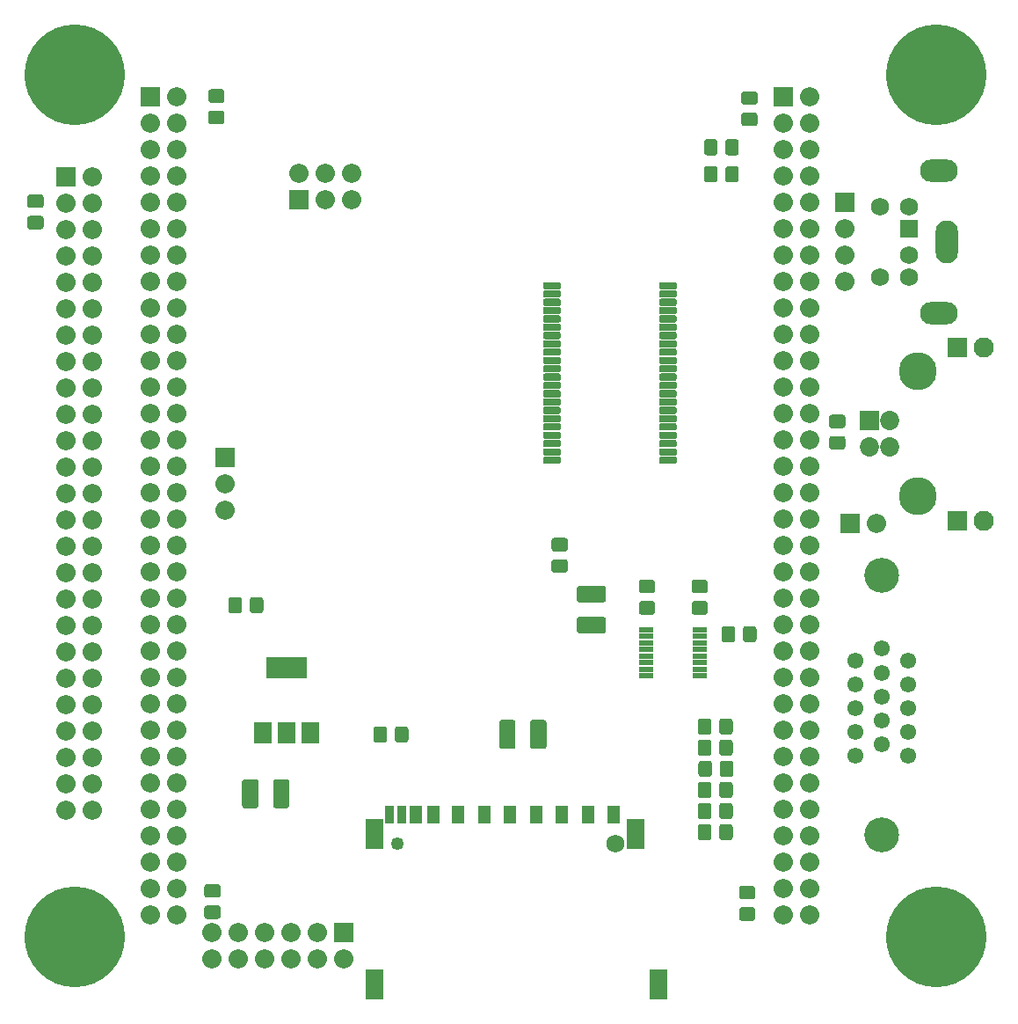
<source format=gbr>
G04 #@! TF.GenerationSoftware,KiCad,Pcbnew,(5.1.5)-3*
G04 #@! TF.CreationDate,2021-03-10T17:56:33-05:00*
G04 #@! TF.ProjectId,RETRO-EP4CE15,52455452-4f2d-4455-9034-434531352e6b,3*
G04 #@! TF.SameCoordinates,Original*
G04 #@! TF.FileFunction,Soldermask,Top*
G04 #@! TF.FilePolarity,Negative*
%FSLAX46Y46*%
G04 Gerber Fmt 4.6, Leading zero omitted, Abs format (unit mm)*
G04 Created by KiCad (PCBNEW (5.1.5)-3) date 2021-03-10 17:56:33*
%MOMM*%
%LPD*%
G04 APERTURE LIST*
%ADD10R,1.852400X1.852400*%
%ADD11C,1.852400*%
%ADD12C,3.652400*%
%ADD13C,0.152400*%
%ADD14C,1.952400*%
%ADD15R,1.952400X1.952400*%
%ADD16O,1.852400X1.852400*%
%ADD17O,3.652400X2.152400*%
%ADD18R,1.752400X1.752400*%
%ADD19C,1.752400*%
%ADD20O,2.152400X4.152400*%
%ADD21C,9.677400*%
%ADD22R,3.952400X2.152400*%
%ADD23R,1.652400X2.152400*%
%ADD24R,1.352400X0.552400*%
%ADD25R,0.852400X1.652400*%
%ADD26R,1.152400X1.652400*%
%ADD27R,1.652400X2.952400*%
%ADD28C,1.252400*%
%ADD29C,3.352400*%
%ADD30C,1.549400*%
G04 APERTURE END LIST*
D10*
X92532200Y-49326800D03*
D11*
X92532200Y-51826800D03*
X94532200Y-51826800D03*
X94532200Y-49326800D03*
D12*
X97242200Y-44556800D03*
X97242200Y-56596800D03*
D13*
G36*
X63246122Y-60580563D02*
G01*
X63273606Y-60584640D01*
X63300558Y-60591391D01*
X63326719Y-60600752D01*
X63351837Y-60612632D01*
X63375669Y-60626916D01*
X63397986Y-60643468D01*
X63418573Y-60662127D01*
X63437232Y-60682714D01*
X63453784Y-60705031D01*
X63468068Y-60728863D01*
X63479948Y-60753981D01*
X63489309Y-60780142D01*
X63496060Y-60807094D01*
X63500137Y-60834578D01*
X63501500Y-60862330D01*
X63501500Y-61598470D01*
X63500137Y-61626222D01*
X63496060Y-61653706D01*
X63489309Y-61680658D01*
X63479948Y-61706819D01*
X63468068Y-61731937D01*
X63453784Y-61755769D01*
X63437232Y-61778086D01*
X63418573Y-61798673D01*
X63397986Y-61817332D01*
X63375669Y-61833884D01*
X63351837Y-61848168D01*
X63326719Y-61860048D01*
X63300558Y-61869409D01*
X63273606Y-61876160D01*
X63246122Y-61880237D01*
X63218370Y-61881600D01*
X62232230Y-61881600D01*
X62204478Y-61880237D01*
X62176994Y-61876160D01*
X62150042Y-61869409D01*
X62123881Y-61860048D01*
X62098763Y-61848168D01*
X62074931Y-61833884D01*
X62052614Y-61817332D01*
X62032027Y-61798673D01*
X62013368Y-61778086D01*
X61996816Y-61755769D01*
X61982532Y-61731937D01*
X61970652Y-61706819D01*
X61961291Y-61680658D01*
X61954540Y-61653706D01*
X61950463Y-61626222D01*
X61949100Y-61598470D01*
X61949100Y-60862330D01*
X61950463Y-60834578D01*
X61954540Y-60807094D01*
X61961291Y-60780142D01*
X61970652Y-60753981D01*
X61982532Y-60728863D01*
X61996816Y-60705031D01*
X62013368Y-60682714D01*
X62032027Y-60662127D01*
X62052614Y-60643468D01*
X62074931Y-60626916D01*
X62098763Y-60612632D01*
X62123881Y-60600752D01*
X62150042Y-60591391D01*
X62176994Y-60584640D01*
X62204478Y-60580563D01*
X62232230Y-60579200D01*
X63218370Y-60579200D01*
X63246122Y-60580563D01*
G37*
G36*
X63246122Y-62630563D02*
G01*
X63273606Y-62634640D01*
X63300558Y-62641391D01*
X63326719Y-62650752D01*
X63351837Y-62662632D01*
X63375669Y-62676916D01*
X63397986Y-62693468D01*
X63418573Y-62712127D01*
X63437232Y-62732714D01*
X63453784Y-62755031D01*
X63468068Y-62778863D01*
X63479948Y-62803981D01*
X63489309Y-62830142D01*
X63496060Y-62857094D01*
X63500137Y-62884578D01*
X63501500Y-62912330D01*
X63501500Y-63648470D01*
X63500137Y-63676222D01*
X63496060Y-63703706D01*
X63489309Y-63730658D01*
X63479948Y-63756819D01*
X63468068Y-63781937D01*
X63453784Y-63805769D01*
X63437232Y-63828086D01*
X63418573Y-63848673D01*
X63397986Y-63867332D01*
X63375669Y-63883884D01*
X63351837Y-63898168D01*
X63326719Y-63910048D01*
X63300558Y-63919409D01*
X63273606Y-63926160D01*
X63246122Y-63930237D01*
X63218370Y-63931600D01*
X62232230Y-63931600D01*
X62204478Y-63930237D01*
X62176994Y-63926160D01*
X62150042Y-63919409D01*
X62123881Y-63910048D01*
X62098763Y-63898168D01*
X62074931Y-63883884D01*
X62052614Y-63867332D01*
X62032027Y-63848673D01*
X62013368Y-63828086D01*
X61996816Y-63805769D01*
X61982532Y-63781937D01*
X61970652Y-63756819D01*
X61961291Y-63730658D01*
X61954540Y-63703706D01*
X61950463Y-63676222D01*
X61949100Y-63648470D01*
X61949100Y-62912330D01*
X61950463Y-62884578D01*
X61954540Y-62857094D01*
X61961291Y-62830142D01*
X61970652Y-62803981D01*
X61982532Y-62778863D01*
X61996816Y-62755031D01*
X62013368Y-62732714D01*
X62032027Y-62712127D01*
X62052614Y-62693468D01*
X62074931Y-62676916D01*
X62098763Y-62662632D01*
X62123881Y-62650752D01*
X62150042Y-62641391D01*
X62176994Y-62634640D01*
X62204478Y-62630563D01*
X62232230Y-62629200D01*
X63218370Y-62629200D01*
X63246122Y-62630563D01*
G37*
G36*
X79380822Y-69075163D02*
G01*
X79408306Y-69079240D01*
X79435258Y-69085991D01*
X79461419Y-69095352D01*
X79486537Y-69107232D01*
X79510369Y-69121516D01*
X79532686Y-69138068D01*
X79553273Y-69156727D01*
X79571932Y-69177314D01*
X79588484Y-69199631D01*
X79602768Y-69223463D01*
X79614648Y-69248581D01*
X79624009Y-69274742D01*
X79630760Y-69301694D01*
X79634837Y-69329178D01*
X79636200Y-69356930D01*
X79636200Y-70343070D01*
X79634837Y-70370822D01*
X79630760Y-70398306D01*
X79624009Y-70425258D01*
X79614648Y-70451419D01*
X79602768Y-70476537D01*
X79588484Y-70500369D01*
X79571932Y-70522686D01*
X79553273Y-70543273D01*
X79532686Y-70561932D01*
X79510369Y-70578484D01*
X79486537Y-70592768D01*
X79461419Y-70604648D01*
X79435258Y-70614009D01*
X79408306Y-70620760D01*
X79380822Y-70624837D01*
X79353070Y-70626200D01*
X78616930Y-70626200D01*
X78589178Y-70624837D01*
X78561694Y-70620760D01*
X78534742Y-70614009D01*
X78508581Y-70604648D01*
X78483463Y-70592768D01*
X78459631Y-70578484D01*
X78437314Y-70561932D01*
X78416727Y-70543273D01*
X78398068Y-70522686D01*
X78381516Y-70500369D01*
X78367232Y-70476537D01*
X78355352Y-70451419D01*
X78345991Y-70425258D01*
X78339240Y-70398306D01*
X78335163Y-70370822D01*
X78333800Y-70343070D01*
X78333800Y-69356930D01*
X78335163Y-69329178D01*
X78339240Y-69301694D01*
X78345991Y-69274742D01*
X78355352Y-69248581D01*
X78367232Y-69223463D01*
X78381516Y-69199631D01*
X78398068Y-69177314D01*
X78416727Y-69156727D01*
X78437314Y-69138068D01*
X78459631Y-69121516D01*
X78483463Y-69107232D01*
X78508581Y-69095352D01*
X78534742Y-69085991D01*
X78561694Y-69079240D01*
X78589178Y-69075163D01*
X78616930Y-69073800D01*
X79353070Y-69073800D01*
X79380822Y-69075163D01*
G37*
G36*
X81430822Y-69075163D02*
G01*
X81458306Y-69079240D01*
X81485258Y-69085991D01*
X81511419Y-69095352D01*
X81536537Y-69107232D01*
X81560369Y-69121516D01*
X81582686Y-69138068D01*
X81603273Y-69156727D01*
X81621932Y-69177314D01*
X81638484Y-69199631D01*
X81652768Y-69223463D01*
X81664648Y-69248581D01*
X81674009Y-69274742D01*
X81680760Y-69301694D01*
X81684837Y-69329178D01*
X81686200Y-69356930D01*
X81686200Y-70343070D01*
X81684837Y-70370822D01*
X81680760Y-70398306D01*
X81674009Y-70425258D01*
X81664648Y-70451419D01*
X81652768Y-70476537D01*
X81638484Y-70500369D01*
X81621932Y-70522686D01*
X81603273Y-70543273D01*
X81582686Y-70561932D01*
X81560369Y-70578484D01*
X81536537Y-70592768D01*
X81511419Y-70604648D01*
X81485258Y-70614009D01*
X81458306Y-70620760D01*
X81430822Y-70624837D01*
X81403070Y-70626200D01*
X80666930Y-70626200D01*
X80639178Y-70624837D01*
X80611694Y-70620760D01*
X80584742Y-70614009D01*
X80558581Y-70604648D01*
X80533463Y-70592768D01*
X80509631Y-70578484D01*
X80487314Y-70561932D01*
X80466727Y-70543273D01*
X80448068Y-70522686D01*
X80431516Y-70500369D01*
X80417232Y-70476537D01*
X80405352Y-70451419D01*
X80395991Y-70425258D01*
X80389240Y-70398306D01*
X80385163Y-70370822D01*
X80383800Y-70343070D01*
X80383800Y-69356930D01*
X80385163Y-69329178D01*
X80389240Y-69301694D01*
X80395991Y-69274742D01*
X80405352Y-69248581D01*
X80417232Y-69223463D01*
X80431516Y-69199631D01*
X80448068Y-69177314D01*
X80466727Y-69156727D01*
X80487314Y-69138068D01*
X80509631Y-69121516D01*
X80533463Y-69107232D01*
X80558581Y-69095352D01*
X80584742Y-69085991D01*
X80611694Y-69079240D01*
X80639178Y-69075163D01*
X80666930Y-69073800D01*
X81403070Y-69073800D01*
X81430822Y-69075163D01*
G37*
G36*
X79729022Y-24802963D02*
G01*
X79756506Y-24807040D01*
X79783458Y-24813791D01*
X79809619Y-24823152D01*
X79834737Y-24835032D01*
X79858569Y-24849316D01*
X79880886Y-24865868D01*
X79901473Y-24884527D01*
X79920132Y-24905114D01*
X79936684Y-24927431D01*
X79950968Y-24951263D01*
X79962848Y-24976381D01*
X79972209Y-25002542D01*
X79978960Y-25029494D01*
X79983037Y-25056978D01*
X79984400Y-25084730D01*
X79984400Y-26070870D01*
X79983037Y-26098622D01*
X79978960Y-26126106D01*
X79972209Y-26153058D01*
X79962848Y-26179219D01*
X79950968Y-26204337D01*
X79936684Y-26228169D01*
X79920132Y-26250486D01*
X79901473Y-26271073D01*
X79880886Y-26289732D01*
X79858569Y-26306284D01*
X79834737Y-26320568D01*
X79809619Y-26332448D01*
X79783458Y-26341809D01*
X79756506Y-26348560D01*
X79729022Y-26352637D01*
X79701270Y-26354000D01*
X78965130Y-26354000D01*
X78937378Y-26352637D01*
X78909894Y-26348560D01*
X78882942Y-26341809D01*
X78856781Y-26332448D01*
X78831663Y-26320568D01*
X78807831Y-26306284D01*
X78785514Y-26289732D01*
X78764927Y-26271073D01*
X78746268Y-26250486D01*
X78729716Y-26228169D01*
X78715432Y-26204337D01*
X78703552Y-26179219D01*
X78694191Y-26153058D01*
X78687440Y-26126106D01*
X78683363Y-26098622D01*
X78682000Y-26070870D01*
X78682000Y-25084730D01*
X78683363Y-25056978D01*
X78687440Y-25029494D01*
X78694191Y-25002542D01*
X78703552Y-24976381D01*
X78715432Y-24951263D01*
X78729716Y-24927431D01*
X78746268Y-24905114D01*
X78764927Y-24884527D01*
X78785514Y-24865868D01*
X78807831Y-24849316D01*
X78831663Y-24835032D01*
X78856781Y-24823152D01*
X78882942Y-24813791D01*
X78909894Y-24807040D01*
X78937378Y-24802963D01*
X78965130Y-24801600D01*
X79701270Y-24801600D01*
X79729022Y-24802963D01*
G37*
G36*
X77679022Y-24802963D02*
G01*
X77706506Y-24807040D01*
X77733458Y-24813791D01*
X77759619Y-24823152D01*
X77784737Y-24835032D01*
X77808569Y-24849316D01*
X77830886Y-24865868D01*
X77851473Y-24884527D01*
X77870132Y-24905114D01*
X77886684Y-24927431D01*
X77900968Y-24951263D01*
X77912848Y-24976381D01*
X77922209Y-25002542D01*
X77928960Y-25029494D01*
X77933037Y-25056978D01*
X77934400Y-25084730D01*
X77934400Y-26070870D01*
X77933037Y-26098622D01*
X77928960Y-26126106D01*
X77922209Y-26153058D01*
X77912848Y-26179219D01*
X77900968Y-26204337D01*
X77886684Y-26228169D01*
X77870132Y-26250486D01*
X77851473Y-26271073D01*
X77830886Y-26289732D01*
X77808569Y-26306284D01*
X77784737Y-26320568D01*
X77759619Y-26332448D01*
X77733458Y-26341809D01*
X77706506Y-26348560D01*
X77679022Y-26352637D01*
X77651270Y-26354000D01*
X76915130Y-26354000D01*
X76887378Y-26352637D01*
X76859894Y-26348560D01*
X76832942Y-26341809D01*
X76806781Y-26332448D01*
X76781663Y-26320568D01*
X76757831Y-26306284D01*
X76735514Y-26289732D01*
X76714927Y-26271073D01*
X76696268Y-26250486D01*
X76679716Y-26228169D01*
X76665432Y-26204337D01*
X76653552Y-26179219D01*
X76644191Y-26153058D01*
X76637440Y-26126106D01*
X76633363Y-26098622D01*
X76632000Y-26070870D01*
X76632000Y-25084730D01*
X76633363Y-25056978D01*
X76637440Y-25029494D01*
X76644191Y-25002542D01*
X76653552Y-24976381D01*
X76665432Y-24951263D01*
X76679716Y-24927431D01*
X76696268Y-24905114D01*
X76714927Y-24884527D01*
X76735514Y-24865868D01*
X76757831Y-24849316D01*
X76781663Y-24835032D01*
X76806781Y-24823152D01*
X76832942Y-24813791D01*
X76859894Y-24807040D01*
X76887378Y-24802963D01*
X76915130Y-24801600D01*
X77651270Y-24801600D01*
X77679022Y-24802963D01*
G37*
D14*
X103555800Y-42291000D03*
D15*
X101015800Y-42291000D03*
D16*
X86790000Y-96906000D03*
X84250000Y-96906000D03*
X86790000Y-94366000D03*
X84250000Y-94366000D03*
X86790000Y-91826000D03*
X84250000Y-91826000D03*
X86790000Y-89286000D03*
X84250000Y-89286000D03*
X86790000Y-86746000D03*
X84250000Y-86746000D03*
X86790000Y-84206000D03*
X84250000Y-84206000D03*
X86790000Y-81666000D03*
X84250000Y-81666000D03*
X86790000Y-79126000D03*
X84250000Y-79126000D03*
X86790000Y-76586000D03*
X84250000Y-76586000D03*
X86790000Y-74046000D03*
X84250000Y-74046000D03*
X86790000Y-71506000D03*
X84250000Y-71506000D03*
X86790000Y-68966000D03*
X84250000Y-68966000D03*
X86790000Y-66426000D03*
X84250000Y-66426000D03*
X86790000Y-63886000D03*
X84250000Y-63886000D03*
X86790000Y-61346000D03*
X84250000Y-61346000D03*
X86790000Y-58806000D03*
X84250000Y-58806000D03*
X86790000Y-56266000D03*
X84250000Y-56266000D03*
X86790000Y-53726000D03*
X84250000Y-53726000D03*
X86790000Y-51186000D03*
X84250000Y-51186000D03*
X86790000Y-48646000D03*
X84250000Y-48646000D03*
X86790000Y-46106000D03*
X84250000Y-46106000D03*
X86790000Y-43566000D03*
X84250000Y-43566000D03*
X86790000Y-41026000D03*
X84250000Y-41026000D03*
X86790000Y-38486000D03*
X84250000Y-38486000D03*
X86790000Y-35946000D03*
X84250000Y-35946000D03*
X86790000Y-33406000D03*
X84250000Y-33406000D03*
X86790000Y-30866000D03*
X84250000Y-30866000D03*
X86790000Y-28326000D03*
X84250000Y-28326000D03*
X86790000Y-25786000D03*
X84250000Y-25786000D03*
X86790000Y-23246000D03*
X84250000Y-23246000D03*
X86790000Y-20706000D03*
X84250000Y-20706000D03*
X86790000Y-18166000D03*
D10*
X84250000Y-18166000D03*
D16*
X25850000Y-96906000D03*
X23310000Y-96906000D03*
X25850000Y-94366000D03*
X23310000Y-94366000D03*
X25850000Y-91826000D03*
X23310000Y-91826000D03*
X25850000Y-89286000D03*
X23310000Y-89286000D03*
X25850000Y-86746000D03*
X23310000Y-86746000D03*
X25850000Y-84206000D03*
X23310000Y-84206000D03*
X25850000Y-81666000D03*
X23310000Y-81666000D03*
X25850000Y-79126000D03*
X23310000Y-79126000D03*
X25850000Y-76586000D03*
X23310000Y-76586000D03*
X25850000Y-74046000D03*
X23310000Y-74046000D03*
X25850000Y-71506000D03*
X23310000Y-71506000D03*
X25850000Y-68966000D03*
X23310000Y-68966000D03*
X25850000Y-66426000D03*
X23310000Y-66426000D03*
X25850000Y-63886000D03*
X23310000Y-63886000D03*
X25850000Y-61346000D03*
X23310000Y-61346000D03*
X25850000Y-58806000D03*
X23310000Y-58806000D03*
X25850000Y-56266000D03*
X23310000Y-56266000D03*
X25850000Y-53726000D03*
X23310000Y-53726000D03*
X25850000Y-51186000D03*
X23310000Y-51186000D03*
X25850000Y-48646000D03*
X23310000Y-48646000D03*
X25850000Y-46106000D03*
X23310000Y-46106000D03*
X25850000Y-43566000D03*
X23310000Y-43566000D03*
X25850000Y-41026000D03*
X23310000Y-41026000D03*
X25850000Y-38486000D03*
X23310000Y-38486000D03*
X25850000Y-35946000D03*
X23310000Y-35946000D03*
X25850000Y-33406000D03*
X23310000Y-33406000D03*
X25850000Y-30866000D03*
X23310000Y-30866000D03*
X25850000Y-28326000D03*
X23310000Y-28326000D03*
X25850000Y-25786000D03*
X23310000Y-25786000D03*
X25850000Y-23246000D03*
X23310000Y-23246000D03*
X25850000Y-20706000D03*
X23310000Y-20706000D03*
X25850000Y-18166000D03*
D10*
X23310000Y-18166000D03*
D13*
G36*
X77679022Y-22212163D02*
G01*
X77706506Y-22216240D01*
X77733458Y-22222991D01*
X77759619Y-22232352D01*
X77784737Y-22244232D01*
X77808569Y-22258516D01*
X77830886Y-22275068D01*
X77851473Y-22293727D01*
X77870132Y-22314314D01*
X77886684Y-22336631D01*
X77900968Y-22360463D01*
X77912848Y-22385581D01*
X77922209Y-22411742D01*
X77928960Y-22438694D01*
X77933037Y-22466178D01*
X77934400Y-22493930D01*
X77934400Y-23480070D01*
X77933037Y-23507822D01*
X77928960Y-23535306D01*
X77922209Y-23562258D01*
X77912848Y-23588419D01*
X77900968Y-23613537D01*
X77886684Y-23637369D01*
X77870132Y-23659686D01*
X77851473Y-23680273D01*
X77830886Y-23698932D01*
X77808569Y-23715484D01*
X77784737Y-23729768D01*
X77759619Y-23741648D01*
X77733458Y-23751009D01*
X77706506Y-23757760D01*
X77679022Y-23761837D01*
X77651270Y-23763200D01*
X76915130Y-23763200D01*
X76887378Y-23761837D01*
X76859894Y-23757760D01*
X76832942Y-23751009D01*
X76806781Y-23741648D01*
X76781663Y-23729768D01*
X76757831Y-23715484D01*
X76735514Y-23698932D01*
X76714927Y-23680273D01*
X76696268Y-23659686D01*
X76679716Y-23637369D01*
X76665432Y-23613537D01*
X76653552Y-23588419D01*
X76644191Y-23562258D01*
X76637440Y-23535306D01*
X76633363Y-23507822D01*
X76632000Y-23480070D01*
X76632000Y-22493930D01*
X76633363Y-22466178D01*
X76637440Y-22438694D01*
X76644191Y-22411742D01*
X76653552Y-22385581D01*
X76665432Y-22360463D01*
X76679716Y-22336631D01*
X76696268Y-22314314D01*
X76714927Y-22293727D01*
X76735514Y-22275068D01*
X76757831Y-22258516D01*
X76781663Y-22244232D01*
X76806781Y-22232352D01*
X76832942Y-22222991D01*
X76859894Y-22216240D01*
X76887378Y-22212163D01*
X76915130Y-22210800D01*
X77651270Y-22210800D01*
X77679022Y-22212163D01*
G37*
G36*
X79729022Y-22212163D02*
G01*
X79756506Y-22216240D01*
X79783458Y-22222991D01*
X79809619Y-22232352D01*
X79834737Y-22244232D01*
X79858569Y-22258516D01*
X79880886Y-22275068D01*
X79901473Y-22293727D01*
X79920132Y-22314314D01*
X79936684Y-22336631D01*
X79950968Y-22360463D01*
X79962848Y-22385581D01*
X79972209Y-22411742D01*
X79978960Y-22438694D01*
X79983037Y-22466178D01*
X79984400Y-22493930D01*
X79984400Y-23480070D01*
X79983037Y-23507822D01*
X79978960Y-23535306D01*
X79972209Y-23562258D01*
X79962848Y-23588419D01*
X79950968Y-23613537D01*
X79936684Y-23637369D01*
X79920132Y-23659686D01*
X79901473Y-23680273D01*
X79880886Y-23698932D01*
X79858569Y-23715484D01*
X79834737Y-23729768D01*
X79809619Y-23741648D01*
X79783458Y-23751009D01*
X79756506Y-23757760D01*
X79729022Y-23761837D01*
X79701270Y-23763200D01*
X78965130Y-23763200D01*
X78937378Y-23761837D01*
X78909894Y-23757760D01*
X78882942Y-23751009D01*
X78856781Y-23741648D01*
X78831663Y-23729768D01*
X78807831Y-23715484D01*
X78785514Y-23698932D01*
X78764927Y-23680273D01*
X78746268Y-23659686D01*
X78729716Y-23637369D01*
X78715432Y-23613537D01*
X78703552Y-23588419D01*
X78694191Y-23562258D01*
X78687440Y-23535306D01*
X78683363Y-23507822D01*
X78682000Y-23480070D01*
X78682000Y-22493930D01*
X78683363Y-22466178D01*
X78687440Y-22438694D01*
X78694191Y-22411742D01*
X78703552Y-22385581D01*
X78715432Y-22360463D01*
X78729716Y-22336631D01*
X78746268Y-22314314D01*
X78764927Y-22293727D01*
X78785514Y-22275068D01*
X78807831Y-22258516D01*
X78831663Y-22244232D01*
X78856781Y-22232352D01*
X78882942Y-22222991D01*
X78909894Y-22216240D01*
X78937378Y-22212163D01*
X78965130Y-22210800D01*
X79701270Y-22210800D01*
X79729022Y-22212163D01*
G37*
D17*
X99250000Y-38950000D03*
X99250000Y-25250000D03*
D18*
X96400000Y-30800000D03*
D19*
X96400000Y-33400000D03*
X96400000Y-28700000D03*
X96400000Y-35500000D03*
X93600000Y-28700000D03*
X93600000Y-35500000D03*
D20*
X100050000Y-32100000D03*
D21*
X16000000Y-16000000D03*
X99000000Y-16000000D03*
X16000000Y-99000000D03*
X99000000Y-99000000D03*
D22*
X36423600Y-73075400D03*
D23*
X36423600Y-79375400D03*
X38723600Y-79375400D03*
X34123600Y-79375400D03*
D13*
G36*
X79144822Y-77965163D02*
G01*
X79172306Y-77969240D01*
X79199258Y-77975991D01*
X79225419Y-77985352D01*
X79250537Y-77997232D01*
X79274369Y-78011516D01*
X79296686Y-78028068D01*
X79317273Y-78046727D01*
X79335932Y-78067314D01*
X79352484Y-78089631D01*
X79366768Y-78113463D01*
X79378648Y-78138581D01*
X79388009Y-78164742D01*
X79394760Y-78191694D01*
X79398837Y-78219178D01*
X79400200Y-78246930D01*
X79400200Y-79233070D01*
X79398837Y-79260822D01*
X79394760Y-79288306D01*
X79388009Y-79315258D01*
X79378648Y-79341419D01*
X79366768Y-79366537D01*
X79352484Y-79390369D01*
X79335932Y-79412686D01*
X79317273Y-79433273D01*
X79296686Y-79451932D01*
X79274369Y-79468484D01*
X79250537Y-79482768D01*
X79225419Y-79494648D01*
X79199258Y-79504009D01*
X79172306Y-79510760D01*
X79144822Y-79514837D01*
X79117070Y-79516200D01*
X78380930Y-79516200D01*
X78353178Y-79514837D01*
X78325694Y-79510760D01*
X78298742Y-79504009D01*
X78272581Y-79494648D01*
X78247463Y-79482768D01*
X78223631Y-79468484D01*
X78201314Y-79451932D01*
X78180727Y-79433273D01*
X78162068Y-79412686D01*
X78145516Y-79390369D01*
X78131232Y-79366537D01*
X78119352Y-79341419D01*
X78109991Y-79315258D01*
X78103240Y-79288306D01*
X78099163Y-79260822D01*
X78097800Y-79233070D01*
X78097800Y-78246930D01*
X78099163Y-78219178D01*
X78103240Y-78191694D01*
X78109991Y-78164742D01*
X78119352Y-78138581D01*
X78131232Y-78113463D01*
X78145516Y-78089631D01*
X78162068Y-78067314D01*
X78180727Y-78046727D01*
X78201314Y-78028068D01*
X78223631Y-78011516D01*
X78247463Y-77997232D01*
X78272581Y-77985352D01*
X78298742Y-77975991D01*
X78325694Y-77969240D01*
X78353178Y-77965163D01*
X78380930Y-77963800D01*
X79117070Y-77963800D01*
X79144822Y-77965163D01*
G37*
G36*
X77094822Y-77965163D02*
G01*
X77122306Y-77969240D01*
X77149258Y-77975991D01*
X77175419Y-77985352D01*
X77200537Y-77997232D01*
X77224369Y-78011516D01*
X77246686Y-78028068D01*
X77267273Y-78046727D01*
X77285932Y-78067314D01*
X77302484Y-78089631D01*
X77316768Y-78113463D01*
X77328648Y-78138581D01*
X77338009Y-78164742D01*
X77344760Y-78191694D01*
X77348837Y-78219178D01*
X77350200Y-78246930D01*
X77350200Y-79233070D01*
X77348837Y-79260822D01*
X77344760Y-79288306D01*
X77338009Y-79315258D01*
X77328648Y-79341419D01*
X77316768Y-79366537D01*
X77302484Y-79390369D01*
X77285932Y-79412686D01*
X77267273Y-79433273D01*
X77246686Y-79451932D01*
X77224369Y-79468484D01*
X77200537Y-79482768D01*
X77175419Y-79494648D01*
X77149258Y-79504009D01*
X77122306Y-79510760D01*
X77094822Y-79514837D01*
X77067070Y-79516200D01*
X76330930Y-79516200D01*
X76303178Y-79514837D01*
X76275694Y-79510760D01*
X76248742Y-79504009D01*
X76222581Y-79494648D01*
X76197463Y-79482768D01*
X76173631Y-79468484D01*
X76151314Y-79451932D01*
X76130727Y-79433273D01*
X76112068Y-79412686D01*
X76095516Y-79390369D01*
X76081232Y-79366537D01*
X76069352Y-79341419D01*
X76059991Y-79315258D01*
X76053240Y-79288306D01*
X76049163Y-79260822D01*
X76047800Y-79233070D01*
X76047800Y-78246930D01*
X76049163Y-78219178D01*
X76053240Y-78191694D01*
X76059991Y-78164742D01*
X76069352Y-78138581D01*
X76081232Y-78113463D01*
X76095516Y-78089631D01*
X76112068Y-78067314D01*
X76130727Y-78046727D01*
X76151314Y-78028068D01*
X76173631Y-78011516D01*
X76197463Y-77997232D01*
X76222581Y-77985352D01*
X76248742Y-77975991D01*
X76275694Y-77969240D01*
X76303178Y-77965163D01*
X76330930Y-77963800D01*
X77067070Y-77963800D01*
X77094822Y-77965163D01*
G37*
G36*
X77094822Y-79997163D02*
G01*
X77122306Y-80001240D01*
X77149258Y-80007991D01*
X77175419Y-80017352D01*
X77200537Y-80029232D01*
X77224369Y-80043516D01*
X77246686Y-80060068D01*
X77267273Y-80078727D01*
X77285932Y-80099314D01*
X77302484Y-80121631D01*
X77316768Y-80145463D01*
X77328648Y-80170581D01*
X77338009Y-80196742D01*
X77344760Y-80223694D01*
X77348837Y-80251178D01*
X77350200Y-80278930D01*
X77350200Y-81265070D01*
X77348837Y-81292822D01*
X77344760Y-81320306D01*
X77338009Y-81347258D01*
X77328648Y-81373419D01*
X77316768Y-81398537D01*
X77302484Y-81422369D01*
X77285932Y-81444686D01*
X77267273Y-81465273D01*
X77246686Y-81483932D01*
X77224369Y-81500484D01*
X77200537Y-81514768D01*
X77175419Y-81526648D01*
X77149258Y-81536009D01*
X77122306Y-81542760D01*
X77094822Y-81546837D01*
X77067070Y-81548200D01*
X76330930Y-81548200D01*
X76303178Y-81546837D01*
X76275694Y-81542760D01*
X76248742Y-81536009D01*
X76222581Y-81526648D01*
X76197463Y-81514768D01*
X76173631Y-81500484D01*
X76151314Y-81483932D01*
X76130727Y-81465273D01*
X76112068Y-81444686D01*
X76095516Y-81422369D01*
X76081232Y-81398537D01*
X76069352Y-81373419D01*
X76059991Y-81347258D01*
X76053240Y-81320306D01*
X76049163Y-81292822D01*
X76047800Y-81265070D01*
X76047800Y-80278930D01*
X76049163Y-80251178D01*
X76053240Y-80223694D01*
X76059991Y-80196742D01*
X76069352Y-80170581D01*
X76081232Y-80145463D01*
X76095516Y-80121631D01*
X76112068Y-80099314D01*
X76130727Y-80078727D01*
X76151314Y-80060068D01*
X76173631Y-80043516D01*
X76197463Y-80029232D01*
X76222581Y-80017352D01*
X76248742Y-80007991D01*
X76275694Y-80001240D01*
X76303178Y-79997163D01*
X76330930Y-79995800D01*
X77067070Y-79995800D01*
X77094822Y-79997163D01*
G37*
G36*
X79144822Y-79997163D02*
G01*
X79172306Y-80001240D01*
X79199258Y-80007991D01*
X79225419Y-80017352D01*
X79250537Y-80029232D01*
X79274369Y-80043516D01*
X79296686Y-80060068D01*
X79317273Y-80078727D01*
X79335932Y-80099314D01*
X79352484Y-80121631D01*
X79366768Y-80145463D01*
X79378648Y-80170581D01*
X79388009Y-80196742D01*
X79394760Y-80223694D01*
X79398837Y-80251178D01*
X79400200Y-80278930D01*
X79400200Y-81265070D01*
X79398837Y-81292822D01*
X79394760Y-81320306D01*
X79388009Y-81347258D01*
X79378648Y-81373419D01*
X79366768Y-81398537D01*
X79352484Y-81422369D01*
X79335932Y-81444686D01*
X79317273Y-81465273D01*
X79296686Y-81483932D01*
X79274369Y-81500484D01*
X79250537Y-81514768D01*
X79225419Y-81526648D01*
X79199258Y-81536009D01*
X79172306Y-81542760D01*
X79144822Y-81546837D01*
X79117070Y-81548200D01*
X78380930Y-81548200D01*
X78353178Y-81546837D01*
X78325694Y-81542760D01*
X78298742Y-81536009D01*
X78272581Y-81526648D01*
X78247463Y-81514768D01*
X78223631Y-81500484D01*
X78201314Y-81483932D01*
X78180727Y-81465273D01*
X78162068Y-81444686D01*
X78145516Y-81422369D01*
X78131232Y-81398537D01*
X78119352Y-81373419D01*
X78109991Y-81347258D01*
X78103240Y-81320306D01*
X78099163Y-81292822D01*
X78097800Y-81265070D01*
X78097800Y-80278930D01*
X78099163Y-80251178D01*
X78103240Y-80223694D01*
X78109991Y-80196742D01*
X78119352Y-80170581D01*
X78131232Y-80145463D01*
X78145516Y-80121631D01*
X78162068Y-80099314D01*
X78180727Y-80078727D01*
X78201314Y-80060068D01*
X78223631Y-80043516D01*
X78247463Y-80029232D01*
X78272581Y-80017352D01*
X78298742Y-80007991D01*
X78325694Y-80001240D01*
X78353178Y-79997163D01*
X78380930Y-79995800D01*
X79117070Y-79995800D01*
X79144822Y-79997163D01*
G37*
G36*
X79190622Y-82029163D02*
G01*
X79218106Y-82033240D01*
X79245058Y-82039991D01*
X79271219Y-82049352D01*
X79296337Y-82061232D01*
X79320169Y-82075516D01*
X79342486Y-82092068D01*
X79363073Y-82110727D01*
X79381732Y-82131314D01*
X79398284Y-82153631D01*
X79412568Y-82177463D01*
X79424448Y-82202581D01*
X79433809Y-82228742D01*
X79440560Y-82255694D01*
X79444637Y-82283178D01*
X79446000Y-82310930D01*
X79446000Y-83297070D01*
X79444637Y-83324822D01*
X79440560Y-83352306D01*
X79433809Y-83379258D01*
X79424448Y-83405419D01*
X79412568Y-83430537D01*
X79398284Y-83454369D01*
X79381732Y-83476686D01*
X79363073Y-83497273D01*
X79342486Y-83515932D01*
X79320169Y-83532484D01*
X79296337Y-83546768D01*
X79271219Y-83558648D01*
X79245058Y-83568009D01*
X79218106Y-83574760D01*
X79190622Y-83578837D01*
X79162870Y-83580200D01*
X78426730Y-83580200D01*
X78398978Y-83578837D01*
X78371494Y-83574760D01*
X78344542Y-83568009D01*
X78318381Y-83558648D01*
X78293263Y-83546768D01*
X78269431Y-83532484D01*
X78247114Y-83515932D01*
X78226527Y-83497273D01*
X78207868Y-83476686D01*
X78191316Y-83454369D01*
X78177032Y-83430537D01*
X78165152Y-83405419D01*
X78155791Y-83379258D01*
X78149040Y-83352306D01*
X78144963Y-83324822D01*
X78143600Y-83297070D01*
X78143600Y-82310930D01*
X78144963Y-82283178D01*
X78149040Y-82255694D01*
X78155791Y-82228742D01*
X78165152Y-82202581D01*
X78177032Y-82177463D01*
X78191316Y-82153631D01*
X78207868Y-82131314D01*
X78226527Y-82110727D01*
X78247114Y-82092068D01*
X78269431Y-82075516D01*
X78293263Y-82061232D01*
X78318381Y-82049352D01*
X78344542Y-82039991D01*
X78371494Y-82033240D01*
X78398978Y-82029163D01*
X78426730Y-82027800D01*
X79162870Y-82027800D01*
X79190622Y-82029163D01*
G37*
G36*
X77140622Y-82029163D02*
G01*
X77168106Y-82033240D01*
X77195058Y-82039991D01*
X77221219Y-82049352D01*
X77246337Y-82061232D01*
X77270169Y-82075516D01*
X77292486Y-82092068D01*
X77313073Y-82110727D01*
X77331732Y-82131314D01*
X77348284Y-82153631D01*
X77362568Y-82177463D01*
X77374448Y-82202581D01*
X77383809Y-82228742D01*
X77390560Y-82255694D01*
X77394637Y-82283178D01*
X77396000Y-82310930D01*
X77396000Y-83297070D01*
X77394637Y-83324822D01*
X77390560Y-83352306D01*
X77383809Y-83379258D01*
X77374448Y-83405419D01*
X77362568Y-83430537D01*
X77348284Y-83454369D01*
X77331732Y-83476686D01*
X77313073Y-83497273D01*
X77292486Y-83515932D01*
X77270169Y-83532484D01*
X77246337Y-83546768D01*
X77221219Y-83558648D01*
X77195058Y-83568009D01*
X77168106Y-83574760D01*
X77140622Y-83578837D01*
X77112870Y-83580200D01*
X76376730Y-83580200D01*
X76348978Y-83578837D01*
X76321494Y-83574760D01*
X76294542Y-83568009D01*
X76268381Y-83558648D01*
X76243263Y-83546768D01*
X76219431Y-83532484D01*
X76197114Y-83515932D01*
X76176527Y-83497273D01*
X76157868Y-83476686D01*
X76141316Y-83454369D01*
X76127032Y-83430537D01*
X76115152Y-83405419D01*
X76105791Y-83379258D01*
X76099040Y-83352306D01*
X76094963Y-83324822D01*
X76093600Y-83297070D01*
X76093600Y-82310930D01*
X76094963Y-82283178D01*
X76099040Y-82255694D01*
X76105791Y-82228742D01*
X76115152Y-82202581D01*
X76127032Y-82177463D01*
X76141316Y-82153631D01*
X76157868Y-82131314D01*
X76176527Y-82110727D01*
X76197114Y-82092068D01*
X76219431Y-82075516D01*
X76243263Y-82061232D01*
X76268381Y-82049352D01*
X76294542Y-82039991D01*
X76321494Y-82033240D01*
X76348978Y-82029163D01*
X76376730Y-82027800D01*
X77112870Y-82027800D01*
X77140622Y-82029163D01*
G37*
G36*
X77094822Y-84061163D02*
G01*
X77122306Y-84065240D01*
X77149258Y-84071991D01*
X77175419Y-84081352D01*
X77200537Y-84093232D01*
X77224369Y-84107516D01*
X77246686Y-84124068D01*
X77267273Y-84142727D01*
X77285932Y-84163314D01*
X77302484Y-84185631D01*
X77316768Y-84209463D01*
X77328648Y-84234581D01*
X77338009Y-84260742D01*
X77344760Y-84287694D01*
X77348837Y-84315178D01*
X77350200Y-84342930D01*
X77350200Y-85329070D01*
X77348837Y-85356822D01*
X77344760Y-85384306D01*
X77338009Y-85411258D01*
X77328648Y-85437419D01*
X77316768Y-85462537D01*
X77302484Y-85486369D01*
X77285932Y-85508686D01*
X77267273Y-85529273D01*
X77246686Y-85547932D01*
X77224369Y-85564484D01*
X77200537Y-85578768D01*
X77175419Y-85590648D01*
X77149258Y-85600009D01*
X77122306Y-85606760D01*
X77094822Y-85610837D01*
X77067070Y-85612200D01*
X76330930Y-85612200D01*
X76303178Y-85610837D01*
X76275694Y-85606760D01*
X76248742Y-85600009D01*
X76222581Y-85590648D01*
X76197463Y-85578768D01*
X76173631Y-85564484D01*
X76151314Y-85547932D01*
X76130727Y-85529273D01*
X76112068Y-85508686D01*
X76095516Y-85486369D01*
X76081232Y-85462537D01*
X76069352Y-85437419D01*
X76059991Y-85411258D01*
X76053240Y-85384306D01*
X76049163Y-85356822D01*
X76047800Y-85329070D01*
X76047800Y-84342930D01*
X76049163Y-84315178D01*
X76053240Y-84287694D01*
X76059991Y-84260742D01*
X76069352Y-84234581D01*
X76081232Y-84209463D01*
X76095516Y-84185631D01*
X76112068Y-84163314D01*
X76130727Y-84142727D01*
X76151314Y-84124068D01*
X76173631Y-84107516D01*
X76197463Y-84093232D01*
X76222581Y-84081352D01*
X76248742Y-84071991D01*
X76275694Y-84065240D01*
X76303178Y-84061163D01*
X76330930Y-84059800D01*
X77067070Y-84059800D01*
X77094822Y-84061163D01*
G37*
G36*
X79144822Y-84061163D02*
G01*
X79172306Y-84065240D01*
X79199258Y-84071991D01*
X79225419Y-84081352D01*
X79250537Y-84093232D01*
X79274369Y-84107516D01*
X79296686Y-84124068D01*
X79317273Y-84142727D01*
X79335932Y-84163314D01*
X79352484Y-84185631D01*
X79366768Y-84209463D01*
X79378648Y-84234581D01*
X79388009Y-84260742D01*
X79394760Y-84287694D01*
X79398837Y-84315178D01*
X79400200Y-84342930D01*
X79400200Y-85329070D01*
X79398837Y-85356822D01*
X79394760Y-85384306D01*
X79388009Y-85411258D01*
X79378648Y-85437419D01*
X79366768Y-85462537D01*
X79352484Y-85486369D01*
X79335932Y-85508686D01*
X79317273Y-85529273D01*
X79296686Y-85547932D01*
X79274369Y-85564484D01*
X79250537Y-85578768D01*
X79225419Y-85590648D01*
X79199258Y-85600009D01*
X79172306Y-85606760D01*
X79144822Y-85610837D01*
X79117070Y-85612200D01*
X78380930Y-85612200D01*
X78353178Y-85610837D01*
X78325694Y-85606760D01*
X78298742Y-85600009D01*
X78272581Y-85590648D01*
X78247463Y-85578768D01*
X78223631Y-85564484D01*
X78201314Y-85547932D01*
X78180727Y-85529273D01*
X78162068Y-85508686D01*
X78145516Y-85486369D01*
X78131232Y-85462537D01*
X78119352Y-85437419D01*
X78109991Y-85411258D01*
X78103240Y-85384306D01*
X78099163Y-85356822D01*
X78097800Y-85329070D01*
X78097800Y-84342930D01*
X78099163Y-84315178D01*
X78103240Y-84287694D01*
X78109991Y-84260742D01*
X78119352Y-84234581D01*
X78131232Y-84209463D01*
X78145516Y-84185631D01*
X78162068Y-84163314D01*
X78180727Y-84142727D01*
X78201314Y-84124068D01*
X78223631Y-84107516D01*
X78247463Y-84093232D01*
X78272581Y-84081352D01*
X78298742Y-84071991D01*
X78325694Y-84065240D01*
X78353178Y-84061163D01*
X78380930Y-84059800D01*
X79117070Y-84059800D01*
X79144822Y-84061163D01*
G37*
G36*
X79144822Y-86093163D02*
G01*
X79172306Y-86097240D01*
X79199258Y-86103991D01*
X79225419Y-86113352D01*
X79250537Y-86125232D01*
X79274369Y-86139516D01*
X79296686Y-86156068D01*
X79317273Y-86174727D01*
X79335932Y-86195314D01*
X79352484Y-86217631D01*
X79366768Y-86241463D01*
X79378648Y-86266581D01*
X79388009Y-86292742D01*
X79394760Y-86319694D01*
X79398837Y-86347178D01*
X79400200Y-86374930D01*
X79400200Y-87361070D01*
X79398837Y-87388822D01*
X79394760Y-87416306D01*
X79388009Y-87443258D01*
X79378648Y-87469419D01*
X79366768Y-87494537D01*
X79352484Y-87518369D01*
X79335932Y-87540686D01*
X79317273Y-87561273D01*
X79296686Y-87579932D01*
X79274369Y-87596484D01*
X79250537Y-87610768D01*
X79225419Y-87622648D01*
X79199258Y-87632009D01*
X79172306Y-87638760D01*
X79144822Y-87642837D01*
X79117070Y-87644200D01*
X78380930Y-87644200D01*
X78353178Y-87642837D01*
X78325694Y-87638760D01*
X78298742Y-87632009D01*
X78272581Y-87622648D01*
X78247463Y-87610768D01*
X78223631Y-87596484D01*
X78201314Y-87579932D01*
X78180727Y-87561273D01*
X78162068Y-87540686D01*
X78145516Y-87518369D01*
X78131232Y-87494537D01*
X78119352Y-87469419D01*
X78109991Y-87443258D01*
X78103240Y-87416306D01*
X78099163Y-87388822D01*
X78097800Y-87361070D01*
X78097800Y-86374930D01*
X78099163Y-86347178D01*
X78103240Y-86319694D01*
X78109991Y-86292742D01*
X78119352Y-86266581D01*
X78131232Y-86241463D01*
X78145516Y-86217631D01*
X78162068Y-86195314D01*
X78180727Y-86174727D01*
X78201314Y-86156068D01*
X78223631Y-86139516D01*
X78247463Y-86125232D01*
X78272581Y-86113352D01*
X78298742Y-86103991D01*
X78325694Y-86097240D01*
X78353178Y-86093163D01*
X78380930Y-86091800D01*
X79117070Y-86091800D01*
X79144822Y-86093163D01*
G37*
G36*
X77094822Y-86093163D02*
G01*
X77122306Y-86097240D01*
X77149258Y-86103991D01*
X77175419Y-86113352D01*
X77200537Y-86125232D01*
X77224369Y-86139516D01*
X77246686Y-86156068D01*
X77267273Y-86174727D01*
X77285932Y-86195314D01*
X77302484Y-86217631D01*
X77316768Y-86241463D01*
X77328648Y-86266581D01*
X77338009Y-86292742D01*
X77344760Y-86319694D01*
X77348837Y-86347178D01*
X77350200Y-86374930D01*
X77350200Y-87361070D01*
X77348837Y-87388822D01*
X77344760Y-87416306D01*
X77338009Y-87443258D01*
X77328648Y-87469419D01*
X77316768Y-87494537D01*
X77302484Y-87518369D01*
X77285932Y-87540686D01*
X77267273Y-87561273D01*
X77246686Y-87579932D01*
X77224369Y-87596484D01*
X77200537Y-87610768D01*
X77175419Y-87622648D01*
X77149258Y-87632009D01*
X77122306Y-87638760D01*
X77094822Y-87642837D01*
X77067070Y-87644200D01*
X76330930Y-87644200D01*
X76303178Y-87642837D01*
X76275694Y-87638760D01*
X76248742Y-87632009D01*
X76222581Y-87622648D01*
X76197463Y-87610768D01*
X76173631Y-87596484D01*
X76151314Y-87579932D01*
X76130727Y-87561273D01*
X76112068Y-87540686D01*
X76095516Y-87518369D01*
X76081232Y-87494537D01*
X76069352Y-87469419D01*
X76059991Y-87443258D01*
X76053240Y-87416306D01*
X76049163Y-87388822D01*
X76047800Y-87361070D01*
X76047800Y-86374930D01*
X76049163Y-86347178D01*
X76053240Y-86319694D01*
X76059991Y-86292742D01*
X76069352Y-86266581D01*
X76081232Y-86241463D01*
X76095516Y-86217631D01*
X76112068Y-86195314D01*
X76130727Y-86174727D01*
X76151314Y-86156068D01*
X76173631Y-86139516D01*
X76197463Y-86125232D01*
X76222581Y-86113352D01*
X76248742Y-86103991D01*
X76275694Y-86097240D01*
X76303178Y-86093163D01*
X76330930Y-86091800D01*
X77067070Y-86091800D01*
X77094822Y-86093163D01*
G37*
G36*
X77094822Y-88125163D02*
G01*
X77122306Y-88129240D01*
X77149258Y-88135991D01*
X77175419Y-88145352D01*
X77200537Y-88157232D01*
X77224369Y-88171516D01*
X77246686Y-88188068D01*
X77267273Y-88206727D01*
X77285932Y-88227314D01*
X77302484Y-88249631D01*
X77316768Y-88273463D01*
X77328648Y-88298581D01*
X77338009Y-88324742D01*
X77344760Y-88351694D01*
X77348837Y-88379178D01*
X77350200Y-88406930D01*
X77350200Y-89393070D01*
X77348837Y-89420822D01*
X77344760Y-89448306D01*
X77338009Y-89475258D01*
X77328648Y-89501419D01*
X77316768Y-89526537D01*
X77302484Y-89550369D01*
X77285932Y-89572686D01*
X77267273Y-89593273D01*
X77246686Y-89611932D01*
X77224369Y-89628484D01*
X77200537Y-89642768D01*
X77175419Y-89654648D01*
X77149258Y-89664009D01*
X77122306Y-89670760D01*
X77094822Y-89674837D01*
X77067070Y-89676200D01*
X76330930Y-89676200D01*
X76303178Y-89674837D01*
X76275694Y-89670760D01*
X76248742Y-89664009D01*
X76222581Y-89654648D01*
X76197463Y-89642768D01*
X76173631Y-89628484D01*
X76151314Y-89611932D01*
X76130727Y-89593273D01*
X76112068Y-89572686D01*
X76095516Y-89550369D01*
X76081232Y-89526537D01*
X76069352Y-89501419D01*
X76059991Y-89475258D01*
X76053240Y-89448306D01*
X76049163Y-89420822D01*
X76047800Y-89393070D01*
X76047800Y-88406930D01*
X76049163Y-88379178D01*
X76053240Y-88351694D01*
X76059991Y-88324742D01*
X76069352Y-88298581D01*
X76081232Y-88273463D01*
X76095516Y-88249631D01*
X76112068Y-88227314D01*
X76130727Y-88206727D01*
X76151314Y-88188068D01*
X76173631Y-88171516D01*
X76197463Y-88157232D01*
X76222581Y-88145352D01*
X76248742Y-88135991D01*
X76275694Y-88129240D01*
X76303178Y-88125163D01*
X76330930Y-88123800D01*
X77067070Y-88123800D01*
X77094822Y-88125163D01*
G37*
G36*
X79144822Y-88125163D02*
G01*
X79172306Y-88129240D01*
X79199258Y-88135991D01*
X79225419Y-88145352D01*
X79250537Y-88157232D01*
X79274369Y-88171516D01*
X79296686Y-88188068D01*
X79317273Y-88206727D01*
X79335932Y-88227314D01*
X79352484Y-88249631D01*
X79366768Y-88273463D01*
X79378648Y-88298581D01*
X79388009Y-88324742D01*
X79394760Y-88351694D01*
X79398837Y-88379178D01*
X79400200Y-88406930D01*
X79400200Y-89393070D01*
X79398837Y-89420822D01*
X79394760Y-89448306D01*
X79388009Y-89475258D01*
X79378648Y-89501419D01*
X79366768Y-89526537D01*
X79352484Y-89550369D01*
X79335932Y-89572686D01*
X79317273Y-89593273D01*
X79296686Y-89611932D01*
X79274369Y-89628484D01*
X79250537Y-89642768D01*
X79225419Y-89654648D01*
X79199258Y-89664009D01*
X79172306Y-89670760D01*
X79144822Y-89674837D01*
X79117070Y-89676200D01*
X78380930Y-89676200D01*
X78353178Y-89674837D01*
X78325694Y-89670760D01*
X78298742Y-89664009D01*
X78272581Y-89654648D01*
X78247463Y-89642768D01*
X78223631Y-89628484D01*
X78201314Y-89611932D01*
X78180727Y-89593273D01*
X78162068Y-89572686D01*
X78145516Y-89550369D01*
X78131232Y-89526537D01*
X78119352Y-89501419D01*
X78109991Y-89475258D01*
X78103240Y-89448306D01*
X78099163Y-89420822D01*
X78097800Y-89393070D01*
X78097800Y-88406930D01*
X78099163Y-88379178D01*
X78103240Y-88351694D01*
X78109991Y-88324742D01*
X78119352Y-88298581D01*
X78131232Y-88273463D01*
X78145516Y-88249631D01*
X78162068Y-88227314D01*
X78180727Y-88206727D01*
X78201314Y-88188068D01*
X78223631Y-88171516D01*
X78247463Y-88157232D01*
X78272581Y-88145352D01*
X78298742Y-88135991D01*
X78325694Y-88129240D01*
X78353178Y-88125163D01*
X78380930Y-88123800D01*
X79117070Y-88123800D01*
X79144822Y-88125163D01*
G37*
D16*
X93218000Y-59182000D03*
D10*
X90678000Y-59182000D03*
D16*
X90200000Y-35920000D03*
X90200000Y-33380000D03*
X90200000Y-30840000D03*
D10*
X90200000Y-28300000D03*
D13*
G36*
X71640822Y-64619163D02*
G01*
X71668306Y-64623240D01*
X71695258Y-64629991D01*
X71721419Y-64639352D01*
X71746537Y-64651232D01*
X71770369Y-64665516D01*
X71792686Y-64682068D01*
X71813273Y-64700727D01*
X71831932Y-64721314D01*
X71848484Y-64743631D01*
X71862768Y-64767463D01*
X71874648Y-64792581D01*
X71884009Y-64818742D01*
X71890760Y-64845694D01*
X71894837Y-64873178D01*
X71896200Y-64900930D01*
X71896200Y-65637070D01*
X71894837Y-65664822D01*
X71890760Y-65692306D01*
X71884009Y-65719258D01*
X71874648Y-65745419D01*
X71862768Y-65770537D01*
X71848484Y-65794369D01*
X71831932Y-65816686D01*
X71813273Y-65837273D01*
X71792686Y-65855932D01*
X71770369Y-65872484D01*
X71746537Y-65886768D01*
X71721419Y-65898648D01*
X71695258Y-65908009D01*
X71668306Y-65914760D01*
X71640822Y-65918837D01*
X71613070Y-65920200D01*
X70626930Y-65920200D01*
X70599178Y-65918837D01*
X70571694Y-65914760D01*
X70544742Y-65908009D01*
X70518581Y-65898648D01*
X70493463Y-65886768D01*
X70469631Y-65872484D01*
X70447314Y-65855932D01*
X70426727Y-65837273D01*
X70408068Y-65816686D01*
X70391516Y-65794369D01*
X70377232Y-65770537D01*
X70365352Y-65745419D01*
X70355991Y-65719258D01*
X70349240Y-65692306D01*
X70345163Y-65664822D01*
X70343800Y-65637070D01*
X70343800Y-64900930D01*
X70345163Y-64873178D01*
X70349240Y-64845694D01*
X70355991Y-64818742D01*
X70365352Y-64792581D01*
X70377232Y-64767463D01*
X70391516Y-64743631D01*
X70408068Y-64721314D01*
X70426727Y-64700727D01*
X70447314Y-64682068D01*
X70469631Y-64665516D01*
X70493463Y-64651232D01*
X70518581Y-64639352D01*
X70544742Y-64629991D01*
X70571694Y-64623240D01*
X70599178Y-64619163D01*
X70626930Y-64617800D01*
X71613070Y-64617800D01*
X71640822Y-64619163D01*
G37*
G36*
X71640822Y-66669163D02*
G01*
X71668306Y-66673240D01*
X71695258Y-66679991D01*
X71721419Y-66689352D01*
X71746537Y-66701232D01*
X71770369Y-66715516D01*
X71792686Y-66732068D01*
X71813273Y-66750727D01*
X71831932Y-66771314D01*
X71848484Y-66793631D01*
X71862768Y-66817463D01*
X71874648Y-66842581D01*
X71884009Y-66868742D01*
X71890760Y-66895694D01*
X71894837Y-66923178D01*
X71896200Y-66950930D01*
X71896200Y-67687070D01*
X71894837Y-67714822D01*
X71890760Y-67742306D01*
X71884009Y-67769258D01*
X71874648Y-67795419D01*
X71862768Y-67820537D01*
X71848484Y-67844369D01*
X71831932Y-67866686D01*
X71813273Y-67887273D01*
X71792686Y-67905932D01*
X71770369Y-67922484D01*
X71746537Y-67936768D01*
X71721419Y-67948648D01*
X71695258Y-67958009D01*
X71668306Y-67964760D01*
X71640822Y-67968837D01*
X71613070Y-67970200D01*
X70626930Y-67970200D01*
X70599178Y-67968837D01*
X70571694Y-67964760D01*
X70544742Y-67958009D01*
X70518581Y-67948648D01*
X70493463Y-67936768D01*
X70469631Y-67922484D01*
X70447314Y-67905932D01*
X70426727Y-67887273D01*
X70408068Y-67866686D01*
X70391516Y-67844369D01*
X70377232Y-67820537D01*
X70365352Y-67795419D01*
X70355991Y-67769258D01*
X70349240Y-67742306D01*
X70345163Y-67714822D01*
X70343800Y-67687070D01*
X70343800Y-66950930D01*
X70345163Y-66923178D01*
X70349240Y-66895694D01*
X70355991Y-66868742D01*
X70365352Y-66842581D01*
X70377232Y-66817463D01*
X70391516Y-66793631D01*
X70408068Y-66771314D01*
X70426727Y-66750727D01*
X70447314Y-66732068D01*
X70469631Y-66715516D01*
X70493463Y-66701232D01*
X70518581Y-66689352D01*
X70544742Y-66679991D01*
X70571694Y-66673240D01*
X70599178Y-66669163D01*
X70626930Y-66667800D01*
X71613070Y-66667800D01*
X71640822Y-66669163D01*
G37*
G36*
X76720822Y-66669163D02*
G01*
X76748306Y-66673240D01*
X76775258Y-66679991D01*
X76801419Y-66689352D01*
X76826537Y-66701232D01*
X76850369Y-66715516D01*
X76872686Y-66732068D01*
X76893273Y-66750727D01*
X76911932Y-66771314D01*
X76928484Y-66793631D01*
X76942768Y-66817463D01*
X76954648Y-66842581D01*
X76964009Y-66868742D01*
X76970760Y-66895694D01*
X76974837Y-66923178D01*
X76976200Y-66950930D01*
X76976200Y-67687070D01*
X76974837Y-67714822D01*
X76970760Y-67742306D01*
X76964009Y-67769258D01*
X76954648Y-67795419D01*
X76942768Y-67820537D01*
X76928484Y-67844369D01*
X76911932Y-67866686D01*
X76893273Y-67887273D01*
X76872686Y-67905932D01*
X76850369Y-67922484D01*
X76826537Y-67936768D01*
X76801419Y-67948648D01*
X76775258Y-67958009D01*
X76748306Y-67964760D01*
X76720822Y-67968837D01*
X76693070Y-67970200D01*
X75706930Y-67970200D01*
X75679178Y-67968837D01*
X75651694Y-67964760D01*
X75624742Y-67958009D01*
X75598581Y-67948648D01*
X75573463Y-67936768D01*
X75549631Y-67922484D01*
X75527314Y-67905932D01*
X75506727Y-67887273D01*
X75488068Y-67866686D01*
X75471516Y-67844369D01*
X75457232Y-67820537D01*
X75445352Y-67795419D01*
X75435991Y-67769258D01*
X75429240Y-67742306D01*
X75425163Y-67714822D01*
X75423800Y-67687070D01*
X75423800Y-66950930D01*
X75425163Y-66923178D01*
X75429240Y-66895694D01*
X75435991Y-66868742D01*
X75445352Y-66842581D01*
X75457232Y-66817463D01*
X75471516Y-66793631D01*
X75488068Y-66771314D01*
X75506727Y-66750727D01*
X75527314Y-66732068D01*
X75549631Y-66715516D01*
X75573463Y-66701232D01*
X75598581Y-66689352D01*
X75624742Y-66679991D01*
X75651694Y-66673240D01*
X75679178Y-66669163D01*
X75706930Y-66667800D01*
X76693070Y-66667800D01*
X76720822Y-66669163D01*
G37*
G36*
X76720822Y-64619163D02*
G01*
X76748306Y-64623240D01*
X76775258Y-64629991D01*
X76801419Y-64639352D01*
X76826537Y-64651232D01*
X76850369Y-64665516D01*
X76872686Y-64682068D01*
X76893273Y-64700727D01*
X76911932Y-64721314D01*
X76928484Y-64743631D01*
X76942768Y-64767463D01*
X76954648Y-64792581D01*
X76964009Y-64818742D01*
X76970760Y-64845694D01*
X76974837Y-64873178D01*
X76976200Y-64900930D01*
X76976200Y-65637070D01*
X76974837Y-65664822D01*
X76970760Y-65692306D01*
X76964009Y-65719258D01*
X76954648Y-65745419D01*
X76942768Y-65770537D01*
X76928484Y-65794369D01*
X76911932Y-65816686D01*
X76893273Y-65837273D01*
X76872686Y-65855932D01*
X76850369Y-65872484D01*
X76826537Y-65886768D01*
X76801419Y-65898648D01*
X76775258Y-65908009D01*
X76748306Y-65914760D01*
X76720822Y-65918837D01*
X76693070Y-65920200D01*
X75706930Y-65920200D01*
X75679178Y-65918837D01*
X75651694Y-65914760D01*
X75624742Y-65908009D01*
X75598581Y-65898648D01*
X75573463Y-65886768D01*
X75549631Y-65872484D01*
X75527314Y-65855932D01*
X75506727Y-65837273D01*
X75488068Y-65816686D01*
X75471516Y-65794369D01*
X75457232Y-65770537D01*
X75445352Y-65745419D01*
X75435991Y-65719258D01*
X75429240Y-65692306D01*
X75425163Y-65664822D01*
X75423800Y-65637070D01*
X75423800Y-64900930D01*
X75425163Y-64873178D01*
X75429240Y-64845694D01*
X75435991Y-64818742D01*
X75445352Y-64792581D01*
X75457232Y-64767463D01*
X75471516Y-64743631D01*
X75488068Y-64721314D01*
X75506727Y-64700727D01*
X75527314Y-64682068D01*
X75549631Y-64665516D01*
X75573463Y-64651232D01*
X75598581Y-64639352D01*
X75624742Y-64629991D01*
X75651694Y-64623240D01*
X75679178Y-64619163D01*
X75706930Y-64617800D01*
X76693070Y-64617800D01*
X76720822Y-64619163D01*
G37*
D24*
X76260000Y-73850500D03*
X76260000Y-73215500D03*
X76260000Y-72580500D03*
X76260000Y-71945500D03*
X76260000Y-71310500D03*
X76260000Y-70675500D03*
X76260000Y-70040500D03*
X76260000Y-69405500D03*
X71060000Y-69405500D03*
X71060000Y-70040500D03*
X71060000Y-70675500D03*
X71060000Y-71310500D03*
X71060000Y-71945500D03*
X71060000Y-72580500D03*
X71060000Y-73215500D03*
X71060000Y-73850500D03*
D10*
X15140000Y-25800000D03*
D16*
X17680000Y-25800000D03*
X15140000Y-28340000D03*
X17680000Y-28340000D03*
X15140000Y-30880000D03*
X17680000Y-30880000D03*
X15140000Y-33420000D03*
X17680000Y-33420000D03*
X15140000Y-35960000D03*
X17680000Y-35960000D03*
X15140000Y-38500000D03*
X17680000Y-38500000D03*
X15140000Y-41040000D03*
X17680000Y-41040000D03*
X15140000Y-43580000D03*
X17680000Y-43580000D03*
X15140000Y-46120000D03*
X17680000Y-46120000D03*
X15140000Y-48660000D03*
X17680000Y-48660000D03*
X15140000Y-51200000D03*
X17680000Y-51200000D03*
X15140000Y-53740000D03*
X17680000Y-53740000D03*
X15140000Y-56280000D03*
X17680000Y-56280000D03*
X15140000Y-58820000D03*
X17680000Y-58820000D03*
X15140000Y-61360000D03*
X17680000Y-61360000D03*
X15140000Y-63900000D03*
X17680000Y-63900000D03*
X15140000Y-66440000D03*
X17680000Y-66440000D03*
X15140000Y-68980000D03*
X17680000Y-68980000D03*
X15140000Y-71520000D03*
X17680000Y-71520000D03*
X15140000Y-74060000D03*
X17680000Y-74060000D03*
X15140000Y-76600000D03*
X17680000Y-76600000D03*
X15140000Y-79140000D03*
X17680000Y-79140000D03*
X15140000Y-81680000D03*
X17680000Y-81680000D03*
X15140000Y-84220000D03*
X17680000Y-84220000D03*
X15140000Y-86760000D03*
X17680000Y-86760000D03*
D13*
G36*
X29807022Y-95955363D02*
G01*
X29834506Y-95959440D01*
X29861458Y-95966191D01*
X29887619Y-95975552D01*
X29912737Y-95987432D01*
X29936569Y-96001716D01*
X29958886Y-96018268D01*
X29979473Y-96036927D01*
X29998132Y-96057514D01*
X30014684Y-96079831D01*
X30028968Y-96103663D01*
X30040848Y-96128781D01*
X30050209Y-96154942D01*
X30056960Y-96181894D01*
X30061037Y-96209378D01*
X30062400Y-96237130D01*
X30062400Y-96973270D01*
X30061037Y-97001022D01*
X30056960Y-97028506D01*
X30050209Y-97055458D01*
X30040848Y-97081619D01*
X30028968Y-97106737D01*
X30014684Y-97130569D01*
X29998132Y-97152886D01*
X29979473Y-97173473D01*
X29958886Y-97192132D01*
X29936569Y-97208684D01*
X29912737Y-97222968D01*
X29887619Y-97234848D01*
X29861458Y-97244209D01*
X29834506Y-97250960D01*
X29807022Y-97255037D01*
X29779270Y-97256400D01*
X28793130Y-97256400D01*
X28765378Y-97255037D01*
X28737894Y-97250960D01*
X28710942Y-97244209D01*
X28684781Y-97234848D01*
X28659663Y-97222968D01*
X28635831Y-97208684D01*
X28613514Y-97192132D01*
X28592927Y-97173473D01*
X28574268Y-97152886D01*
X28557716Y-97130569D01*
X28543432Y-97106737D01*
X28531552Y-97081619D01*
X28522191Y-97055458D01*
X28515440Y-97028506D01*
X28511363Y-97001022D01*
X28510000Y-96973270D01*
X28510000Y-96237130D01*
X28511363Y-96209378D01*
X28515440Y-96181894D01*
X28522191Y-96154942D01*
X28531552Y-96128781D01*
X28543432Y-96103663D01*
X28557716Y-96079831D01*
X28574268Y-96057514D01*
X28592927Y-96036927D01*
X28613514Y-96018268D01*
X28635831Y-96001716D01*
X28659663Y-95987432D01*
X28684781Y-95975552D01*
X28710942Y-95966191D01*
X28737894Y-95959440D01*
X28765378Y-95955363D01*
X28793130Y-95954000D01*
X29779270Y-95954000D01*
X29807022Y-95955363D01*
G37*
G36*
X29807022Y-93905363D02*
G01*
X29834506Y-93909440D01*
X29861458Y-93916191D01*
X29887619Y-93925552D01*
X29912737Y-93937432D01*
X29936569Y-93951716D01*
X29958886Y-93968268D01*
X29979473Y-93986927D01*
X29998132Y-94007514D01*
X30014684Y-94029831D01*
X30028968Y-94053663D01*
X30040848Y-94078781D01*
X30050209Y-94104942D01*
X30056960Y-94131894D01*
X30061037Y-94159378D01*
X30062400Y-94187130D01*
X30062400Y-94923270D01*
X30061037Y-94951022D01*
X30056960Y-94978506D01*
X30050209Y-95005458D01*
X30040848Y-95031619D01*
X30028968Y-95056737D01*
X30014684Y-95080569D01*
X29998132Y-95102886D01*
X29979473Y-95123473D01*
X29958886Y-95142132D01*
X29936569Y-95158684D01*
X29912737Y-95172968D01*
X29887619Y-95184848D01*
X29861458Y-95194209D01*
X29834506Y-95200960D01*
X29807022Y-95205037D01*
X29779270Y-95206400D01*
X28793130Y-95206400D01*
X28765378Y-95205037D01*
X28737894Y-95200960D01*
X28710942Y-95194209D01*
X28684781Y-95184848D01*
X28659663Y-95172968D01*
X28635831Y-95158684D01*
X28613514Y-95142132D01*
X28592927Y-95123473D01*
X28574268Y-95102886D01*
X28557716Y-95080569D01*
X28543432Y-95056737D01*
X28531552Y-95031619D01*
X28522191Y-95005458D01*
X28515440Y-94978506D01*
X28511363Y-94951022D01*
X28510000Y-94923270D01*
X28510000Y-94187130D01*
X28511363Y-94159378D01*
X28515440Y-94131894D01*
X28522191Y-94104942D01*
X28531552Y-94078781D01*
X28543432Y-94053663D01*
X28557716Y-94029831D01*
X28574268Y-94007514D01*
X28592927Y-93986927D01*
X28613514Y-93968268D01*
X28635831Y-93951716D01*
X28659663Y-93937432D01*
X28684781Y-93925552D01*
X28710942Y-93916191D01*
X28737894Y-93909440D01*
X28765378Y-93905363D01*
X28793130Y-93904000D01*
X29779270Y-93904000D01*
X29807022Y-93905363D01*
G37*
G36*
X81292822Y-96133163D02*
G01*
X81320306Y-96137240D01*
X81347258Y-96143991D01*
X81373419Y-96153352D01*
X81398537Y-96165232D01*
X81422369Y-96179516D01*
X81444686Y-96196068D01*
X81465273Y-96214727D01*
X81483932Y-96235314D01*
X81500484Y-96257631D01*
X81514768Y-96281463D01*
X81526648Y-96306581D01*
X81536009Y-96332742D01*
X81542760Y-96359694D01*
X81546837Y-96387178D01*
X81548200Y-96414930D01*
X81548200Y-97151070D01*
X81546837Y-97178822D01*
X81542760Y-97206306D01*
X81536009Y-97233258D01*
X81526648Y-97259419D01*
X81514768Y-97284537D01*
X81500484Y-97308369D01*
X81483932Y-97330686D01*
X81465273Y-97351273D01*
X81444686Y-97369932D01*
X81422369Y-97386484D01*
X81398537Y-97400768D01*
X81373419Y-97412648D01*
X81347258Y-97422009D01*
X81320306Y-97428760D01*
X81292822Y-97432837D01*
X81265070Y-97434200D01*
X80278930Y-97434200D01*
X80251178Y-97432837D01*
X80223694Y-97428760D01*
X80196742Y-97422009D01*
X80170581Y-97412648D01*
X80145463Y-97400768D01*
X80121631Y-97386484D01*
X80099314Y-97369932D01*
X80078727Y-97351273D01*
X80060068Y-97330686D01*
X80043516Y-97308369D01*
X80029232Y-97284537D01*
X80017352Y-97259419D01*
X80007991Y-97233258D01*
X80001240Y-97206306D01*
X79997163Y-97178822D01*
X79995800Y-97151070D01*
X79995800Y-96414930D01*
X79997163Y-96387178D01*
X80001240Y-96359694D01*
X80007991Y-96332742D01*
X80017352Y-96306581D01*
X80029232Y-96281463D01*
X80043516Y-96257631D01*
X80060068Y-96235314D01*
X80078727Y-96214727D01*
X80099314Y-96196068D01*
X80121631Y-96179516D01*
X80145463Y-96165232D01*
X80170581Y-96153352D01*
X80196742Y-96143991D01*
X80223694Y-96137240D01*
X80251178Y-96133163D01*
X80278930Y-96131800D01*
X81265070Y-96131800D01*
X81292822Y-96133163D01*
G37*
G36*
X81292822Y-94083163D02*
G01*
X81320306Y-94087240D01*
X81347258Y-94093991D01*
X81373419Y-94103352D01*
X81398537Y-94115232D01*
X81422369Y-94129516D01*
X81444686Y-94146068D01*
X81465273Y-94164727D01*
X81483932Y-94185314D01*
X81500484Y-94207631D01*
X81514768Y-94231463D01*
X81526648Y-94256581D01*
X81536009Y-94282742D01*
X81542760Y-94309694D01*
X81546837Y-94337178D01*
X81548200Y-94364930D01*
X81548200Y-95101070D01*
X81546837Y-95128822D01*
X81542760Y-95156306D01*
X81536009Y-95183258D01*
X81526648Y-95209419D01*
X81514768Y-95234537D01*
X81500484Y-95258369D01*
X81483932Y-95280686D01*
X81465273Y-95301273D01*
X81444686Y-95319932D01*
X81422369Y-95336484D01*
X81398537Y-95350768D01*
X81373419Y-95362648D01*
X81347258Y-95372009D01*
X81320306Y-95378760D01*
X81292822Y-95382837D01*
X81265070Y-95384200D01*
X80278930Y-95384200D01*
X80251178Y-95382837D01*
X80223694Y-95378760D01*
X80196742Y-95372009D01*
X80170581Y-95362648D01*
X80145463Y-95350768D01*
X80121631Y-95336484D01*
X80099314Y-95319932D01*
X80078727Y-95301273D01*
X80060068Y-95280686D01*
X80043516Y-95258369D01*
X80029232Y-95234537D01*
X80017352Y-95209419D01*
X80007991Y-95183258D01*
X80001240Y-95156306D01*
X79997163Y-95128822D01*
X79995800Y-95101070D01*
X79995800Y-94364930D01*
X79997163Y-94337178D01*
X80001240Y-94309694D01*
X80007991Y-94282742D01*
X80017352Y-94256581D01*
X80029232Y-94231463D01*
X80043516Y-94207631D01*
X80060068Y-94185314D01*
X80078727Y-94164727D01*
X80099314Y-94146068D01*
X80121631Y-94129516D01*
X80145463Y-94115232D01*
X80170581Y-94103352D01*
X80196742Y-94093991D01*
X80223694Y-94087240D01*
X80251178Y-94083163D01*
X80278930Y-94081800D01*
X81265070Y-94081800D01*
X81292822Y-94083163D01*
G37*
G36*
X12763622Y-29585163D02*
G01*
X12791106Y-29589240D01*
X12818058Y-29595991D01*
X12844219Y-29605352D01*
X12869337Y-29617232D01*
X12893169Y-29631516D01*
X12915486Y-29648068D01*
X12936073Y-29666727D01*
X12954732Y-29687314D01*
X12971284Y-29709631D01*
X12985568Y-29733463D01*
X12997448Y-29758581D01*
X13006809Y-29784742D01*
X13013560Y-29811694D01*
X13017637Y-29839178D01*
X13019000Y-29866930D01*
X13019000Y-30603070D01*
X13017637Y-30630822D01*
X13013560Y-30658306D01*
X13006809Y-30685258D01*
X12997448Y-30711419D01*
X12985568Y-30736537D01*
X12971284Y-30760369D01*
X12954732Y-30782686D01*
X12936073Y-30803273D01*
X12915486Y-30821932D01*
X12893169Y-30838484D01*
X12869337Y-30852768D01*
X12844219Y-30864648D01*
X12818058Y-30874009D01*
X12791106Y-30880760D01*
X12763622Y-30884837D01*
X12735870Y-30886200D01*
X11749730Y-30886200D01*
X11721978Y-30884837D01*
X11694494Y-30880760D01*
X11667542Y-30874009D01*
X11641381Y-30864648D01*
X11616263Y-30852768D01*
X11592431Y-30838484D01*
X11570114Y-30821932D01*
X11549527Y-30803273D01*
X11530868Y-30782686D01*
X11514316Y-30760369D01*
X11500032Y-30736537D01*
X11488152Y-30711419D01*
X11478791Y-30685258D01*
X11472040Y-30658306D01*
X11467963Y-30630822D01*
X11466600Y-30603070D01*
X11466600Y-29866930D01*
X11467963Y-29839178D01*
X11472040Y-29811694D01*
X11478791Y-29784742D01*
X11488152Y-29758581D01*
X11500032Y-29733463D01*
X11514316Y-29709631D01*
X11530868Y-29687314D01*
X11549527Y-29666727D01*
X11570114Y-29648068D01*
X11592431Y-29631516D01*
X11616263Y-29617232D01*
X11641381Y-29605352D01*
X11667542Y-29595991D01*
X11694494Y-29589240D01*
X11721978Y-29585163D01*
X11749730Y-29583800D01*
X12735870Y-29583800D01*
X12763622Y-29585163D01*
G37*
G36*
X12763622Y-27535163D02*
G01*
X12791106Y-27539240D01*
X12818058Y-27545991D01*
X12844219Y-27555352D01*
X12869337Y-27567232D01*
X12893169Y-27581516D01*
X12915486Y-27598068D01*
X12936073Y-27616727D01*
X12954732Y-27637314D01*
X12971284Y-27659631D01*
X12985568Y-27683463D01*
X12997448Y-27708581D01*
X13006809Y-27734742D01*
X13013560Y-27761694D01*
X13017637Y-27789178D01*
X13019000Y-27816930D01*
X13019000Y-28553070D01*
X13017637Y-28580822D01*
X13013560Y-28608306D01*
X13006809Y-28635258D01*
X12997448Y-28661419D01*
X12985568Y-28686537D01*
X12971284Y-28710369D01*
X12954732Y-28732686D01*
X12936073Y-28753273D01*
X12915486Y-28771932D01*
X12893169Y-28788484D01*
X12869337Y-28802768D01*
X12844219Y-28814648D01*
X12818058Y-28824009D01*
X12791106Y-28830760D01*
X12763622Y-28834837D01*
X12735870Y-28836200D01*
X11749730Y-28836200D01*
X11721978Y-28834837D01*
X11694494Y-28830760D01*
X11667542Y-28824009D01*
X11641381Y-28814648D01*
X11616263Y-28802768D01*
X11592431Y-28788484D01*
X11570114Y-28771932D01*
X11549527Y-28753273D01*
X11530868Y-28732686D01*
X11514316Y-28710369D01*
X11500032Y-28686537D01*
X11488152Y-28661419D01*
X11478791Y-28635258D01*
X11472040Y-28608306D01*
X11467963Y-28580822D01*
X11466600Y-28553070D01*
X11466600Y-27816930D01*
X11467963Y-27789178D01*
X11472040Y-27761694D01*
X11478791Y-27734742D01*
X11488152Y-27708581D01*
X11500032Y-27683463D01*
X11514316Y-27659631D01*
X11530868Y-27637314D01*
X11549527Y-27616727D01*
X11570114Y-27598068D01*
X11592431Y-27581516D01*
X11616263Y-27567232D01*
X11641381Y-27555352D01*
X11667542Y-27545991D01*
X11694494Y-27539240D01*
X11721978Y-27535163D01*
X11749730Y-27533800D01*
X12735870Y-27533800D01*
X12763622Y-27535163D01*
G37*
G36*
X81521422Y-19653763D02*
G01*
X81548906Y-19657840D01*
X81575858Y-19664591D01*
X81602019Y-19673952D01*
X81627137Y-19685832D01*
X81650969Y-19700116D01*
X81673286Y-19716668D01*
X81693873Y-19735327D01*
X81712532Y-19755914D01*
X81729084Y-19778231D01*
X81743368Y-19802063D01*
X81755248Y-19827181D01*
X81764609Y-19853342D01*
X81771360Y-19880294D01*
X81775437Y-19907778D01*
X81776800Y-19935530D01*
X81776800Y-20671670D01*
X81775437Y-20699422D01*
X81771360Y-20726906D01*
X81764609Y-20753858D01*
X81755248Y-20780019D01*
X81743368Y-20805137D01*
X81729084Y-20828969D01*
X81712532Y-20851286D01*
X81693873Y-20871873D01*
X81673286Y-20890532D01*
X81650969Y-20907084D01*
X81627137Y-20921368D01*
X81602019Y-20933248D01*
X81575858Y-20942609D01*
X81548906Y-20949360D01*
X81521422Y-20953437D01*
X81493670Y-20954800D01*
X80507530Y-20954800D01*
X80479778Y-20953437D01*
X80452294Y-20949360D01*
X80425342Y-20942609D01*
X80399181Y-20933248D01*
X80374063Y-20921368D01*
X80350231Y-20907084D01*
X80327914Y-20890532D01*
X80307327Y-20871873D01*
X80288668Y-20851286D01*
X80272116Y-20828969D01*
X80257832Y-20805137D01*
X80245952Y-20780019D01*
X80236591Y-20753858D01*
X80229840Y-20726906D01*
X80225763Y-20699422D01*
X80224400Y-20671670D01*
X80224400Y-19935530D01*
X80225763Y-19907778D01*
X80229840Y-19880294D01*
X80236591Y-19853342D01*
X80245952Y-19827181D01*
X80257832Y-19802063D01*
X80272116Y-19778231D01*
X80288668Y-19755914D01*
X80307327Y-19735327D01*
X80327914Y-19716668D01*
X80350231Y-19700116D01*
X80374063Y-19685832D01*
X80399181Y-19673952D01*
X80425342Y-19664591D01*
X80452294Y-19657840D01*
X80479778Y-19653763D01*
X80507530Y-19652400D01*
X81493670Y-19652400D01*
X81521422Y-19653763D01*
G37*
G36*
X81521422Y-17603763D02*
G01*
X81548906Y-17607840D01*
X81575858Y-17614591D01*
X81602019Y-17623952D01*
X81627137Y-17635832D01*
X81650969Y-17650116D01*
X81673286Y-17666668D01*
X81693873Y-17685327D01*
X81712532Y-17705914D01*
X81729084Y-17728231D01*
X81743368Y-17752063D01*
X81755248Y-17777181D01*
X81764609Y-17803342D01*
X81771360Y-17830294D01*
X81775437Y-17857778D01*
X81776800Y-17885530D01*
X81776800Y-18621670D01*
X81775437Y-18649422D01*
X81771360Y-18676906D01*
X81764609Y-18703858D01*
X81755248Y-18730019D01*
X81743368Y-18755137D01*
X81729084Y-18778969D01*
X81712532Y-18801286D01*
X81693873Y-18821873D01*
X81673286Y-18840532D01*
X81650969Y-18857084D01*
X81627137Y-18871368D01*
X81602019Y-18883248D01*
X81575858Y-18892609D01*
X81548906Y-18899360D01*
X81521422Y-18903437D01*
X81493670Y-18904800D01*
X80507530Y-18904800D01*
X80479778Y-18903437D01*
X80452294Y-18899360D01*
X80425342Y-18892609D01*
X80399181Y-18883248D01*
X80374063Y-18871368D01*
X80350231Y-18857084D01*
X80327914Y-18840532D01*
X80307327Y-18821873D01*
X80288668Y-18801286D01*
X80272116Y-18778969D01*
X80257832Y-18755137D01*
X80245952Y-18730019D01*
X80236591Y-18703858D01*
X80229840Y-18676906D01*
X80225763Y-18649422D01*
X80224400Y-18621670D01*
X80224400Y-17885530D01*
X80225763Y-17857778D01*
X80229840Y-17830294D01*
X80236591Y-17803342D01*
X80245952Y-17777181D01*
X80257832Y-17752063D01*
X80272116Y-17728231D01*
X80288668Y-17705914D01*
X80307327Y-17685327D01*
X80327914Y-17666668D01*
X80350231Y-17650116D01*
X80374063Y-17635832D01*
X80399181Y-17623952D01*
X80425342Y-17614591D01*
X80452294Y-17607840D01*
X80479778Y-17603763D01*
X80507530Y-17602400D01*
X81493670Y-17602400D01*
X81521422Y-17603763D01*
G37*
G36*
X30188022Y-17400563D02*
G01*
X30215506Y-17404640D01*
X30242458Y-17411391D01*
X30268619Y-17420752D01*
X30293737Y-17432632D01*
X30317569Y-17446916D01*
X30339886Y-17463468D01*
X30360473Y-17482127D01*
X30379132Y-17502714D01*
X30395684Y-17525031D01*
X30409968Y-17548863D01*
X30421848Y-17573981D01*
X30431209Y-17600142D01*
X30437960Y-17627094D01*
X30442037Y-17654578D01*
X30443400Y-17682330D01*
X30443400Y-18418470D01*
X30442037Y-18446222D01*
X30437960Y-18473706D01*
X30431209Y-18500658D01*
X30421848Y-18526819D01*
X30409968Y-18551937D01*
X30395684Y-18575769D01*
X30379132Y-18598086D01*
X30360473Y-18618673D01*
X30339886Y-18637332D01*
X30317569Y-18653884D01*
X30293737Y-18668168D01*
X30268619Y-18680048D01*
X30242458Y-18689409D01*
X30215506Y-18696160D01*
X30188022Y-18700237D01*
X30160270Y-18701600D01*
X29174130Y-18701600D01*
X29146378Y-18700237D01*
X29118894Y-18696160D01*
X29091942Y-18689409D01*
X29065781Y-18680048D01*
X29040663Y-18668168D01*
X29016831Y-18653884D01*
X28994514Y-18637332D01*
X28973927Y-18618673D01*
X28955268Y-18598086D01*
X28938716Y-18575769D01*
X28924432Y-18551937D01*
X28912552Y-18526819D01*
X28903191Y-18500658D01*
X28896440Y-18473706D01*
X28892363Y-18446222D01*
X28891000Y-18418470D01*
X28891000Y-17682330D01*
X28892363Y-17654578D01*
X28896440Y-17627094D01*
X28903191Y-17600142D01*
X28912552Y-17573981D01*
X28924432Y-17548863D01*
X28938716Y-17525031D01*
X28955268Y-17502714D01*
X28973927Y-17482127D01*
X28994514Y-17463468D01*
X29016831Y-17446916D01*
X29040663Y-17432632D01*
X29065781Y-17420752D01*
X29091942Y-17411391D01*
X29118894Y-17404640D01*
X29146378Y-17400563D01*
X29174130Y-17399200D01*
X30160270Y-17399200D01*
X30188022Y-17400563D01*
G37*
G36*
X30188022Y-19450563D02*
G01*
X30215506Y-19454640D01*
X30242458Y-19461391D01*
X30268619Y-19470752D01*
X30293737Y-19482632D01*
X30317569Y-19496916D01*
X30339886Y-19513468D01*
X30360473Y-19532127D01*
X30379132Y-19552714D01*
X30395684Y-19575031D01*
X30409968Y-19598863D01*
X30421848Y-19623981D01*
X30431209Y-19650142D01*
X30437960Y-19677094D01*
X30442037Y-19704578D01*
X30443400Y-19732330D01*
X30443400Y-20468470D01*
X30442037Y-20496222D01*
X30437960Y-20523706D01*
X30431209Y-20550658D01*
X30421848Y-20576819D01*
X30409968Y-20601937D01*
X30395684Y-20625769D01*
X30379132Y-20648086D01*
X30360473Y-20668673D01*
X30339886Y-20687332D01*
X30317569Y-20703884D01*
X30293737Y-20718168D01*
X30268619Y-20730048D01*
X30242458Y-20739409D01*
X30215506Y-20746160D01*
X30188022Y-20750237D01*
X30160270Y-20751600D01*
X29174130Y-20751600D01*
X29146378Y-20750237D01*
X29118894Y-20746160D01*
X29091942Y-20739409D01*
X29065781Y-20730048D01*
X29040663Y-20718168D01*
X29016831Y-20703884D01*
X28994514Y-20687332D01*
X28973927Y-20668673D01*
X28955268Y-20648086D01*
X28938716Y-20625769D01*
X28924432Y-20601937D01*
X28912552Y-20576819D01*
X28903191Y-20550658D01*
X28896440Y-20523706D01*
X28892363Y-20496222D01*
X28891000Y-20468470D01*
X28891000Y-19732330D01*
X28892363Y-19704578D01*
X28896440Y-19677094D01*
X28903191Y-19650142D01*
X28912552Y-19623981D01*
X28924432Y-19598863D01*
X28938716Y-19575031D01*
X28955268Y-19552714D01*
X28973927Y-19532127D01*
X28994514Y-19513468D01*
X29016831Y-19496916D01*
X29040663Y-19482632D01*
X29065781Y-19470752D01*
X29091942Y-19461391D01*
X29118894Y-19454640D01*
X29146378Y-19450563D01*
X29174130Y-19449200D01*
X30160270Y-19449200D01*
X30188022Y-19450563D01*
G37*
G36*
X89979622Y-48718763D02*
G01*
X90007106Y-48722840D01*
X90034058Y-48729591D01*
X90060219Y-48738952D01*
X90085337Y-48750832D01*
X90109169Y-48765116D01*
X90131486Y-48781668D01*
X90152073Y-48800327D01*
X90170732Y-48820914D01*
X90187284Y-48843231D01*
X90201568Y-48867063D01*
X90213448Y-48892181D01*
X90222809Y-48918342D01*
X90229560Y-48945294D01*
X90233637Y-48972778D01*
X90235000Y-49000530D01*
X90235000Y-49736670D01*
X90233637Y-49764422D01*
X90229560Y-49791906D01*
X90222809Y-49818858D01*
X90213448Y-49845019D01*
X90201568Y-49870137D01*
X90187284Y-49893969D01*
X90170732Y-49916286D01*
X90152073Y-49936873D01*
X90131486Y-49955532D01*
X90109169Y-49972084D01*
X90085337Y-49986368D01*
X90060219Y-49998248D01*
X90034058Y-50007609D01*
X90007106Y-50014360D01*
X89979622Y-50018437D01*
X89951870Y-50019800D01*
X88965730Y-50019800D01*
X88937978Y-50018437D01*
X88910494Y-50014360D01*
X88883542Y-50007609D01*
X88857381Y-49998248D01*
X88832263Y-49986368D01*
X88808431Y-49972084D01*
X88786114Y-49955532D01*
X88765527Y-49936873D01*
X88746868Y-49916286D01*
X88730316Y-49893969D01*
X88716032Y-49870137D01*
X88704152Y-49845019D01*
X88694791Y-49818858D01*
X88688040Y-49791906D01*
X88683963Y-49764422D01*
X88682600Y-49736670D01*
X88682600Y-49000530D01*
X88683963Y-48972778D01*
X88688040Y-48945294D01*
X88694791Y-48918342D01*
X88704152Y-48892181D01*
X88716032Y-48867063D01*
X88730316Y-48843231D01*
X88746868Y-48820914D01*
X88765527Y-48800327D01*
X88786114Y-48781668D01*
X88808431Y-48765116D01*
X88832263Y-48750832D01*
X88857381Y-48738952D01*
X88883542Y-48729591D01*
X88910494Y-48722840D01*
X88937978Y-48718763D01*
X88965730Y-48717400D01*
X89951870Y-48717400D01*
X89979622Y-48718763D01*
G37*
G36*
X89979622Y-50768763D02*
G01*
X90007106Y-50772840D01*
X90034058Y-50779591D01*
X90060219Y-50788952D01*
X90085337Y-50800832D01*
X90109169Y-50815116D01*
X90131486Y-50831668D01*
X90152073Y-50850327D01*
X90170732Y-50870914D01*
X90187284Y-50893231D01*
X90201568Y-50917063D01*
X90213448Y-50942181D01*
X90222809Y-50968342D01*
X90229560Y-50995294D01*
X90233637Y-51022778D01*
X90235000Y-51050530D01*
X90235000Y-51786670D01*
X90233637Y-51814422D01*
X90229560Y-51841906D01*
X90222809Y-51868858D01*
X90213448Y-51895019D01*
X90201568Y-51920137D01*
X90187284Y-51943969D01*
X90170732Y-51966286D01*
X90152073Y-51986873D01*
X90131486Y-52005532D01*
X90109169Y-52022084D01*
X90085337Y-52036368D01*
X90060219Y-52048248D01*
X90034058Y-52057609D01*
X90007106Y-52064360D01*
X89979622Y-52068437D01*
X89951870Y-52069800D01*
X88965730Y-52069800D01*
X88937978Y-52068437D01*
X88910494Y-52064360D01*
X88883542Y-52057609D01*
X88857381Y-52048248D01*
X88832263Y-52036368D01*
X88808431Y-52022084D01*
X88786114Y-52005532D01*
X88765527Y-51986873D01*
X88746868Y-51966286D01*
X88730316Y-51943969D01*
X88716032Y-51920137D01*
X88704152Y-51895019D01*
X88694791Y-51868858D01*
X88688040Y-51841906D01*
X88683963Y-51814422D01*
X88682600Y-51786670D01*
X88682600Y-51050530D01*
X88683963Y-51022778D01*
X88688040Y-50995294D01*
X88694791Y-50968342D01*
X88704152Y-50942181D01*
X88716032Y-50917063D01*
X88730316Y-50893231D01*
X88746868Y-50870914D01*
X88765527Y-50850327D01*
X88786114Y-50831668D01*
X88808431Y-50815116D01*
X88832263Y-50800832D01*
X88857381Y-50788952D01*
X88883542Y-50779591D01*
X88910494Y-50772840D01*
X88937978Y-50768763D01*
X88965730Y-50767400D01*
X89951870Y-50767400D01*
X89979622Y-50768763D01*
G37*
D25*
X46359000Y-87243000D03*
X47499000Y-87243000D03*
D19*
X68079000Y-90043000D03*
D26*
X62959000Y-87243000D03*
X65459000Y-87243000D03*
X60459000Y-87243000D03*
X57959000Y-87243000D03*
X55459000Y-87243000D03*
X52959000Y-87243000D03*
X50539000Y-87243000D03*
X48839000Y-87243000D03*
X67959000Y-87243000D03*
D27*
X70029000Y-89043000D03*
X44929000Y-89043000D03*
X44929000Y-103543000D03*
X72229000Y-103543000D03*
D28*
X47079000Y-90043000D03*
D10*
X30480000Y-52832000D03*
D16*
X30480000Y-55372000D03*
X30480000Y-57912000D03*
D13*
G36*
X62656812Y-35953646D02*
G01*
X62673858Y-35956174D01*
X62690574Y-35960361D01*
X62706799Y-35966167D01*
X62722377Y-35973535D01*
X62737158Y-35982394D01*
X62750999Y-35992659D01*
X62763768Y-36004232D01*
X62775341Y-36017001D01*
X62785606Y-36030842D01*
X62794465Y-36045623D01*
X62801833Y-36061201D01*
X62807639Y-36077426D01*
X62811826Y-36094142D01*
X62814354Y-36111188D01*
X62815200Y-36128400D01*
X62815200Y-36479600D01*
X62814354Y-36496812D01*
X62811826Y-36513858D01*
X62807639Y-36530574D01*
X62801833Y-36546799D01*
X62794465Y-36562377D01*
X62785606Y-36577158D01*
X62775341Y-36590999D01*
X62763768Y-36603768D01*
X62750999Y-36615341D01*
X62737158Y-36625606D01*
X62722377Y-36634465D01*
X62706799Y-36641833D01*
X62690574Y-36647639D01*
X62673858Y-36651826D01*
X62656812Y-36654354D01*
X62639600Y-36655200D01*
X61313400Y-36655200D01*
X61296188Y-36654354D01*
X61279142Y-36651826D01*
X61262426Y-36647639D01*
X61246201Y-36641833D01*
X61230623Y-36634465D01*
X61215842Y-36625606D01*
X61202001Y-36615341D01*
X61189232Y-36603768D01*
X61177659Y-36590999D01*
X61167394Y-36577158D01*
X61158535Y-36562377D01*
X61151167Y-36546799D01*
X61145361Y-36530574D01*
X61141174Y-36513858D01*
X61138646Y-36496812D01*
X61137800Y-36479600D01*
X61137800Y-36128400D01*
X61138646Y-36111188D01*
X61141174Y-36094142D01*
X61145361Y-36077426D01*
X61151167Y-36061201D01*
X61158535Y-36045623D01*
X61167394Y-36030842D01*
X61177659Y-36017001D01*
X61189232Y-36004232D01*
X61202001Y-35992659D01*
X61215842Y-35982394D01*
X61230623Y-35973535D01*
X61246201Y-35966167D01*
X61262426Y-35960361D01*
X61279142Y-35956174D01*
X61296188Y-35953646D01*
X61313400Y-35952800D01*
X62639600Y-35952800D01*
X62656812Y-35953646D01*
G37*
G36*
X62656812Y-36753646D02*
G01*
X62673858Y-36756174D01*
X62690574Y-36760361D01*
X62706799Y-36766167D01*
X62722377Y-36773535D01*
X62737158Y-36782394D01*
X62750999Y-36792659D01*
X62763768Y-36804232D01*
X62775341Y-36817001D01*
X62785606Y-36830842D01*
X62794465Y-36845623D01*
X62801833Y-36861201D01*
X62807639Y-36877426D01*
X62811826Y-36894142D01*
X62814354Y-36911188D01*
X62815200Y-36928400D01*
X62815200Y-37279600D01*
X62814354Y-37296812D01*
X62811826Y-37313858D01*
X62807639Y-37330574D01*
X62801833Y-37346799D01*
X62794465Y-37362377D01*
X62785606Y-37377158D01*
X62775341Y-37390999D01*
X62763768Y-37403768D01*
X62750999Y-37415341D01*
X62737158Y-37425606D01*
X62722377Y-37434465D01*
X62706799Y-37441833D01*
X62690574Y-37447639D01*
X62673858Y-37451826D01*
X62656812Y-37454354D01*
X62639600Y-37455200D01*
X61313400Y-37455200D01*
X61296188Y-37454354D01*
X61279142Y-37451826D01*
X61262426Y-37447639D01*
X61246201Y-37441833D01*
X61230623Y-37434465D01*
X61215842Y-37425606D01*
X61202001Y-37415341D01*
X61189232Y-37403768D01*
X61177659Y-37390999D01*
X61167394Y-37377158D01*
X61158535Y-37362377D01*
X61151167Y-37346799D01*
X61145361Y-37330574D01*
X61141174Y-37313858D01*
X61138646Y-37296812D01*
X61137800Y-37279600D01*
X61137800Y-36928400D01*
X61138646Y-36911188D01*
X61141174Y-36894142D01*
X61145361Y-36877426D01*
X61151167Y-36861201D01*
X61158535Y-36845623D01*
X61167394Y-36830842D01*
X61177659Y-36817001D01*
X61189232Y-36804232D01*
X61202001Y-36792659D01*
X61215842Y-36782394D01*
X61230623Y-36773535D01*
X61246201Y-36766167D01*
X61262426Y-36760361D01*
X61279142Y-36756174D01*
X61296188Y-36753646D01*
X61313400Y-36752800D01*
X62639600Y-36752800D01*
X62656812Y-36753646D01*
G37*
G36*
X62656812Y-37553646D02*
G01*
X62673858Y-37556174D01*
X62690574Y-37560361D01*
X62706799Y-37566167D01*
X62722377Y-37573535D01*
X62737158Y-37582394D01*
X62750999Y-37592659D01*
X62763768Y-37604232D01*
X62775341Y-37617001D01*
X62785606Y-37630842D01*
X62794465Y-37645623D01*
X62801833Y-37661201D01*
X62807639Y-37677426D01*
X62811826Y-37694142D01*
X62814354Y-37711188D01*
X62815200Y-37728400D01*
X62815200Y-38079600D01*
X62814354Y-38096812D01*
X62811826Y-38113858D01*
X62807639Y-38130574D01*
X62801833Y-38146799D01*
X62794465Y-38162377D01*
X62785606Y-38177158D01*
X62775341Y-38190999D01*
X62763768Y-38203768D01*
X62750999Y-38215341D01*
X62737158Y-38225606D01*
X62722377Y-38234465D01*
X62706799Y-38241833D01*
X62690574Y-38247639D01*
X62673858Y-38251826D01*
X62656812Y-38254354D01*
X62639600Y-38255200D01*
X61313400Y-38255200D01*
X61296188Y-38254354D01*
X61279142Y-38251826D01*
X61262426Y-38247639D01*
X61246201Y-38241833D01*
X61230623Y-38234465D01*
X61215842Y-38225606D01*
X61202001Y-38215341D01*
X61189232Y-38203768D01*
X61177659Y-38190999D01*
X61167394Y-38177158D01*
X61158535Y-38162377D01*
X61151167Y-38146799D01*
X61145361Y-38130574D01*
X61141174Y-38113858D01*
X61138646Y-38096812D01*
X61137800Y-38079600D01*
X61137800Y-37728400D01*
X61138646Y-37711188D01*
X61141174Y-37694142D01*
X61145361Y-37677426D01*
X61151167Y-37661201D01*
X61158535Y-37645623D01*
X61167394Y-37630842D01*
X61177659Y-37617001D01*
X61189232Y-37604232D01*
X61202001Y-37592659D01*
X61215842Y-37582394D01*
X61230623Y-37573535D01*
X61246201Y-37566167D01*
X61262426Y-37560361D01*
X61279142Y-37556174D01*
X61296188Y-37553646D01*
X61313400Y-37552800D01*
X62639600Y-37552800D01*
X62656812Y-37553646D01*
G37*
G36*
X62656812Y-38353646D02*
G01*
X62673858Y-38356174D01*
X62690574Y-38360361D01*
X62706799Y-38366167D01*
X62722377Y-38373535D01*
X62737158Y-38382394D01*
X62750999Y-38392659D01*
X62763768Y-38404232D01*
X62775341Y-38417001D01*
X62785606Y-38430842D01*
X62794465Y-38445623D01*
X62801833Y-38461201D01*
X62807639Y-38477426D01*
X62811826Y-38494142D01*
X62814354Y-38511188D01*
X62815200Y-38528400D01*
X62815200Y-38879600D01*
X62814354Y-38896812D01*
X62811826Y-38913858D01*
X62807639Y-38930574D01*
X62801833Y-38946799D01*
X62794465Y-38962377D01*
X62785606Y-38977158D01*
X62775341Y-38990999D01*
X62763768Y-39003768D01*
X62750999Y-39015341D01*
X62737158Y-39025606D01*
X62722377Y-39034465D01*
X62706799Y-39041833D01*
X62690574Y-39047639D01*
X62673858Y-39051826D01*
X62656812Y-39054354D01*
X62639600Y-39055200D01*
X61313400Y-39055200D01*
X61296188Y-39054354D01*
X61279142Y-39051826D01*
X61262426Y-39047639D01*
X61246201Y-39041833D01*
X61230623Y-39034465D01*
X61215842Y-39025606D01*
X61202001Y-39015341D01*
X61189232Y-39003768D01*
X61177659Y-38990999D01*
X61167394Y-38977158D01*
X61158535Y-38962377D01*
X61151167Y-38946799D01*
X61145361Y-38930574D01*
X61141174Y-38913858D01*
X61138646Y-38896812D01*
X61137800Y-38879600D01*
X61137800Y-38528400D01*
X61138646Y-38511188D01*
X61141174Y-38494142D01*
X61145361Y-38477426D01*
X61151167Y-38461201D01*
X61158535Y-38445623D01*
X61167394Y-38430842D01*
X61177659Y-38417001D01*
X61189232Y-38404232D01*
X61202001Y-38392659D01*
X61215842Y-38382394D01*
X61230623Y-38373535D01*
X61246201Y-38366167D01*
X61262426Y-38360361D01*
X61279142Y-38356174D01*
X61296188Y-38353646D01*
X61313400Y-38352800D01*
X62639600Y-38352800D01*
X62656812Y-38353646D01*
G37*
G36*
X62656812Y-39153646D02*
G01*
X62673858Y-39156174D01*
X62690574Y-39160361D01*
X62706799Y-39166167D01*
X62722377Y-39173535D01*
X62737158Y-39182394D01*
X62750999Y-39192659D01*
X62763768Y-39204232D01*
X62775341Y-39217001D01*
X62785606Y-39230842D01*
X62794465Y-39245623D01*
X62801833Y-39261201D01*
X62807639Y-39277426D01*
X62811826Y-39294142D01*
X62814354Y-39311188D01*
X62815200Y-39328400D01*
X62815200Y-39679600D01*
X62814354Y-39696812D01*
X62811826Y-39713858D01*
X62807639Y-39730574D01*
X62801833Y-39746799D01*
X62794465Y-39762377D01*
X62785606Y-39777158D01*
X62775341Y-39790999D01*
X62763768Y-39803768D01*
X62750999Y-39815341D01*
X62737158Y-39825606D01*
X62722377Y-39834465D01*
X62706799Y-39841833D01*
X62690574Y-39847639D01*
X62673858Y-39851826D01*
X62656812Y-39854354D01*
X62639600Y-39855200D01*
X61313400Y-39855200D01*
X61296188Y-39854354D01*
X61279142Y-39851826D01*
X61262426Y-39847639D01*
X61246201Y-39841833D01*
X61230623Y-39834465D01*
X61215842Y-39825606D01*
X61202001Y-39815341D01*
X61189232Y-39803768D01*
X61177659Y-39790999D01*
X61167394Y-39777158D01*
X61158535Y-39762377D01*
X61151167Y-39746799D01*
X61145361Y-39730574D01*
X61141174Y-39713858D01*
X61138646Y-39696812D01*
X61137800Y-39679600D01*
X61137800Y-39328400D01*
X61138646Y-39311188D01*
X61141174Y-39294142D01*
X61145361Y-39277426D01*
X61151167Y-39261201D01*
X61158535Y-39245623D01*
X61167394Y-39230842D01*
X61177659Y-39217001D01*
X61189232Y-39204232D01*
X61202001Y-39192659D01*
X61215842Y-39182394D01*
X61230623Y-39173535D01*
X61246201Y-39166167D01*
X61262426Y-39160361D01*
X61279142Y-39156174D01*
X61296188Y-39153646D01*
X61313400Y-39152800D01*
X62639600Y-39152800D01*
X62656812Y-39153646D01*
G37*
G36*
X62656812Y-39953646D02*
G01*
X62673858Y-39956174D01*
X62690574Y-39960361D01*
X62706799Y-39966167D01*
X62722377Y-39973535D01*
X62737158Y-39982394D01*
X62750999Y-39992659D01*
X62763768Y-40004232D01*
X62775341Y-40017001D01*
X62785606Y-40030842D01*
X62794465Y-40045623D01*
X62801833Y-40061201D01*
X62807639Y-40077426D01*
X62811826Y-40094142D01*
X62814354Y-40111188D01*
X62815200Y-40128400D01*
X62815200Y-40479600D01*
X62814354Y-40496812D01*
X62811826Y-40513858D01*
X62807639Y-40530574D01*
X62801833Y-40546799D01*
X62794465Y-40562377D01*
X62785606Y-40577158D01*
X62775341Y-40590999D01*
X62763768Y-40603768D01*
X62750999Y-40615341D01*
X62737158Y-40625606D01*
X62722377Y-40634465D01*
X62706799Y-40641833D01*
X62690574Y-40647639D01*
X62673858Y-40651826D01*
X62656812Y-40654354D01*
X62639600Y-40655200D01*
X61313400Y-40655200D01*
X61296188Y-40654354D01*
X61279142Y-40651826D01*
X61262426Y-40647639D01*
X61246201Y-40641833D01*
X61230623Y-40634465D01*
X61215842Y-40625606D01*
X61202001Y-40615341D01*
X61189232Y-40603768D01*
X61177659Y-40590999D01*
X61167394Y-40577158D01*
X61158535Y-40562377D01*
X61151167Y-40546799D01*
X61145361Y-40530574D01*
X61141174Y-40513858D01*
X61138646Y-40496812D01*
X61137800Y-40479600D01*
X61137800Y-40128400D01*
X61138646Y-40111188D01*
X61141174Y-40094142D01*
X61145361Y-40077426D01*
X61151167Y-40061201D01*
X61158535Y-40045623D01*
X61167394Y-40030842D01*
X61177659Y-40017001D01*
X61189232Y-40004232D01*
X61202001Y-39992659D01*
X61215842Y-39982394D01*
X61230623Y-39973535D01*
X61246201Y-39966167D01*
X61262426Y-39960361D01*
X61279142Y-39956174D01*
X61296188Y-39953646D01*
X61313400Y-39952800D01*
X62639600Y-39952800D01*
X62656812Y-39953646D01*
G37*
G36*
X62656812Y-40753646D02*
G01*
X62673858Y-40756174D01*
X62690574Y-40760361D01*
X62706799Y-40766167D01*
X62722377Y-40773535D01*
X62737158Y-40782394D01*
X62750999Y-40792659D01*
X62763768Y-40804232D01*
X62775341Y-40817001D01*
X62785606Y-40830842D01*
X62794465Y-40845623D01*
X62801833Y-40861201D01*
X62807639Y-40877426D01*
X62811826Y-40894142D01*
X62814354Y-40911188D01*
X62815200Y-40928400D01*
X62815200Y-41279600D01*
X62814354Y-41296812D01*
X62811826Y-41313858D01*
X62807639Y-41330574D01*
X62801833Y-41346799D01*
X62794465Y-41362377D01*
X62785606Y-41377158D01*
X62775341Y-41390999D01*
X62763768Y-41403768D01*
X62750999Y-41415341D01*
X62737158Y-41425606D01*
X62722377Y-41434465D01*
X62706799Y-41441833D01*
X62690574Y-41447639D01*
X62673858Y-41451826D01*
X62656812Y-41454354D01*
X62639600Y-41455200D01*
X61313400Y-41455200D01*
X61296188Y-41454354D01*
X61279142Y-41451826D01*
X61262426Y-41447639D01*
X61246201Y-41441833D01*
X61230623Y-41434465D01*
X61215842Y-41425606D01*
X61202001Y-41415341D01*
X61189232Y-41403768D01*
X61177659Y-41390999D01*
X61167394Y-41377158D01*
X61158535Y-41362377D01*
X61151167Y-41346799D01*
X61145361Y-41330574D01*
X61141174Y-41313858D01*
X61138646Y-41296812D01*
X61137800Y-41279600D01*
X61137800Y-40928400D01*
X61138646Y-40911188D01*
X61141174Y-40894142D01*
X61145361Y-40877426D01*
X61151167Y-40861201D01*
X61158535Y-40845623D01*
X61167394Y-40830842D01*
X61177659Y-40817001D01*
X61189232Y-40804232D01*
X61202001Y-40792659D01*
X61215842Y-40782394D01*
X61230623Y-40773535D01*
X61246201Y-40766167D01*
X61262426Y-40760361D01*
X61279142Y-40756174D01*
X61296188Y-40753646D01*
X61313400Y-40752800D01*
X62639600Y-40752800D01*
X62656812Y-40753646D01*
G37*
G36*
X62656812Y-41553646D02*
G01*
X62673858Y-41556174D01*
X62690574Y-41560361D01*
X62706799Y-41566167D01*
X62722377Y-41573535D01*
X62737158Y-41582394D01*
X62750999Y-41592659D01*
X62763768Y-41604232D01*
X62775341Y-41617001D01*
X62785606Y-41630842D01*
X62794465Y-41645623D01*
X62801833Y-41661201D01*
X62807639Y-41677426D01*
X62811826Y-41694142D01*
X62814354Y-41711188D01*
X62815200Y-41728400D01*
X62815200Y-42079600D01*
X62814354Y-42096812D01*
X62811826Y-42113858D01*
X62807639Y-42130574D01*
X62801833Y-42146799D01*
X62794465Y-42162377D01*
X62785606Y-42177158D01*
X62775341Y-42190999D01*
X62763768Y-42203768D01*
X62750999Y-42215341D01*
X62737158Y-42225606D01*
X62722377Y-42234465D01*
X62706799Y-42241833D01*
X62690574Y-42247639D01*
X62673858Y-42251826D01*
X62656812Y-42254354D01*
X62639600Y-42255200D01*
X61313400Y-42255200D01*
X61296188Y-42254354D01*
X61279142Y-42251826D01*
X61262426Y-42247639D01*
X61246201Y-42241833D01*
X61230623Y-42234465D01*
X61215842Y-42225606D01*
X61202001Y-42215341D01*
X61189232Y-42203768D01*
X61177659Y-42190999D01*
X61167394Y-42177158D01*
X61158535Y-42162377D01*
X61151167Y-42146799D01*
X61145361Y-42130574D01*
X61141174Y-42113858D01*
X61138646Y-42096812D01*
X61137800Y-42079600D01*
X61137800Y-41728400D01*
X61138646Y-41711188D01*
X61141174Y-41694142D01*
X61145361Y-41677426D01*
X61151167Y-41661201D01*
X61158535Y-41645623D01*
X61167394Y-41630842D01*
X61177659Y-41617001D01*
X61189232Y-41604232D01*
X61202001Y-41592659D01*
X61215842Y-41582394D01*
X61230623Y-41573535D01*
X61246201Y-41566167D01*
X61262426Y-41560361D01*
X61279142Y-41556174D01*
X61296188Y-41553646D01*
X61313400Y-41552800D01*
X62639600Y-41552800D01*
X62656812Y-41553646D01*
G37*
G36*
X62656812Y-42353646D02*
G01*
X62673858Y-42356174D01*
X62690574Y-42360361D01*
X62706799Y-42366167D01*
X62722377Y-42373535D01*
X62737158Y-42382394D01*
X62750999Y-42392659D01*
X62763768Y-42404232D01*
X62775341Y-42417001D01*
X62785606Y-42430842D01*
X62794465Y-42445623D01*
X62801833Y-42461201D01*
X62807639Y-42477426D01*
X62811826Y-42494142D01*
X62814354Y-42511188D01*
X62815200Y-42528400D01*
X62815200Y-42879600D01*
X62814354Y-42896812D01*
X62811826Y-42913858D01*
X62807639Y-42930574D01*
X62801833Y-42946799D01*
X62794465Y-42962377D01*
X62785606Y-42977158D01*
X62775341Y-42990999D01*
X62763768Y-43003768D01*
X62750999Y-43015341D01*
X62737158Y-43025606D01*
X62722377Y-43034465D01*
X62706799Y-43041833D01*
X62690574Y-43047639D01*
X62673858Y-43051826D01*
X62656812Y-43054354D01*
X62639600Y-43055200D01*
X61313400Y-43055200D01*
X61296188Y-43054354D01*
X61279142Y-43051826D01*
X61262426Y-43047639D01*
X61246201Y-43041833D01*
X61230623Y-43034465D01*
X61215842Y-43025606D01*
X61202001Y-43015341D01*
X61189232Y-43003768D01*
X61177659Y-42990999D01*
X61167394Y-42977158D01*
X61158535Y-42962377D01*
X61151167Y-42946799D01*
X61145361Y-42930574D01*
X61141174Y-42913858D01*
X61138646Y-42896812D01*
X61137800Y-42879600D01*
X61137800Y-42528400D01*
X61138646Y-42511188D01*
X61141174Y-42494142D01*
X61145361Y-42477426D01*
X61151167Y-42461201D01*
X61158535Y-42445623D01*
X61167394Y-42430842D01*
X61177659Y-42417001D01*
X61189232Y-42404232D01*
X61202001Y-42392659D01*
X61215842Y-42382394D01*
X61230623Y-42373535D01*
X61246201Y-42366167D01*
X61262426Y-42360361D01*
X61279142Y-42356174D01*
X61296188Y-42353646D01*
X61313400Y-42352800D01*
X62639600Y-42352800D01*
X62656812Y-42353646D01*
G37*
G36*
X62656812Y-43153646D02*
G01*
X62673858Y-43156174D01*
X62690574Y-43160361D01*
X62706799Y-43166167D01*
X62722377Y-43173535D01*
X62737158Y-43182394D01*
X62750999Y-43192659D01*
X62763768Y-43204232D01*
X62775341Y-43217001D01*
X62785606Y-43230842D01*
X62794465Y-43245623D01*
X62801833Y-43261201D01*
X62807639Y-43277426D01*
X62811826Y-43294142D01*
X62814354Y-43311188D01*
X62815200Y-43328400D01*
X62815200Y-43679600D01*
X62814354Y-43696812D01*
X62811826Y-43713858D01*
X62807639Y-43730574D01*
X62801833Y-43746799D01*
X62794465Y-43762377D01*
X62785606Y-43777158D01*
X62775341Y-43790999D01*
X62763768Y-43803768D01*
X62750999Y-43815341D01*
X62737158Y-43825606D01*
X62722377Y-43834465D01*
X62706799Y-43841833D01*
X62690574Y-43847639D01*
X62673858Y-43851826D01*
X62656812Y-43854354D01*
X62639600Y-43855200D01*
X61313400Y-43855200D01*
X61296188Y-43854354D01*
X61279142Y-43851826D01*
X61262426Y-43847639D01*
X61246201Y-43841833D01*
X61230623Y-43834465D01*
X61215842Y-43825606D01*
X61202001Y-43815341D01*
X61189232Y-43803768D01*
X61177659Y-43790999D01*
X61167394Y-43777158D01*
X61158535Y-43762377D01*
X61151167Y-43746799D01*
X61145361Y-43730574D01*
X61141174Y-43713858D01*
X61138646Y-43696812D01*
X61137800Y-43679600D01*
X61137800Y-43328400D01*
X61138646Y-43311188D01*
X61141174Y-43294142D01*
X61145361Y-43277426D01*
X61151167Y-43261201D01*
X61158535Y-43245623D01*
X61167394Y-43230842D01*
X61177659Y-43217001D01*
X61189232Y-43204232D01*
X61202001Y-43192659D01*
X61215842Y-43182394D01*
X61230623Y-43173535D01*
X61246201Y-43166167D01*
X61262426Y-43160361D01*
X61279142Y-43156174D01*
X61296188Y-43153646D01*
X61313400Y-43152800D01*
X62639600Y-43152800D01*
X62656812Y-43153646D01*
G37*
G36*
X62656812Y-43953646D02*
G01*
X62673858Y-43956174D01*
X62690574Y-43960361D01*
X62706799Y-43966167D01*
X62722377Y-43973535D01*
X62737158Y-43982394D01*
X62750999Y-43992659D01*
X62763768Y-44004232D01*
X62775341Y-44017001D01*
X62785606Y-44030842D01*
X62794465Y-44045623D01*
X62801833Y-44061201D01*
X62807639Y-44077426D01*
X62811826Y-44094142D01*
X62814354Y-44111188D01*
X62815200Y-44128400D01*
X62815200Y-44479600D01*
X62814354Y-44496812D01*
X62811826Y-44513858D01*
X62807639Y-44530574D01*
X62801833Y-44546799D01*
X62794465Y-44562377D01*
X62785606Y-44577158D01*
X62775341Y-44590999D01*
X62763768Y-44603768D01*
X62750999Y-44615341D01*
X62737158Y-44625606D01*
X62722377Y-44634465D01*
X62706799Y-44641833D01*
X62690574Y-44647639D01*
X62673858Y-44651826D01*
X62656812Y-44654354D01*
X62639600Y-44655200D01*
X61313400Y-44655200D01*
X61296188Y-44654354D01*
X61279142Y-44651826D01*
X61262426Y-44647639D01*
X61246201Y-44641833D01*
X61230623Y-44634465D01*
X61215842Y-44625606D01*
X61202001Y-44615341D01*
X61189232Y-44603768D01*
X61177659Y-44590999D01*
X61167394Y-44577158D01*
X61158535Y-44562377D01*
X61151167Y-44546799D01*
X61145361Y-44530574D01*
X61141174Y-44513858D01*
X61138646Y-44496812D01*
X61137800Y-44479600D01*
X61137800Y-44128400D01*
X61138646Y-44111188D01*
X61141174Y-44094142D01*
X61145361Y-44077426D01*
X61151167Y-44061201D01*
X61158535Y-44045623D01*
X61167394Y-44030842D01*
X61177659Y-44017001D01*
X61189232Y-44004232D01*
X61202001Y-43992659D01*
X61215842Y-43982394D01*
X61230623Y-43973535D01*
X61246201Y-43966167D01*
X61262426Y-43960361D01*
X61279142Y-43956174D01*
X61296188Y-43953646D01*
X61313400Y-43952800D01*
X62639600Y-43952800D01*
X62656812Y-43953646D01*
G37*
G36*
X62656812Y-44753646D02*
G01*
X62673858Y-44756174D01*
X62690574Y-44760361D01*
X62706799Y-44766167D01*
X62722377Y-44773535D01*
X62737158Y-44782394D01*
X62750999Y-44792659D01*
X62763768Y-44804232D01*
X62775341Y-44817001D01*
X62785606Y-44830842D01*
X62794465Y-44845623D01*
X62801833Y-44861201D01*
X62807639Y-44877426D01*
X62811826Y-44894142D01*
X62814354Y-44911188D01*
X62815200Y-44928400D01*
X62815200Y-45279600D01*
X62814354Y-45296812D01*
X62811826Y-45313858D01*
X62807639Y-45330574D01*
X62801833Y-45346799D01*
X62794465Y-45362377D01*
X62785606Y-45377158D01*
X62775341Y-45390999D01*
X62763768Y-45403768D01*
X62750999Y-45415341D01*
X62737158Y-45425606D01*
X62722377Y-45434465D01*
X62706799Y-45441833D01*
X62690574Y-45447639D01*
X62673858Y-45451826D01*
X62656812Y-45454354D01*
X62639600Y-45455200D01*
X61313400Y-45455200D01*
X61296188Y-45454354D01*
X61279142Y-45451826D01*
X61262426Y-45447639D01*
X61246201Y-45441833D01*
X61230623Y-45434465D01*
X61215842Y-45425606D01*
X61202001Y-45415341D01*
X61189232Y-45403768D01*
X61177659Y-45390999D01*
X61167394Y-45377158D01*
X61158535Y-45362377D01*
X61151167Y-45346799D01*
X61145361Y-45330574D01*
X61141174Y-45313858D01*
X61138646Y-45296812D01*
X61137800Y-45279600D01*
X61137800Y-44928400D01*
X61138646Y-44911188D01*
X61141174Y-44894142D01*
X61145361Y-44877426D01*
X61151167Y-44861201D01*
X61158535Y-44845623D01*
X61167394Y-44830842D01*
X61177659Y-44817001D01*
X61189232Y-44804232D01*
X61202001Y-44792659D01*
X61215842Y-44782394D01*
X61230623Y-44773535D01*
X61246201Y-44766167D01*
X61262426Y-44760361D01*
X61279142Y-44756174D01*
X61296188Y-44753646D01*
X61313400Y-44752800D01*
X62639600Y-44752800D01*
X62656812Y-44753646D01*
G37*
G36*
X62656812Y-45553646D02*
G01*
X62673858Y-45556174D01*
X62690574Y-45560361D01*
X62706799Y-45566167D01*
X62722377Y-45573535D01*
X62737158Y-45582394D01*
X62750999Y-45592659D01*
X62763768Y-45604232D01*
X62775341Y-45617001D01*
X62785606Y-45630842D01*
X62794465Y-45645623D01*
X62801833Y-45661201D01*
X62807639Y-45677426D01*
X62811826Y-45694142D01*
X62814354Y-45711188D01*
X62815200Y-45728400D01*
X62815200Y-46079600D01*
X62814354Y-46096812D01*
X62811826Y-46113858D01*
X62807639Y-46130574D01*
X62801833Y-46146799D01*
X62794465Y-46162377D01*
X62785606Y-46177158D01*
X62775341Y-46190999D01*
X62763768Y-46203768D01*
X62750999Y-46215341D01*
X62737158Y-46225606D01*
X62722377Y-46234465D01*
X62706799Y-46241833D01*
X62690574Y-46247639D01*
X62673858Y-46251826D01*
X62656812Y-46254354D01*
X62639600Y-46255200D01*
X61313400Y-46255200D01*
X61296188Y-46254354D01*
X61279142Y-46251826D01*
X61262426Y-46247639D01*
X61246201Y-46241833D01*
X61230623Y-46234465D01*
X61215842Y-46225606D01*
X61202001Y-46215341D01*
X61189232Y-46203768D01*
X61177659Y-46190999D01*
X61167394Y-46177158D01*
X61158535Y-46162377D01*
X61151167Y-46146799D01*
X61145361Y-46130574D01*
X61141174Y-46113858D01*
X61138646Y-46096812D01*
X61137800Y-46079600D01*
X61137800Y-45728400D01*
X61138646Y-45711188D01*
X61141174Y-45694142D01*
X61145361Y-45677426D01*
X61151167Y-45661201D01*
X61158535Y-45645623D01*
X61167394Y-45630842D01*
X61177659Y-45617001D01*
X61189232Y-45604232D01*
X61202001Y-45592659D01*
X61215842Y-45582394D01*
X61230623Y-45573535D01*
X61246201Y-45566167D01*
X61262426Y-45560361D01*
X61279142Y-45556174D01*
X61296188Y-45553646D01*
X61313400Y-45552800D01*
X62639600Y-45552800D01*
X62656812Y-45553646D01*
G37*
G36*
X62656812Y-46353646D02*
G01*
X62673858Y-46356174D01*
X62690574Y-46360361D01*
X62706799Y-46366167D01*
X62722377Y-46373535D01*
X62737158Y-46382394D01*
X62750999Y-46392659D01*
X62763768Y-46404232D01*
X62775341Y-46417001D01*
X62785606Y-46430842D01*
X62794465Y-46445623D01*
X62801833Y-46461201D01*
X62807639Y-46477426D01*
X62811826Y-46494142D01*
X62814354Y-46511188D01*
X62815200Y-46528400D01*
X62815200Y-46879600D01*
X62814354Y-46896812D01*
X62811826Y-46913858D01*
X62807639Y-46930574D01*
X62801833Y-46946799D01*
X62794465Y-46962377D01*
X62785606Y-46977158D01*
X62775341Y-46990999D01*
X62763768Y-47003768D01*
X62750999Y-47015341D01*
X62737158Y-47025606D01*
X62722377Y-47034465D01*
X62706799Y-47041833D01*
X62690574Y-47047639D01*
X62673858Y-47051826D01*
X62656812Y-47054354D01*
X62639600Y-47055200D01*
X61313400Y-47055200D01*
X61296188Y-47054354D01*
X61279142Y-47051826D01*
X61262426Y-47047639D01*
X61246201Y-47041833D01*
X61230623Y-47034465D01*
X61215842Y-47025606D01*
X61202001Y-47015341D01*
X61189232Y-47003768D01*
X61177659Y-46990999D01*
X61167394Y-46977158D01*
X61158535Y-46962377D01*
X61151167Y-46946799D01*
X61145361Y-46930574D01*
X61141174Y-46913858D01*
X61138646Y-46896812D01*
X61137800Y-46879600D01*
X61137800Y-46528400D01*
X61138646Y-46511188D01*
X61141174Y-46494142D01*
X61145361Y-46477426D01*
X61151167Y-46461201D01*
X61158535Y-46445623D01*
X61167394Y-46430842D01*
X61177659Y-46417001D01*
X61189232Y-46404232D01*
X61202001Y-46392659D01*
X61215842Y-46382394D01*
X61230623Y-46373535D01*
X61246201Y-46366167D01*
X61262426Y-46360361D01*
X61279142Y-46356174D01*
X61296188Y-46353646D01*
X61313400Y-46352800D01*
X62639600Y-46352800D01*
X62656812Y-46353646D01*
G37*
G36*
X62656812Y-47153646D02*
G01*
X62673858Y-47156174D01*
X62690574Y-47160361D01*
X62706799Y-47166167D01*
X62722377Y-47173535D01*
X62737158Y-47182394D01*
X62750999Y-47192659D01*
X62763768Y-47204232D01*
X62775341Y-47217001D01*
X62785606Y-47230842D01*
X62794465Y-47245623D01*
X62801833Y-47261201D01*
X62807639Y-47277426D01*
X62811826Y-47294142D01*
X62814354Y-47311188D01*
X62815200Y-47328400D01*
X62815200Y-47679600D01*
X62814354Y-47696812D01*
X62811826Y-47713858D01*
X62807639Y-47730574D01*
X62801833Y-47746799D01*
X62794465Y-47762377D01*
X62785606Y-47777158D01*
X62775341Y-47790999D01*
X62763768Y-47803768D01*
X62750999Y-47815341D01*
X62737158Y-47825606D01*
X62722377Y-47834465D01*
X62706799Y-47841833D01*
X62690574Y-47847639D01*
X62673858Y-47851826D01*
X62656812Y-47854354D01*
X62639600Y-47855200D01*
X61313400Y-47855200D01*
X61296188Y-47854354D01*
X61279142Y-47851826D01*
X61262426Y-47847639D01*
X61246201Y-47841833D01*
X61230623Y-47834465D01*
X61215842Y-47825606D01*
X61202001Y-47815341D01*
X61189232Y-47803768D01*
X61177659Y-47790999D01*
X61167394Y-47777158D01*
X61158535Y-47762377D01*
X61151167Y-47746799D01*
X61145361Y-47730574D01*
X61141174Y-47713858D01*
X61138646Y-47696812D01*
X61137800Y-47679600D01*
X61137800Y-47328400D01*
X61138646Y-47311188D01*
X61141174Y-47294142D01*
X61145361Y-47277426D01*
X61151167Y-47261201D01*
X61158535Y-47245623D01*
X61167394Y-47230842D01*
X61177659Y-47217001D01*
X61189232Y-47204232D01*
X61202001Y-47192659D01*
X61215842Y-47182394D01*
X61230623Y-47173535D01*
X61246201Y-47166167D01*
X61262426Y-47160361D01*
X61279142Y-47156174D01*
X61296188Y-47153646D01*
X61313400Y-47152800D01*
X62639600Y-47152800D01*
X62656812Y-47153646D01*
G37*
G36*
X62656812Y-47953646D02*
G01*
X62673858Y-47956174D01*
X62690574Y-47960361D01*
X62706799Y-47966167D01*
X62722377Y-47973535D01*
X62737158Y-47982394D01*
X62750999Y-47992659D01*
X62763768Y-48004232D01*
X62775341Y-48017001D01*
X62785606Y-48030842D01*
X62794465Y-48045623D01*
X62801833Y-48061201D01*
X62807639Y-48077426D01*
X62811826Y-48094142D01*
X62814354Y-48111188D01*
X62815200Y-48128400D01*
X62815200Y-48479600D01*
X62814354Y-48496812D01*
X62811826Y-48513858D01*
X62807639Y-48530574D01*
X62801833Y-48546799D01*
X62794465Y-48562377D01*
X62785606Y-48577158D01*
X62775341Y-48590999D01*
X62763768Y-48603768D01*
X62750999Y-48615341D01*
X62737158Y-48625606D01*
X62722377Y-48634465D01*
X62706799Y-48641833D01*
X62690574Y-48647639D01*
X62673858Y-48651826D01*
X62656812Y-48654354D01*
X62639600Y-48655200D01*
X61313400Y-48655200D01*
X61296188Y-48654354D01*
X61279142Y-48651826D01*
X61262426Y-48647639D01*
X61246201Y-48641833D01*
X61230623Y-48634465D01*
X61215842Y-48625606D01*
X61202001Y-48615341D01*
X61189232Y-48603768D01*
X61177659Y-48590999D01*
X61167394Y-48577158D01*
X61158535Y-48562377D01*
X61151167Y-48546799D01*
X61145361Y-48530574D01*
X61141174Y-48513858D01*
X61138646Y-48496812D01*
X61137800Y-48479600D01*
X61137800Y-48128400D01*
X61138646Y-48111188D01*
X61141174Y-48094142D01*
X61145361Y-48077426D01*
X61151167Y-48061201D01*
X61158535Y-48045623D01*
X61167394Y-48030842D01*
X61177659Y-48017001D01*
X61189232Y-48004232D01*
X61202001Y-47992659D01*
X61215842Y-47982394D01*
X61230623Y-47973535D01*
X61246201Y-47966167D01*
X61262426Y-47960361D01*
X61279142Y-47956174D01*
X61296188Y-47953646D01*
X61313400Y-47952800D01*
X62639600Y-47952800D01*
X62656812Y-47953646D01*
G37*
G36*
X62656812Y-48753646D02*
G01*
X62673858Y-48756174D01*
X62690574Y-48760361D01*
X62706799Y-48766167D01*
X62722377Y-48773535D01*
X62737158Y-48782394D01*
X62750999Y-48792659D01*
X62763768Y-48804232D01*
X62775341Y-48817001D01*
X62785606Y-48830842D01*
X62794465Y-48845623D01*
X62801833Y-48861201D01*
X62807639Y-48877426D01*
X62811826Y-48894142D01*
X62814354Y-48911188D01*
X62815200Y-48928400D01*
X62815200Y-49279600D01*
X62814354Y-49296812D01*
X62811826Y-49313858D01*
X62807639Y-49330574D01*
X62801833Y-49346799D01*
X62794465Y-49362377D01*
X62785606Y-49377158D01*
X62775341Y-49390999D01*
X62763768Y-49403768D01*
X62750999Y-49415341D01*
X62737158Y-49425606D01*
X62722377Y-49434465D01*
X62706799Y-49441833D01*
X62690574Y-49447639D01*
X62673858Y-49451826D01*
X62656812Y-49454354D01*
X62639600Y-49455200D01*
X61313400Y-49455200D01*
X61296188Y-49454354D01*
X61279142Y-49451826D01*
X61262426Y-49447639D01*
X61246201Y-49441833D01*
X61230623Y-49434465D01*
X61215842Y-49425606D01*
X61202001Y-49415341D01*
X61189232Y-49403768D01*
X61177659Y-49390999D01*
X61167394Y-49377158D01*
X61158535Y-49362377D01*
X61151167Y-49346799D01*
X61145361Y-49330574D01*
X61141174Y-49313858D01*
X61138646Y-49296812D01*
X61137800Y-49279600D01*
X61137800Y-48928400D01*
X61138646Y-48911188D01*
X61141174Y-48894142D01*
X61145361Y-48877426D01*
X61151167Y-48861201D01*
X61158535Y-48845623D01*
X61167394Y-48830842D01*
X61177659Y-48817001D01*
X61189232Y-48804232D01*
X61202001Y-48792659D01*
X61215842Y-48782394D01*
X61230623Y-48773535D01*
X61246201Y-48766167D01*
X61262426Y-48760361D01*
X61279142Y-48756174D01*
X61296188Y-48753646D01*
X61313400Y-48752800D01*
X62639600Y-48752800D01*
X62656812Y-48753646D01*
G37*
G36*
X62656812Y-49553646D02*
G01*
X62673858Y-49556174D01*
X62690574Y-49560361D01*
X62706799Y-49566167D01*
X62722377Y-49573535D01*
X62737158Y-49582394D01*
X62750999Y-49592659D01*
X62763768Y-49604232D01*
X62775341Y-49617001D01*
X62785606Y-49630842D01*
X62794465Y-49645623D01*
X62801833Y-49661201D01*
X62807639Y-49677426D01*
X62811826Y-49694142D01*
X62814354Y-49711188D01*
X62815200Y-49728400D01*
X62815200Y-50079600D01*
X62814354Y-50096812D01*
X62811826Y-50113858D01*
X62807639Y-50130574D01*
X62801833Y-50146799D01*
X62794465Y-50162377D01*
X62785606Y-50177158D01*
X62775341Y-50190999D01*
X62763768Y-50203768D01*
X62750999Y-50215341D01*
X62737158Y-50225606D01*
X62722377Y-50234465D01*
X62706799Y-50241833D01*
X62690574Y-50247639D01*
X62673858Y-50251826D01*
X62656812Y-50254354D01*
X62639600Y-50255200D01*
X61313400Y-50255200D01*
X61296188Y-50254354D01*
X61279142Y-50251826D01*
X61262426Y-50247639D01*
X61246201Y-50241833D01*
X61230623Y-50234465D01*
X61215842Y-50225606D01*
X61202001Y-50215341D01*
X61189232Y-50203768D01*
X61177659Y-50190999D01*
X61167394Y-50177158D01*
X61158535Y-50162377D01*
X61151167Y-50146799D01*
X61145361Y-50130574D01*
X61141174Y-50113858D01*
X61138646Y-50096812D01*
X61137800Y-50079600D01*
X61137800Y-49728400D01*
X61138646Y-49711188D01*
X61141174Y-49694142D01*
X61145361Y-49677426D01*
X61151167Y-49661201D01*
X61158535Y-49645623D01*
X61167394Y-49630842D01*
X61177659Y-49617001D01*
X61189232Y-49604232D01*
X61202001Y-49592659D01*
X61215842Y-49582394D01*
X61230623Y-49573535D01*
X61246201Y-49566167D01*
X61262426Y-49560361D01*
X61279142Y-49556174D01*
X61296188Y-49553646D01*
X61313400Y-49552800D01*
X62639600Y-49552800D01*
X62656812Y-49553646D01*
G37*
G36*
X62656812Y-50353646D02*
G01*
X62673858Y-50356174D01*
X62690574Y-50360361D01*
X62706799Y-50366167D01*
X62722377Y-50373535D01*
X62737158Y-50382394D01*
X62750999Y-50392659D01*
X62763768Y-50404232D01*
X62775341Y-50417001D01*
X62785606Y-50430842D01*
X62794465Y-50445623D01*
X62801833Y-50461201D01*
X62807639Y-50477426D01*
X62811826Y-50494142D01*
X62814354Y-50511188D01*
X62815200Y-50528400D01*
X62815200Y-50879600D01*
X62814354Y-50896812D01*
X62811826Y-50913858D01*
X62807639Y-50930574D01*
X62801833Y-50946799D01*
X62794465Y-50962377D01*
X62785606Y-50977158D01*
X62775341Y-50990999D01*
X62763768Y-51003768D01*
X62750999Y-51015341D01*
X62737158Y-51025606D01*
X62722377Y-51034465D01*
X62706799Y-51041833D01*
X62690574Y-51047639D01*
X62673858Y-51051826D01*
X62656812Y-51054354D01*
X62639600Y-51055200D01*
X61313400Y-51055200D01*
X61296188Y-51054354D01*
X61279142Y-51051826D01*
X61262426Y-51047639D01*
X61246201Y-51041833D01*
X61230623Y-51034465D01*
X61215842Y-51025606D01*
X61202001Y-51015341D01*
X61189232Y-51003768D01*
X61177659Y-50990999D01*
X61167394Y-50977158D01*
X61158535Y-50962377D01*
X61151167Y-50946799D01*
X61145361Y-50930574D01*
X61141174Y-50913858D01*
X61138646Y-50896812D01*
X61137800Y-50879600D01*
X61137800Y-50528400D01*
X61138646Y-50511188D01*
X61141174Y-50494142D01*
X61145361Y-50477426D01*
X61151167Y-50461201D01*
X61158535Y-50445623D01*
X61167394Y-50430842D01*
X61177659Y-50417001D01*
X61189232Y-50404232D01*
X61202001Y-50392659D01*
X61215842Y-50382394D01*
X61230623Y-50373535D01*
X61246201Y-50366167D01*
X61262426Y-50360361D01*
X61279142Y-50356174D01*
X61296188Y-50353646D01*
X61313400Y-50352800D01*
X62639600Y-50352800D01*
X62656812Y-50353646D01*
G37*
G36*
X62656812Y-51153646D02*
G01*
X62673858Y-51156174D01*
X62690574Y-51160361D01*
X62706799Y-51166167D01*
X62722377Y-51173535D01*
X62737158Y-51182394D01*
X62750999Y-51192659D01*
X62763768Y-51204232D01*
X62775341Y-51217001D01*
X62785606Y-51230842D01*
X62794465Y-51245623D01*
X62801833Y-51261201D01*
X62807639Y-51277426D01*
X62811826Y-51294142D01*
X62814354Y-51311188D01*
X62815200Y-51328400D01*
X62815200Y-51679600D01*
X62814354Y-51696812D01*
X62811826Y-51713858D01*
X62807639Y-51730574D01*
X62801833Y-51746799D01*
X62794465Y-51762377D01*
X62785606Y-51777158D01*
X62775341Y-51790999D01*
X62763768Y-51803768D01*
X62750999Y-51815341D01*
X62737158Y-51825606D01*
X62722377Y-51834465D01*
X62706799Y-51841833D01*
X62690574Y-51847639D01*
X62673858Y-51851826D01*
X62656812Y-51854354D01*
X62639600Y-51855200D01*
X61313400Y-51855200D01*
X61296188Y-51854354D01*
X61279142Y-51851826D01*
X61262426Y-51847639D01*
X61246201Y-51841833D01*
X61230623Y-51834465D01*
X61215842Y-51825606D01*
X61202001Y-51815341D01*
X61189232Y-51803768D01*
X61177659Y-51790999D01*
X61167394Y-51777158D01*
X61158535Y-51762377D01*
X61151167Y-51746799D01*
X61145361Y-51730574D01*
X61141174Y-51713858D01*
X61138646Y-51696812D01*
X61137800Y-51679600D01*
X61137800Y-51328400D01*
X61138646Y-51311188D01*
X61141174Y-51294142D01*
X61145361Y-51277426D01*
X61151167Y-51261201D01*
X61158535Y-51245623D01*
X61167394Y-51230842D01*
X61177659Y-51217001D01*
X61189232Y-51204232D01*
X61202001Y-51192659D01*
X61215842Y-51182394D01*
X61230623Y-51173535D01*
X61246201Y-51166167D01*
X61262426Y-51160361D01*
X61279142Y-51156174D01*
X61296188Y-51153646D01*
X61313400Y-51152800D01*
X62639600Y-51152800D01*
X62656812Y-51153646D01*
G37*
G36*
X62656812Y-51953646D02*
G01*
X62673858Y-51956174D01*
X62690574Y-51960361D01*
X62706799Y-51966167D01*
X62722377Y-51973535D01*
X62737158Y-51982394D01*
X62750999Y-51992659D01*
X62763768Y-52004232D01*
X62775341Y-52017001D01*
X62785606Y-52030842D01*
X62794465Y-52045623D01*
X62801833Y-52061201D01*
X62807639Y-52077426D01*
X62811826Y-52094142D01*
X62814354Y-52111188D01*
X62815200Y-52128400D01*
X62815200Y-52479600D01*
X62814354Y-52496812D01*
X62811826Y-52513858D01*
X62807639Y-52530574D01*
X62801833Y-52546799D01*
X62794465Y-52562377D01*
X62785606Y-52577158D01*
X62775341Y-52590999D01*
X62763768Y-52603768D01*
X62750999Y-52615341D01*
X62737158Y-52625606D01*
X62722377Y-52634465D01*
X62706799Y-52641833D01*
X62690574Y-52647639D01*
X62673858Y-52651826D01*
X62656812Y-52654354D01*
X62639600Y-52655200D01*
X61313400Y-52655200D01*
X61296188Y-52654354D01*
X61279142Y-52651826D01*
X61262426Y-52647639D01*
X61246201Y-52641833D01*
X61230623Y-52634465D01*
X61215842Y-52625606D01*
X61202001Y-52615341D01*
X61189232Y-52603768D01*
X61177659Y-52590999D01*
X61167394Y-52577158D01*
X61158535Y-52562377D01*
X61151167Y-52546799D01*
X61145361Y-52530574D01*
X61141174Y-52513858D01*
X61138646Y-52496812D01*
X61137800Y-52479600D01*
X61137800Y-52128400D01*
X61138646Y-52111188D01*
X61141174Y-52094142D01*
X61145361Y-52077426D01*
X61151167Y-52061201D01*
X61158535Y-52045623D01*
X61167394Y-52030842D01*
X61177659Y-52017001D01*
X61189232Y-52004232D01*
X61202001Y-51992659D01*
X61215842Y-51982394D01*
X61230623Y-51973535D01*
X61246201Y-51966167D01*
X61262426Y-51960361D01*
X61279142Y-51956174D01*
X61296188Y-51953646D01*
X61313400Y-51952800D01*
X62639600Y-51952800D01*
X62656812Y-51953646D01*
G37*
G36*
X62656812Y-52753646D02*
G01*
X62673858Y-52756174D01*
X62690574Y-52760361D01*
X62706799Y-52766167D01*
X62722377Y-52773535D01*
X62737158Y-52782394D01*
X62750999Y-52792659D01*
X62763768Y-52804232D01*
X62775341Y-52817001D01*
X62785606Y-52830842D01*
X62794465Y-52845623D01*
X62801833Y-52861201D01*
X62807639Y-52877426D01*
X62811826Y-52894142D01*
X62814354Y-52911188D01*
X62815200Y-52928400D01*
X62815200Y-53279600D01*
X62814354Y-53296812D01*
X62811826Y-53313858D01*
X62807639Y-53330574D01*
X62801833Y-53346799D01*
X62794465Y-53362377D01*
X62785606Y-53377158D01*
X62775341Y-53390999D01*
X62763768Y-53403768D01*
X62750999Y-53415341D01*
X62737158Y-53425606D01*
X62722377Y-53434465D01*
X62706799Y-53441833D01*
X62690574Y-53447639D01*
X62673858Y-53451826D01*
X62656812Y-53454354D01*
X62639600Y-53455200D01*
X61313400Y-53455200D01*
X61296188Y-53454354D01*
X61279142Y-53451826D01*
X61262426Y-53447639D01*
X61246201Y-53441833D01*
X61230623Y-53434465D01*
X61215842Y-53425606D01*
X61202001Y-53415341D01*
X61189232Y-53403768D01*
X61177659Y-53390999D01*
X61167394Y-53377158D01*
X61158535Y-53362377D01*
X61151167Y-53346799D01*
X61145361Y-53330574D01*
X61141174Y-53313858D01*
X61138646Y-53296812D01*
X61137800Y-53279600D01*
X61137800Y-52928400D01*
X61138646Y-52911188D01*
X61141174Y-52894142D01*
X61145361Y-52877426D01*
X61151167Y-52861201D01*
X61158535Y-52845623D01*
X61167394Y-52830842D01*
X61177659Y-52817001D01*
X61189232Y-52804232D01*
X61202001Y-52792659D01*
X61215842Y-52782394D01*
X61230623Y-52773535D01*
X61246201Y-52766167D01*
X61262426Y-52760361D01*
X61279142Y-52756174D01*
X61296188Y-52753646D01*
X61313400Y-52752800D01*
X62639600Y-52752800D01*
X62656812Y-52753646D01*
G37*
G36*
X73831812Y-52753646D02*
G01*
X73848858Y-52756174D01*
X73865574Y-52760361D01*
X73881799Y-52766167D01*
X73897377Y-52773535D01*
X73912158Y-52782394D01*
X73925999Y-52792659D01*
X73938768Y-52804232D01*
X73950341Y-52817001D01*
X73960606Y-52830842D01*
X73969465Y-52845623D01*
X73976833Y-52861201D01*
X73982639Y-52877426D01*
X73986826Y-52894142D01*
X73989354Y-52911188D01*
X73990200Y-52928400D01*
X73990200Y-53279600D01*
X73989354Y-53296812D01*
X73986826Y-53313858D01*
X73982639Y-53330574D01*
X73976833Y-53346799D01*
X73969465Y-53362377D01*
X73960606Y-53377158D01*
X73950341Y-53390999D01*
X73938768Y-53403768D01*
X73925999Y-53415341D01*
X73912158Y-53425606D01*
X73897377Y-53434465D01*
X73881799Y-53441833D01*
X73865574Y-53447639D01*
X73848858Y-53451826D01*
X73831812Y-53454354D01*
X73814600Y-53455200D01*
X72488400Y-53455200D01*
X72471188Y-53454354D01*
X72454142Y-53451826D01*
X72437426Y-53447639D01*
X72421201Y-53441833D01*
X72405623Y-53434465D01*
X72390842Y-53425606D01*
X72377001Y-53415341D01*
X72364232Y-53403768D01*
X72352659Y-53390999D01*
X72342394Y-53377158D01*
X72333535Y-53362377D01*
X72326167Y-53346799D01*
X72320361Y-53330574D01*
X72316174Y-53313858D01*
X72313646Y-53296812D01*
X72312800Y-53279600D01*
X72312800Y-52928400D01*
X72313646Y-52911188D01*
X72316174Y-52894142D01*
X72320361Y-52877426D01*
X72326167Y-52861201D01*
X72333535Y-52845623D01*
X72342394Y-52830842D01*
X72352659Y-52817001D01*
X72364232Y-52804232D01*
X72377001Y-52792659D01*
X72390842Y-52782394D01*
X72405623Y-52773535D01*
X72421201Y-52766167D01*
X72437426Y-52760361D01*
X72454142Y-52756174D01*
X72471188Y-52753646D01*
X72488400Y-52752800D01*
X73814600Y-52752800D01*
X73831812Y-52753646D01*
G37*
G36*
X73831812Y-51953646D02*
G01*
X73848858Y-51956174D01*
X73865574Y-51960361D01*
X73881799Y-51966167D01*
X73897377Y-51973535D01*
X73912158Y-51982394D01*
X73925999Y-51992659D01*
X73938768Y-52004232D01*
X73950341Y-52017001D01*
X73960606Y-52030842D01*
X73969465Y-52045623D01*
X73976833Y-52061201D01*
X73982639Y-52077426D01*
X73986826Y-52094142D01*
X73989354Y-52111188D01*
X73990200Y-52128400D01*
X73990200Y-52479600D01*
X73989354Y-52496812D01*
X73986826Y-52513858D01*
X73982639Y-52530574D01*
X73976833Y-52546799D01*
X73969465Y-52562377D01*
X73960606Y-52577158D01*
X73950341Y-52590999D01*
X73938768Y-52603768D01*
X73925999Y-52615341D01*
X73912158Y-52625606D01*
X73897377Y-52634465D01*
X73881799Y-52641833D01*
X73865574Y-52647639D01*
X73848858Y-52651826D01*
X73831812Y-52654354D01*
X73814600Y-52655200D01*
X72488400Y-52655200D01*
X72471188Y-52654354D01*
X72454142Y-52651826D01*
X72437426Y-52647639D01*
X72421201Y-52641833D01*
X72405623Y-52634465D01*
X72390842Y-52625606D01*
X72377001Y-52615341D01*
X72364232Y-52603768D01*
X72352659Y-52590999D01*
X72342394Y-52577158D01*
X72333535Y-52562377D01*
X72326167Y-52546799D01*
X72320361Y-52530574D01*
X72316174Y-52513858D01*
X72313646Y-52496812D01*
X72312800Y-52479600D01*
X72312800Y-52128400D01*
X72313646Y-52111188D01*
X72316174Y-52094142D01*
X72320361Y-52077426D01*
X72326167Y-52061201D01*
X72333535Y-52045623D01*
X72342394Y-52030842D01*
X72352659Y-52017001D01*
X72364232Y-52004232D01*
X72377001Y-51992659D01*
X72390842Y-51982394D01*
X72405623Y-51973535D01*
X72421201Y-51966167D01*
X72437426Y-51960361D01*
X72454142Y-51956174D01*
X72471188Y-51953646D01*
X72488400Y-51952800D01*
X73814600Y-51952800D01*
X73831812Y-51953646D01*
G37*
G36*
X73831812Y-51153646D02*
G01*
X73848858Y-51156174D01*
X73865574Y-51160361D01*
X73881799Y-51166167D01*
X73897377Y-51173535D01*
X73912158Y-51182394D01*
X73925999Y-51192659D01*
X73938768Y-51204232D01*
X73950341Y-51217001D01*
X73960606Y-51230842D01*
X73969465Y-51245623D01*
X73976833Y-51261201D01*
X73982639Y-51277426D01*
X73986826Y-51294142D01*
X73989354Y-51311188D01*
X73990200Y-51328400D01*
X73990200Y-51679600D01*
X73989354Y-51696812D01*
X73986826Y-51713858D01*
X73982639Y-51730574D01*
X73976833Y-51746799D01*
X73969465Y-51762377D01*
X73960606Y-51777158D01*
X73950341Y-51790999D01*
X73938768Y-51803768D01*
X73925999Y-51815341D01*
X73912158Y-51825606D01*
X73897377Y-51834465D01*
X73881799Y-51841833D01*
X73865574Y-51847639D01*
X73848858Y-51851826D01*
X73831812Y-51854354D01*
X73814600Y-51855200D01*
X72488400Y-51855200D01*
X72471188Y-51854354D01*
X72454142Y-51851826D01*
X72437426Y-51847639D01*
X72421201Y-51841833D01*
X72405623Y-51834465D01*
X72390842Y-51825606D01*
X72377001Y-51815341D01*
X72364232Y-51803768D01*
X72352659Y-51790999D01*
X72342394Y-51777158D01*
X72333535Y-51762377D01*
X72326167Y-51746799D01*
X72320361Y-51730574D01*
X72316174Y-51713858D01*
X72313646Y-51696812D01*
X72312800Y-51679600D01*
X72312800Y-51328400D01*
X72313646Y-51311188D01*
X72316174Y-51294142D01*
X72320361Y-51277426D01*
X72326167Y-51261201D01*
X72333535Y-51245623D01*
X72342394Y-51230842D01*
X72352659Y-51217001D01*
X72364232Y-51204232D01*
X72377001Y-51192659D01*
X72390842Y-51182394D01*
X72405623Y-51173535D01*
X72421201Y-51166167D01*
X72437426Y-51160361D01*
X72454142Y-51156174D01*
X72471188Y-51153646D01*
X72488400Y-51152800D01*
X73814600Y-51152800D01*
X73831812Y-51153646D01*
G37*
G36*
X73831812Y-50353646D02*
G01*
X73848858Y-50356174D01*
X73865574Y-50360361D01*
X73881799Y-50366167D01*
X73897377Y-50373535D01*
X73912158Y-50382394D01*
X73925999Y-50392659D01*
X73938768Y-50404232D01*
X73950341Y-50417001D01*
X73960606Y-50430842D01*
X73969465Y-50445623D01*
X73976833Y-50461201D01*
X73982639Y-50477426D01*
X73986826Y-50494142D01*
X73989354Y-50511188D01*
X73990200Y-50528400D01*
X73990200Y-50879600D01*
X73989354Y-50896812D01*
X73986826Y-50913858D01*
X73982639Y-50930574D01*
X73976833Y-50946799D01*
X73969465Y-50962377D01*
X73960606Y-50977158D01*
X73950341Y-50990999D01*
X73938768Y-51003768D01*
X73925999Y-51015341D01*
X73912158Y-51025606D01*
X73897377Y-51034465D01*
X73881799Y-51041833D01*
X73865574Y-51047639D01*
X73848858Y-51051826D01*
X73831812Y-51054354D01*
X73814600Y-51055200D01*
X72488400Y-51055200D01*
X72471188Y-51054354D01*
X72454142Y-51051826D01*
X72437426Y-51047639D01*
X72421201Y-51041833D01*
X72405623Y-51034465D01*
X72390842Y-51025606D01*
X72377001Y-51015341D01*
X72364232Y-51003768D01*
X72352659Y-50990999D01*
X72342394Y-50977158D01*
X72333535Y-50962377D01*
X72326167Y-50946799D01*
X72320361Y-50930574D01*
X72316174Y-50913858D01*
X72313646Y-50896812D01*
X72312800Y-50879600D01*
X72312800Y-50528400D01*
X72313646Y-50511188D01*
X72316174Y-50494142D01*
X72320361Y-50477426D01*
X72326167Y-50461201D01*
X72333535Y-50445623D01*
X72342394Y-50430842D01*
X72352659Y-50417001D01*
X72364232Y-50404232D01*
X72377001Y-50392659D01*
X72390842Y-50382394D01*
X72405623Y-50373535D01*
X72421201Y-50366167D01*
X72437426Y-50360361D01*
X72454142Y-50356174D01*
X72471188Y-50353646D01*
X72488400Y-50352800D01*
X73814600Y-50352800D01*
X73831812Y-50353646D01*
G37*
G36*
X73831812Y-49553646D02*
G01*
X73848858Y-49556174D01*
X73865574Y-49560361D01*
X73881799Y-49566167D01*
X73897377Y-49573535D01*
X73912158Y-49582394D01*
X73925999Y-49592659D01*
X73938768Y-49604232D01*
X73950341Y-49617001D01*
X73960606Y-49630842D01*
X73969465Y-49645623D01*
X73976833Y-49661201D01*
X73982639Y-49677426D01*
X73986826Y-49694142D01*
X73989354Y-49711188D01*
X73990200Y-49728400D01*
X73990200Y-50079600D01*
X73989354Y-50096812D01*
X73986826Y-50113858D01*
X73982639Y-50130574D01*
X73976833Y-50146799D01*
X73969465Y-50162377D01*
X73960606Y-50177158D01*
X73950341Y-50190999D01*
X73938768Y-50203768D01*
X73925999Y-50215341D01*
X73912158Y-50225606D01*
X73897377Y-50234465D01*
X73881799Y-50241833D01*
X73865574Y-50247639D01*
X73848858Y-50251826D01*
X73831812Y-50254354D01*
X73814600Y-50255200D01*
X72488400Y-50255200D01*
X72471188Y-50254354D01*
X72454142Y-50251826D01*
X72437426Y-50247639D01*
X72421201Y-50241833D01*
X72405623Y-50234465D01*
X72390842Y-50225606D01*
X72377001Y-50215341D01*
X72364232Y-50203768D01*
X72352659Y-50190999D01*
X72342394Y-50177158D01*
X72333535Y-50162377D01*
X72326167Y-50146799D01*
X72320361Y-50130574D01*
X72316174Y-50113858D01*
X72313646Y-50096812D01*
X72312800Y-50079600D01*
X72312800Y-49728400D01*
X72313646Y-49711188D01*
X72316174Y-49694142D01*
X72320361Y-49677426D01*
X72326167Y-49661201D01*
X72333535Y-49645623D01*
X72342394Y-49630842D01*
X72352659Y-49617001D01*
X72364232Y-49604232D01*
X72377001Y-49592659D01*
X72390842Y-49582394D01*
X72405623Y-49573535D01*
X72421201Y-49566167D01*
X72437426Y-49560361D01*
X72454142Y-49556174D01*
X72471188Y-49553646D01*
X72488400Y-49552800D01*
X73814600Y-49552800D01*
X73831812Y-49553646D01*
G37*
G36*
X73831812Y-48753646D02*
G01*
X73848858Y-48756174D01*
X73865574Y-48760361D01*
X73881799Y-48766167D01*
X73897377Y-48773535D01*
X73912158Y-48782394D01*
X73925999Y-48792659D01*
X73938768Y-48804232D01*
X73950341Y-48817001D01*
X73960606Y-48830842D01*
X73969465Y-48845623D01*
X73976833Y-48861201D01*
X73982639Y-48877426D01*
X73986826Y-48894142D01*
X73989354Y-48911188D01*
X73990200Y-48928400D01*
X73990200Y-49279600D01*
X73989354Y-49296812D01*
X73986826Y-49313858D01*
X73982639Y-49330574D01*
X73976833Y-49346799D01*
X73969465Y-49362377D01*
X73960606Y-49377158D01*
X73950341Y-49390999D01*
X73938768Y-49403768D01*
X73925999Y-49415341D01*
X73912158Y-49425606D01*
X73897377Y-49434465D01*
X73881799Y-49441833D01*
X73865574Y-49447639D01*
X73848858Y-49451826D01*
X73831812Y-49454354D01*
X73814600Y-49455200D01*
X72488400Y-49455200D01*
X72471188Y-49454354D01*
X72454142Y-49451826D01*
X72437426Y-49447639D01*
X72421201Y-49441833D01*
X72405623Y-49434465D01*
X72390842Y-49425606D01*
X72377001Y-49415341D01*
X72364232Y-49403768D01*
X72352659Y-49390999D01*
X72342394Y-49377158D01*
X72333535Y-49362377D01*
X72326167Y-49346799D01*
X72320361Y-49330574D01*
X72316174Y-49313858D01*
X72313646Y-49296812D01*
X72312800Y-49279600D01*
X72312800Y-48928400D01*
X72313646Y-48911188D01*
X72316174Y-48894142D01*
X72320361Y-48877426D01*
X72326167Y-48861201D01*
X72333535Y-48845623D01*
X72342394Y-48830842D01*
X72352659Y-48817001D01*
X72364232Y-48804232D01*
X72377001Y-48792659D01*
X72390842Y-48782394D01*
X72405623Y-48773535D01*
X72421201Y-48766167D01*
X72437426Y-48760361D01*
X72454142Y-48756174D01*
X72471188Y-48753646D01*
X72488400Y-48752800D01*
X73814600Y-48752800D01*
X73831812Y-48753646D01*
G37*
G36*
X73831812Y-47953646D02*
G01*
X73848858Y-47956174D01*
X73865574Y-47960361D01*
X73881799Y-47966167D01*
X73897377Y-47973535D01*
X73912158Y-47982394D01*
X73925999Y-47992659D01*
X73938768Y-48004232D01*
X73950341Y-48017001D01*
X73960606Y-48030842D01*
X73969465Y-48045623D01*
X73976833Y-48061201D01*
X73982639Y-48077426D01*
X73986826Y-48094142D01*
X73989354Y-48111188D01*
X73990200Y-48128400D01*
X73990200Y-48479600D01*
X73989354Y-48496812D01*
X73986826Y-48513858D01*
X73982639Y-48530574D01*
X73976833Y-48546799D01*
X73969465Y-48562377D01*
X73960606Y-48577158D01*
X73950341Y-48590999D01*
X73938768Y-48603768D01*
X73925999Y-48615341D01*
X73912158Y-48625606D01*
X73897377Y-48634465D01*
X73881799Y-48641833D01*
X73865574Y-48647639D01*
X73848858Y-48651826D01*
X73831812Y-48654354D01*
X73814600Y-48655200D01*
X72488400Y-48655200D01*
X72471188Y-48654354D01*
X72454142Y-48651826D01*
X72437426Y-48647639D01*
X72421201Y-48641833D01*
X72405623Y-48634465D01*
X72390842Y-48625606D01*
X72377001Y-48615341D01*
X72364232Y-48603768D01*
X72352659Y-48590999D01*
X72342394Y-48577158D01*
X72333535Y-48562377D01*
X72326167Y-48546799D01*
X72320361Y-48530574D01*
X72316174Y-48513858D01*
X72313646Y-48496812D01*
X72312800Y-48479600D01*
X72312800Y-48128400D01*
X72313646Y-48111188D01*
X72316174Y-48094142D01*
X72320361Y-48077426D01*
X72326167Y-48061201D01*
X72333535Y-48045623D01*
X72342394Y-48030842D01*
X72352659Y-48017001D01*
X72364232Y-48004232D01*
X72377001Y-47992659D01*
X72390842Y-47982394D01*
X72405623Y-47973535D01*
X72421201Y-47966167D01*
X72437426Y-47960361D01*
X72454142Y-47956174D01*
X72471188Y-47953646D01*
X72488400Y-47952800D01*
X73814600Y-47952800D01*
X73831812Y-47953646D01*
G37*
G36*
X73831812Y-47153646D02*
G01*
X73848858Y-47156174D01*
X73865574Y-47160361D01*
X73881799Y-47166167D01*
X73897377Y-47173535D01*
X73912158Y-47182394D01*
X73925999Y-47192659D01*
X73938768Y-47204232D01*
X73950341Y-47217001D01*
X73960606Y-47230842D01*
X73969465Y-47245623D01*
X73976833Y-47261201D01*
X73982639Y-47277426D01*
X73986826Y-47294142D01*
X73989354Y-47311188D01*
X73990200Y-47328400D01*
X73990200Y-47679600D01*
X73989354Y-47696812D01*
X73986826Y-47713858D01*
X73982639Y-47730574D01*
X73976833Y-47746799D01*
X73969465Y-47762377D01*
X73960606Y-47777158D01*
X73950341Y-47790999D01*
X73938768Y-47803768D01*
X73925999Y-47815341D01*
X73912158Y-47825606D01*
X73897377Y-47834465D01*
X73881799Y-47841833D01*
X73865574Y-47847639D01*
X73848858Y-47851826D01*
X73831812Y-47854354D01*
X73814600Y-47855200D01*
X72488400Y-47855200D01*
X72471188Y-47854354D01*
X72454142Y-47851826D01*
X72437426Y-47847639D01*
X72421201Y-47841833D01*
X72405623Y-47834465D01*
X72390842Y-47825606D01*
X72377001Y-47815341D01*
X72364232Y-47803768D01*
X72352659Y-47790999D01*
X72342394Y-47777158D01*
X72333535Y-47762377D01*
X72326167Y-47746799D01*
X72320361Y-47730574D01*
X72316174Y-47713858D01*
X72313646Y-47696812D01*
X72312800Y-47679600D01*
X72312800Y-47328400D01*
X72313646Y-47311188D01*
X72316174Y-47294142D01*
X72320361Y-47277426D01*
X72326167Y-47261201D01*
X72333535Y-47245623D01*
X72342394Y-47230842D01*
X72352659Y-47217001D01*
X72364232Y-47204232D01*
X72377001Y-47192659D01*
X72390842Y-47182394D01*
X72405623Y-47173535D01*
X72421201Y-47166167D01*
X72437426Y-47160361D01*
X72454142Y-47156174D01*
X72471188Y-47153646D01*
X72488400Y-47152800D01*
X73814600Y-47152800D01*
X73831812Y-47153646D01*
G37*
G36*
X73831812Y-46353646D02*
G01*
X73848858Y-46356174D01*
X73865574Y-46360361D01*
X73881799Y-46366167D01*
X73897377Y-46373535D01*
X73912158Y-46382394D01*
X73925999Y-46392659D01*
X73938768Y-46404232D01*
X73950341Y-46417001D01*
X73960606Y-46430842D01*
X73969465Y-46445623D01*
X73976833Y-46461201D01*
X73982639Y-46477426D01*
X73986826Y-46494142D01*
X73989354Y-46511188D01*
X73990200Y-46528400D01*
X73990200Y-46879600D01*
X73989354Y-46896812D01*
X73986826Y-46913858D01*
X73982639Y-46930574D01*
X73976833Y-46946799D01*
X73969465Y-46962377D01*
X73960606Y-46977158D01*
X73950341Y-46990999D01*
X73938768Y-47003768D01*
X73925999Y-47015341D01*
X73912158Y-47025606D01*
X73897377Y-47034465D01*
X73881799Y-47041833D01*
X73865574Y-47047639D01*
X73848858Y-47051826D01*
X73831812Y-47054354D01*
X73814600Y-47055200D01*
X72488400Y-47055200D01*
X72471188Y-47054354D01*
X72454142Y-47051826D01*
X72437426Y-47047639D01*
X72421201Y-47041833D01*
X72405623Y-47034465D01*
X72390842Y-47025606D01*
X72377001Y-47015341D01*
X72364232Y-47003768D01*
X72352659Y-46990999D01*
X72342394Y-46977158D01*
X72333535Y-46962377D01*
X72326167Y-46946799D01*
X72320361Y-46930574D01*
X72316174Y-46913858D01*
X72313646Y-46896812D01*
X72312800Y-46879600D01*
X72312800Y-46528400D01*
X72313646Y-46511188D01*
X72316174Y-46494142D01*
X72320361Y-46477426D01*
X72326167Y-46461201D01*
X72333535Y-46445623D01*
X72342394Y-46430842D01*
X72352659Y-46417001D01*
X72364232Y-46404232D01*
X72377001Y-46392659D01*
X72390842Y-46382394D01*
X72405623Y-46373535D01*
X72421201Y-46366167D01*
X72437426Y-46360361D01*
X72454142Y-46356174D01*
X72471188Y-46353646D01*
X72488400Y-46352800D01*
X73814600Y-46352800D01*
X73831812Y-46353646D01*
G37*
G36*
X73831812Y-45553646D02*
G01*
X73848858Y-45556174D01*
X73865574Y-45560361D01*
X73881799Y-45566167D01*
X73897377Y-45573535D01*
X73912158Y-45582394D01*
X73925999Y-45592659D01*
X73938768Y-45604232D01*
X73950341Y-45617001D01*
X73960606Y-45630842D01*
X73969465Y-45645623D01*
X73976833Y-45661201D01*
X73982639Y-45677426D01*
X73986826Y-45694142D01*
X73989354Y-45711188D01*
X73990200Y-45728400D01*
X73990200Y-46079600D01*
X73989354Y-46096812D01*
X73986826Y-46113858D01*
X73982639Y-46130574D01*
X73976833Y-46146799D01*
X73969465Y-46162377D01*
X73960606Y-46177158D01*
X73950341Y-46190999D01*
X73938768Y-46203768D01*
X73925999Y-46215341D01*
X73912158Y-46225606D01*
X73897377Y-46234465D01*
X73881799Y-46241833D01*
X73865574Y-46247639D01*
X73848858Y-46251826D01*
X73831812Y-46254354D01*
X73814600Y-46255200D01*
X72488400Y-46255200D01*
X72471188Y-46254354D01*
X72454142Y-46251826D01*
X72437426Y-46247639D01*
X72421201Y-46241833D01*
X72405623Y-46234465D01*
X72390842Y-46225606D01*
X72377001Y-46215341D01*
X72364232Y-46203768D01*
X72352659Y-46190999D01*
X72342394Y-46177158D01*
X72333535Y-46162377D01*
X72326167Y-46146799D01*
X72320361Y-46130574D01*
X72316174Y-46113858D01*
X72313646Y-46096812D01*
X72312800Y-46079600D01*
X72312800Y-45728400D01*
X72313646Y-45711188D01*
X72316174Y-45694142D01*
X72320361Y-45677426D01*
X72326167Y-45661201D01*
X72333535Y-45645623D01*
X72342394Y-45630842D01*
X72352659Y-45617001D01*
X72364232Y-45604232D01*
X72377001Y-45592659D01*
X72390842Y-45582394D01*
X72405623Y-45573535D01*
X72421201Y-45566167D01*
X72437426Y-45560361D01*
X72454142Y-45556174D01*
X72471188Y-45553646D01*
X72488400Y-45552800D01*
X73814600Y-45552800D01*
X73831812Y-45553646D01*
G37*
G36*
X73831812Y-44753646D02*
G01*
X73848858Y-44756174D01*
X73865574Y-44760361D01*
X73881799Y-44766167D01*
X73897377Y-44773535D01*
X73912158Y-44782394D01*
X73925999Y-44792659D01*
X73938768Y-44804232D01*
X73950341Y-44817001D01*
X73960606Y-44830842D01*
X73969465Y-44845623D01*
X73976833Y-44861201D01*
X73982639Y-44877426D01*
X73986826Y-44894142D01*
X73989354Y-44911188D01*
X73990200Y-44928400D01*
X73990200Y-45279600D01*
X73989354Y-45296812D01*
X73986826Y-45313858D01*
X73982639Y-45330574D01*
X73976833Y-45346799D01*
X73969465Y-45362377D01*
X73960606Y-45377158D01*
X73950341Y-45390999D01*
X73938768Y-45403768D01*
X73925999Y-45415341D01*
X73912158Y-45425606D01*
X73897377Y-45434465D01*
X73881799Y-45441833D01*
X73865574Y-45447639D01*
X73848858Y-45451826D01*
X73831812Y-45454354D01*
X73814600Y-45455200D01*
X72488400Y-45455200D01*
X72471188Y-45454354D01*
X72454142Y-45451826D01*
X72437426Y-45447639D01*
X72421201Y-45441833D01*
X72405623Y-45434465D01*
X72390842Y-45425606D01*
X72377001Y-45415341D01*
X72364232Y-45403768D01*
X72352659Y-45390999D01*
X72342394Y-45377158D01*
X72333535Y-45362377D01*
X72326167Y-45346799D01*
X72320361Y-45330574D01*
X72316174Y-45313858D01*
X72313646Y-45296812D01*
X72312800Y-45279600D01*
X72312800Y-44928400D01*
X72313646Y-44911188D01*
X72316174Y-44894142D01*
X72320361Y-44877426D01*
X72326167Y-44861201D01*
X72333535Y-44845623D01*
X72342394Y-44830842D01*
X72352659Y-44817001D01*
X72364232Y-44804232D01*
X72377001Y-44792659D01*
X72390842Y-44782394D01*
X72405623Y-44773535D01*
X72421201Y-44766167D01*
X72437426Y-44760361D01*
X72454142Y-44756174D01*
X72471188Y-44753646D01*
X72488400Y-44752800D01*
X73814600Y-44752800D01*
X73831812Y-44753646D01*
G37*
G36*
X73831812Y-43953646D02*
G01*
X73848858Y-43956174D01*
X73865574Y-43960361D01*
X73881799Y-43966167D01*
X73897377Y-43973535D01*
X73912158Y-43982394D01*
X73925999Y-43992659D01*
X73938768Y-44004232D01*
X73950341Y-44017001D01*
X73960606Y-44030842D01*
X73969465Y-44045623D01*
X73976833Y-44061201D01*
X73982639Y-44077426D01*
X73986826Y-44094142D01*
X73989354Y-44111188D01*
X73990200Y-44128400D01*
X73990200Y-44479600D01*
X73989354Y-44496812D01*
X73986826Y-44513858D01*
X73982639Y-44530574D01*
X73976833Y-44546799D01*
X73969465Y-44562377D01*
X73960606Y-44577158D01*
X73950341Y-44590999D01*
X73938768Y-44603768D01*
X73925999Y-44615341D01*
X73912158Y-44625606D01*
X73897377Y-44634465D01*
X73881799Y-44641833D01*
X73865574Y-44647639D01*
X73848858Y-44651826D01*
X73831812Y-44654354D01*
X73814600Y-44655200D01*
X72488400Y-44655200D01*
X72471188Y-44654354D01*
X72454142Y-44651826D01*
X72437426Y-44647639D01*
X72421201Y-44641833D01*
X72405623Y-44634465D01*
X72390842Y-44625606D01*
X72377001Y-44615341D01*
X72364232Y-44603768D01*
X72352659Y-44590999D01*
X72342394Y-44577158D01*
X72333535Y-44562377D01*
X72326167Y-44546799D01*
X72320361Y-44530574D01*
X72316174Y-44513858D01*
X72313646Y-44496812D01*
X72312800Y-44479600D01*
X72312800Y-44128400D01*
X72313646Y-44111188D01*
X72316174Y-44094142D01*
X72320361Y-44077426D01*
X72326167Y-44061201D01*
X72333535Y-44045623D01*
X72342394Y-44030842D01*
X72352659Y-44017001D01*
X72364232Y-44004232D01*
X72377001Y-43992659D01*
X72390842Y-43982394D01*
X72405623Y-43973535D01*
X72421201Y-43966167D01*
X72437426Y-43960361D01*
X72454142Y-43956174D01*
X72471188Y-43953646D01*
X72488400Y-43952800D01*
X73814600Y-43952800D01*
X73831812Y-43953646D01*
G37*
G36*
X73831812Y-43153646D02*
G01*
X73848858Y-43156174D01*
X73865574Y-43160361D01*
X73881799Y-43166167D01*
X73897377Y-43173535D01*
X73912158Y-43182394D01*
X73925999Y-43192659D01*
X73938768Y-43204232D01*
X73950341Y-43217001D01*
X73960606Y-43230842D01*
X73969465Y-43245623D01*
X73976833Y-43261201D01*
X73982639Y-43277426D01*
X73986826Y-43294142D01*
X73989354Y-43311188D01*
X73990200Y-43328400D01*
X73990200Y-43679600D01*
X73989354Y-43696812D01*
X73986826Y-43713858D01*
X73982639Y-43730574D01*
X73976833Y-43746799D01*
X73969465Y-43762377D01*
X73960606Y-43777158D01*
X73950341Y-43790999D01*
X73938768Y-43803768D01*
X73925999Y-43815341D01*
X73912158Y-43825606D01*
X73897377Y-43834465D01*
X73881799Y-43841833D01*
X73865574Y-43847639D01*
X73848858Y-43851826D01*
X73831812Y-43854354D01*
X73814600Y-43855200D01*
X72488400Y-43855200D01*
X72471188Y-43854354D01*
X72454142Y-43851826D01*
X72437426Y-43847639D01*
X72421201Y-43841833D01*
X72405623Y-43834465D01*
X72390842Y-43825606D01*
X72377001Y-43815341D01*
X72364232Y-43803768D01*
X72352659Y-43790999D01*
X72342394Y-43777158D01*
X72333535Y-43762377D01*
X72326167Y-43746799D01*
X72320361Y-43730574D01*
X72316174Y-43713858D01*
X72313646Y-43696812D01*
X72312800Y-43679600D01*
X72312800Y-43328400D01*
X72313646Y-43311188D01*
X72316174Y-43294142D01*
X72320361Y-43277426D01*
X72326167Y-43261201D01*
X72333535Y-43245623D01*
X72342394Y-43230842D01*
X72352659Y-43217001D01*
X72364232Y-43204232D01*
X72377001Y-43192659D01*
X72390842Y-43182394D01*
X72405623Y-43173535D01*
X72421201Y-43166167D01*
X72437426Y-43160361D01*
X72454142Y-43156174D01*
X72471188Y-43153646D01*
X72488400Y-43152800D01*
X73814600Y-43152800D01*
X73831812Y-43153646D01*
G37*
G36*
X73831812Y-42353646D02*
G01*
X73848858Y-42356174D01*
X73865574Y-42360361D01*
X73881799Y-42366167D01*
X73897377Y-42373535D01*
X73912158Y-42382394D01*
X73925999Y-42392659D01*
X73938768Y-42404232D01*
X73950341Y-42417001D01*
X73960606Y-42430842D01*
X73969465Y-42445623D01*
X73976833Y-42461201D01*
X73982639Y-42477426D01*
X73986826Y-42494142D01*
X73989354Y-42511188D01*
X73990200Y-42528400D01*
X73990200Y-42879600D01*
X73989354Y-42896812D01*
X73986826Y-42913858D01*
X73982639Y-42930574D01*
X73976833Y-42946799D01*
X73969465Y-42962377D01*
X73960606Y-42977158D01*
X73950341Y-42990999D01*
X73938768Y-43003768D01*
X73925999Y-43015341D01*
X73912158Y-43025606D01*
X73897377Y-43034465D01*
X73881799Y-43041833D01*
X73865574Y-43047639D01*
X73848858Y-43051826D01*
X73831812Y-43054354D01*
X73814600Y-43055200D01*
X72488400Y-43055200D01*
X72471188Y-43054354D01*
X72454142Y-43051826D01*
X72437426Y-43047639D01*
X72421201Y-43041833D01*
X72405623Y-43034465D01*
X72390842Y-43025606D01*
X72377001Y-43015341D01*
X72364232Y-43003768D01*
X72352659Y-42990999D01*
X72342394Y-42977158D01*
X72333535Y-42962377D01*
X72326167Y-42946799D01*
X72320361Y-42930574D01*
X72316174Y-42913858D01*
X72313646Y-42896812D01*
X72312800Y-42879600D01*
X72312800Y-42528400D01*
X72313646Y-42511188D01*
X72316174Y-42494142D01*
X72320361Y-42477426D01*
X72326167Y-42461201D01*
X72333535Y-42445623D01*
X72342394Y-42430842D01*
X72352659Y-42417001D01*
X72364232Y-42404232D01*
X72377001Y-42392659D01*
X72390842Y-42382394D01*
X72405623Y-42373535D01*
X72421201Y-42366167D01*
X72437426Y-42360361D01*
X72454142Y-42356174D01*
X72471188Y-42353646D01*
X72488400Y-42352800D01*
X73814600Y-42352800D01*
X73831812Y-42353646D01*
G37*
G36*
X73831812Y-41553646D02*
G01*
X73848858Y-41556174D01*
X73865574Y-41560361D01*
X73881799Y-41566167D01*
X73897377Y-41573535D01*
X73912158Y-41582394D01*
X73925999Y-41592659D01*
X73938768Y-41604232D01*
X73950341Y-41617001D01*
X73960606Y-41630842D01*
X73969465Y-41645623D01*
X73976833Y-41661201D01*
X73982639Y-41677426D01*
X73986826Y-41694142D01*
X73989354Y-41711188D01*
X73990200Y-41728400D01*
X73990200Y-42079600D01*
X73989354Y-42096812D01*
X73986826Y-42113858D01*
X73982639Y-42130574D01*
X73976833Y-42146799D01*
X73969465Y-42162377D01*
X73960606Y-42177158D01*
X73950341Y-42190999D01*
X73938768Y-42203768D01*
X73925999Y-42215341D01*
X73912158Y-42225606D01*
X73897377Y-42234465D01*
X73881799Y-42241833D01*
X73865574Y-42247639D01*
X73848858Y-42251826D01*
X73831812Y-42254354D01*
X73814600Y-42255200D01*
X72488400Y-42255200D01*
X72471188Y-42254354D01*
X72454142Y-42251826D01*
X72437426Y-42247639D01*
X72421201Y-42241833D01*
X72405623Y-42234465D01*
X72390842Y-42225606D01*
X72377001Y-42215341D01*
X72364232Y-42203768D01*
X72352659Y-42190999D01*
X72342394Y-42177158D01*
X72333535Y-42162377D01*
X72326167Y-42146799D01*
X72320361Y-42130574D01*
X72316174Y-42113858D01*
X72313646Y-42096812D01*
X72312800Y-42079600D01*
X72312800Y-41728400D01*
X72313646Y-41711188D01*
X72316174Y-41694142D01*
X72320361Y-41677426D01*
X72326167Y-41661201D01*
X72333535Y-41645623D01*
X72342394Y-41630842D01*
X72352659Y-41617001D01*
X72364232Y-41604232D01*
X72377001Y-41592659D01*
X72390842Y-41582394D01*
X72405623Y-41573535D01*
X72421201Y-41566167D01*
X72437426Y-41560361D01*
X72454142Y-41556174D01*
X72471188Y-41553646D01*
X72488400Y-41552800D01*
X73814600Y-41552800D01*
X73831812Y-41553646D01*
G37*
G36*
X73831812Y-40753646D02*
G01*
X73848858Y-40756174D01*
X73865574Y-40760361D01*
X73881799Y-40766167D01*
X73897377Y-40773535D01*
X73912158Y-40782394D01*
X73925999Y-40792659D01*
X73938768Y-40804232D01*
X73950341Y-40817001D01*
X73960606Y-40830842D01*
X73969465Y-40845623D01*
X73976833Y-40861201D01*
X73982639Y-40877426D01*
X73986826Y-40894142D01*
X73989354Y-40911188D01*
X73990200Y-40928400D01*
X73990200Y-41279600D01*
X73989354Y-41296812D01*
X73986826Y-41313858D01*
X73982639Y-41330574D01*
X73976833Y-41346799D01*
X73969465Y-41362377D01*
X73960606Y-41377158D01*
X73950341Y-41390999D01*
X73938768Y-41403768D01*
X73925999Y-41415341D01*
X73912158Y-41425606D01*
X73897377Y-41434465D01*
X73881799Y-41441833D01*
X73865574Y-41447639D01*
X73848858Y-41451826D01*
X73831812Y-41454354D01*
X73814600Y-41455200D01*
X72488400Y-41455200D01*
X72471188Y-41454354D01*
X72454142Y-41451826D01*
X72437426Y-41447639D01*
X72421201Y-41441833D01*
X72405623Y-41434465D01*
X72390842Y-41425606D01*
X72377001Y-41415341D01*
X72364232Y-41403768D01*
X72352659Y-41390999D01*
X72342394Y-41377158D01*
X72333535Y-41362377D01*
X72326167Y-41346799D01*
X72320361Y-41330574D01*
X72316174Y-41313858D01*
X72313646Y-41296812D01*
X72312800Y-41279600D01*
X72312800Y-40928400D01*
X72313646Y-40911188D01*
X72316174Y-40894142D01*
X72320361Y-40877426D01*
X72326167Y-40861201D01*
X72333535Y-40845623D01*
X72342394Y-40830842D01*
X72352659Y-40817001D01*
X72364232Y-40804232D01*
X72377001Y-40792659D01*
X72390842Y-40782394D01*
X72405623Y-40773535D01*
X72421201Y-40766167D01*
X72437426Y-40760361D01*
X72454142Y-40756174D01*
X72471188Y-40753646D01*
X72488400Y-40752800D01*
X73814600Y-40752800D01*
X73831812Y-40753646D01*
G37*
G36*
X73831812Y-39953646D02*
G01*
X73848858Y-39956174D01*
X73865574Y-39960361D01*
X73881799Y-39966167D01*
X73897377Y-39973535D01*
X73912158Y-39982394D01*
X73925999Y-39992659D01*
X73938768Y-40004232D01*
X73950341Y-40017001D01*
X73960606Y-40030842D01*
X73969465Y-40045623D01*
X73976833Y-40061201D01*
X73982639Y-40077426D01*
X73986826Y-40094142D01*
X73989354Y-40111188D01*
X73990200Y-40128400D01*
X73990200Y-40479600D01*
X73989354Y-40496812D01*
X73986826Y-40513858D01*
X73982639Y-40530574D01*
X73976833Y-40546799D01*
X73969465Y-40562377D01*
X73960606Y-40577158D01*
X73950341Y-40590999D01*
X73938768Y-40603768D01*
X73925999Y-40615341D01*
X73912158Y-40625606D01*
X73897377Y-40634465D01*
X73881799Y-40641833D01*
X73865574Y-40647639D01*
X73848858Y-40651826D01*
X73831812Y-40654354D01*
X73814600Y-40655200D01*
X72488400Y-40655200D01*
X72471188Y-40654354D01*
X72454142Y-40651826D01*
X72437426Y-40647639D01*
X72421201Y-40641833D01*
X72405623Y-40634465D01*
X72390842Y-40625606D01*
X72377001Y-40615341D01*
X72364232Y-40603768D01*
X72352659Y-40590999D01*
X72342394Y-40577158D01*
X72333535Y-40562377D01*
X72326167Y-40546799D01*
X72320361Y-40530574D01*
X72316174Y-40513858D01*
X72313646Y-40496812D01*
X72312800Y-40479600D01*
X72312800Y-40128400D01*
X72313646Y-40111188D01*
X72316174Y-40094142D01*
X72320361Y-40077426D01*
X72326167Y-40061201D01*
X72333535Y-40045623D01*
X72342394Y-40030842D01*
X72352659Y-40017001D01*
X72364232Y-40004232D01*
X72377001Y-39992659D01*
X72390842Y-39982394D01*
X72405623Y-39973535D01*
X72421201Y-39966167D01*
X72437426Y-39960361D01*
X72454142Y-39956174D01*
X72471188Y-39953646D01*
X72488400Y-39952800D01*
X73814600Y-39952800D01*
X73831812Y-39953646D01*
G37*
G36*
X73831812Y-39153646D02*
G01*
X73848858Y-39156174D01*
X73865574Y-39160361D01*
X73881799Y-39166167D01*
X73897377Y-39173535D01*
X73912158Y-39182394D01*
X73925999Y-39192659D01*
X73938768Y-39204232D01*
X73950341Y-39217001D01*
X73960606Y-39230842D01*
X73969465Y-39245623D01*
X73976833Y-39261201D01*
X73982639Y-39277426D01*
X73986826Y-39294142D01*
X73989354Y-39311188D01*
X73990200Y-39328400D01*
X73990200Y-39679600D01*
X73989354Y-39696812D01*
X73986826Y-39713858D01*
X73982639Y-39730574D01*
X73976833Y-39746799D01*
X73969465Y-39762377D01*
X73960606Y-39777158D01*
X73950341Y-39790999D01*
X73938768Y-39803768D01*
X73925999Y-39815341D01*
X73912158Y-39825606D01*
X73897377Y-39834465D01*
X73881799Y-39841833D01*
X73865574Y-39847639D01*
X73848858Y-39851826D01*
X73831812Y-39854354D01*
X73814600Y-39855200D01*
X72488400Y-39855200D01*
X72471188Y-39854354D01*
X72454142Y-39851826D01*
X72437426Y-39847639D01*
X72421201Y-39841833D01*
X72405623Y-39834465D01*
X72390842Y-39825606D01*
X72377001Y-39815341D01*
X72364232Y-39803768D01*
X72352659Y-39790999D01*
X72342394Y-39777158D01*
X72333535Y-39762377D01*
X72326167Y-39746799D01*
X72320361Y-39730574D01*
X72316174Y-39713858D01*
X72313646Y-39696812D01*
X72312800Y-39679600D01*
X72312800Y-39328400D01*
X72313646Y-39311188D01*
X72316174Y-39294142D01*
X72320361Y-39277426D01*
X72326167Y-39261201D01*
X72333535Y-39245623D01*
X72342394Y-39230842D01*
X72352659Y-39217001D01*
X72364232Y-39204232D01*
X72377001Y-39192659D01*
X72390842Y-39182394D01*
X72405623Y-39173535D01*
X72421201Y-39166167D01*
X72437426Y-39160361D01*
X72454142Y-39156174D01*
X72471188Y-39153646D01*
X72488400Y-39152800D01*
X73814600Y-39152800D01*
X73831812Y-39153646D01*
G37*
G36*
X73831812Y-38353646D02*
G01*
X73848858Y-38356174D01*
X73865574Y-38360361D01*
X73881799Y-38366167D01*
X73897377Y-38373535D01*
X73912158Y-38382394D01*
X73925999Y-38392659D01*
X73938768Y-38404232D01*
X73950341Y-38417001D01*
X73960606Y-38430842D01*
X73969465Y-38445623D01*
X73976833Y-38461201D01*
X73982639Y-38477426D01*
X73986826Y-38494142D01*
X73989354Y-38511188D01*
X73990200Y-38528400D01*
X73990200Y-38879600D01*
X73989354Y-38896812D01*
X73986826Y-38913858D01*
X73982639Y-38930574D01*
X73976833Y-38946799D01*
X73969465Y-38962377D01*
X73960606Y-38977158D01*
X73950341Y-38990999D01*
X73938768Y-39003768D01*
X73925999Y-39015341D01*
X73912158Y-39025606D01*
X73897377Y-39034465D01*
X73881799Y-39041833D01*
X73865574Y-39047639D01*
X73848858Y-39051826D01*
X73831812Y-39054354D01*
X73814600Y-39055200D01*
X72488400Y-39055200D01*
X72471188Y-39054354D01*
X72454142Y-39051826D01*
X72437426Y-39047639D01*
X72421201Y-39041833D01*
X72405623Y-39034465D01*
X72390842Y-39025606D01*
X72377001Y-39015341D01*
X72364232Y-39003768D01*
X72352659Y-38990999D01*
X72342394Y-38977158D01*
X72333535Y-38962377D01*
X72326167Y-38946799D01*
X72320361Y-38930574D01*
X72316174Y-38913858D01*
X72313646Y-38896812D01*
X72312800Y-38879600D01*
X72312800Y-38528400D01*
X72313646Y-38511188D01*
X72316174Y-38494142D01*
X72320361Y-38477426D01*
X72326167Y-38461201D01*
X72333535Y-38445623D01*
X72342394Y-38430842D01*
X72352659Y-38417001D01*
X72364232Y-38404232D01*
X72377001Y-38392659D01*
X72390842Y-38382394D01*
X72405623Y-38373535D01*
X72421201Y-38366167D01*
X72437426Y-38360361D01*
X72454142Y-38356174D01*
X72471188Y-38353646D01*
X72488400Y-38352800D01*
X73814600Y-38352800D01*
X73831812Y-38353646D01*
G37*
G36*
X73831812Y-37553646D02*
G01*
X73848858Y-37556174D01*
X73865574Y-37560361D01*
X73881799Y-37566167D01*
X73897377Y-37573535D01*
X73912158Y-37582394D01*
X73925999Y-37592659D01*
X73938768Y-37604232D01*
X73950341Y-37617001D01*
X73960606Y-37630842D01*
X73969465Y-37645623D01*
X73976833Y-37661201D01*
X73982639Y-37677426D01*
X73986826Y-37694142D01*
X73989354Y-37711188D01*
X73990200Y-37728400D01*
X73990200Y-38079600D01*
X73989354Y-38096812D01*
X73986826Y-38113858D01*
X73982639Y-38130574D01*
X73976833Y-38146799D01*
X73969465Y-38162377D01*
X73960606Y-38177158D01*
X73950341Y-38190999D01*
X73938768Y-38203768D01*
X73925999Y-38215341D01*
X73912158Y-38225606D01*
X73897377Y-38234465D01*
X73881799Y-38241833D01*
X73865574Y-38247639D01*
X73848858Y-38251826D01*
X73831812Y-38254354D01*
X73814600Y-38255200D01*
X72488400Y-38255200D01*
X72471188Y-38254354D01*
X72454142Y-38251826D01*
X72437426Y-38247639D01*
X72421201Y-38241833D01*
X72405623Y-38234465D01*
X72390842Y-38225606D01*
X72377001Y-38215341D01*
X72364232Y-38203768D01*
X72352659Y-38190999D01*
X72342394Y-38177158D01*
X72333535Y-38162377D01*
X72326167Y-38146799D01*
X72320361Y-38130574D01*
X72316174Y-38113858D01*
X72313646Y-38096812D01*
X72312800Y-38079600D01*
X72312800Y-37728400D01*
X72313646Y-37711188D01*
X72316174Y-37694142D01*
X72320361Y-37677426D01*
X72326167Y-37661201D01*
X72333535Y-37645623D01*
X72342394Y-37630842D01*
X72352659Y-37617001D01*
X72364232Y-37604232D01*
X72377001Y-37592659D01*
X72390842Y-37582394D01*
X72405623Y-37573535D01*
X72421201Y-37566167D01*
X72437426Y-37560361D01*
X72454142Y-37556174D01*
X72471188Y-37553646D01*
X72488400Y-37552800D01*
X73814600Y-37552800D01*
X73831812Y-37553646D01*
G37*
G36*
X73831812Y-36753646D02*
G01*
X73848858Y-36756174D01*
X73865574Y-36760361D01*
X73881799Y-36766167D01*
X73897377Y-36773535D01*
X73912158Y-36782394D01*
X73925999Y-36792659D01*
X73938768Y-36804232D01*
X73950341Y-36817001D01*
X73960606Y-36830842D01*
X73969465Y-36845623D01*
X73976833Y-36861201D01*
X73982639Y-36877426D01*
X73986826Y-36894142D01*
X73989354Y-36911188D01*
X73990200Y-36928400D01*
X73990200Y-37279600D01*
X73989354Y-37296812D01*
X73986826Y-37313858D01*
X73982639Y-37330574D01*
X73976833Y-37346799D01*
X73969465Y-37362377D01*
X73960606Y-37377158D01*
X73950341Y-37390999D01*
X73938768Y-37403768D01*
X73925999Y-37415341D01*
X73912158Y-37425606D01*
X73897377Y-37434465D01*
X73881799Y-37441833D01*
X73865574Y-37447639D01*
X73848858Y-37451826D01*
X73831812Y-37454354D01*
X73814600Y-37455200D01*
X72488400Y-37455200D01*
X72471188Y-37454354D01*
X72454142Y-37451826D01*
X72437426Y-37447639D01*
X72421201Y-37441833D01*
X72405623Y-37434465D01*
X72390842Y-37425606D01*
X72377001Y-37415341D01*
X72364232Y-37403768D01*
X72352659Y-37390999D01*
X72342394Y-37377158D01*
X72333535Y-37362377D01*
X72326167Y-37346799D01*
X72320361Y-37330574D01*
X72316174Y-37313858D01*
X72313646Y-37296812D01*
X72312800Y-37279600D01*
X72312800Y-36928400D01*
X72313646Y-36911188D01*
X72316174Y-36894142D01*
X72320361Y-36877426D01*
X72326167Y-36861201D01*
X72333535Y-36845623D01*
X72342394Y-36830842D01*
X72352659Y-36817001D01*
X72364232Y-36804232D01*
X72377001Y-36792659D01*
X72390842Y-36782394D01*
X72405623Y-36773535D01*
X72421201Y-36766167D01*
X72437426Y-36760361D01*
X72454142Y-36756174D01*
X72471188Y-36753646D01*
X72488400Y-36752800D01*
X73814600Y-36752800D01*
X73831812Y-36753646D01*
G37*
G36*
X73831812Y-35953646D02*
G01*
X73848858Y-35956174D01*
X73865574Y-35960361D01*
X73881799Y-35966167D01*
X73897377Y-35973535D01*
X73912158Y-35982394D01*
X73925999Y-35992659D01*
X73938768Y-36004232D01*
X73950341Y-36017001D01*
X73960606Y-36030842D01*
X73969465Y-36045623D01*
X73976833Y-36061201D01*
X73982639Y-36077426D01*
X73986826Y-36094142D01*
X73989354Y-36111188D01*
X73990200Y-36128400D01*
X73990200Y-36479600D01*
X73989354Y-36496812D01*
X73986826Y-36513858D01*
X73982639Y-36530574D01*
X73976833Y-36546799D01*
X73969465Y-36562377D01*
X73960606Y-36577158D01*
X73950341Y-36590999D01*
X73938768Y-36603768D01*
X73925999Y-36615341D01*
X73912158Y-36625606D01*
X73897377Y-36634465D01*
X73881799Y-36641833D01*
X73865574Y-36647639D01*
X73848858Y-36651826D01*
X73831812Y-36654354D01*
X73814600Y-36655200D01*
X72488400Y-36655200D01*
X72471188Y-36654354D01*
X72454142Y-36651826D01*
X72437426Y-36647639D01*
X72421201Y-36641833D01*
X72405623Y-36634465D01*
X72390842Y-36625606D01*
X72377001Y-36615341D01*
X72364232Y-36603768D01*
X72352659Y-36590999D01*
X72342394Y-36577158D01*
X72333535Y-36562377D01*
X72326167Y-36546799D01*
X72320361Y-36530574D01*
X72316174Y-36513858D01*
X72313646Y-36496812D01*
X72312800Y-36479600D01*
X72312800Y-36128400D01*
X72313646Y-36111188D01*
X72316174Y-36094142D01*
X72320361Y-36077426D01*
X72326167Y-36061201D01*
X72333535Y-36045623D01*
X72342394Y-36030842D01*
X72352659Y-36017001D01*
X72364232Y-36004232D01*
X72377001Y-35992659D01*
X72390842Y-35982394D01*
X72405623Y-35973535D01*
X72421201Y-35966167D01*
X72437426Y-35960361D01*
X72454142Y-35956174D01*
X72471188Y-35953646D01*
X72488400Y-35952800D01*
X73814600Y-35952800D01*
X73831812Y-35953646D01*
G37*
G36*
X58233588Y-78102133D02*
G01*
X58260452Y-78106117D01*
X58286796Y-78112716D01*
X58312366Y-78121865D01*
X58336916Y-78133477D01*
X58360210Y-78147439D01*
X58382023Y-78163616D01*
X58402146Y-78181854D01*
X58420384Y-78201977D01*
X58436561Y-78223790D01*
X58450523Y-78247084D01*
X58462135Y-78271634D01*
X58471284Y-78297204D01*
X58477883Y-78323548D01*
X58481867Y-78350412D01*
X58483200Y-78377537D01*
X58483200Y-80626463D01*
X58481867Y-80653588D01*
X58477883Y-80680452D01*
X58471284Y-80706796D01*
X58462135Y-80732366D01*
X58450523Y-80756916D01*
X58436561Y-80780210D01*
X58420384Y-80802023D01*
X58402146Y-80822146D01*
X58382023Y-80840384D01*
X58360210Y-80856561D01*
X58336916Y-80870523D01*
X58312366Y-80882135D01*
X58286796Y-80891284D01*
X58260452Y-80897883D01*
X58233588Y-80901867D01*
X58206463Y-80903200D01*
X57182537Y-80903200D01*
X57155412Y-80901867D01*
X57128548Y-80897883D01*
X57102204Y-80891284D01*
X57076634Y-80882135D01*
X57052084Y-80870523D01*
X57028790Y-80856561D01*
X57006977Y-80840384D01*
X56986854Y-80822146D01*
X56968616Y-80802023D01*
X56952439Y-80780210D01*
X56938477Y-80756916D01*
X56926865Y-80732366D01*
X56917716Y-80706796D01*
X56911117Y-80680452D01*
X56907133Y-80653588D01*
X56905800Y-80626463D01*
X56905800Y-78377537D01*
X56907133Y-78350412D01*
X56911117Y-78323548D01*
X56917716Y-78297204D01*
X56926865Y-78271634D01*
X56938477Y-78247084D01*
X56952439Y-78223790D01*
X56968616Y-78201977D01*
X56986854Y-78181854D01*
X57006977Y-78163616D01*
X57028790Y-78147439D01*
X57052084Y-78133477D01*
X57076634Y-78121865D01*
X57102204Y-78112716D01*
X57128548Y-78106117D01*
X57155412Y-78102133D01*
X57182537Y-78100800D01*
X58206463Y-78100800D01*
X58233588Y-78102133D01*
G37*
G36*
X61208588Y-78102133D02*
G01*
X61235452Y-78106117D01*
X61261796Y-78112716D01*
X61287366Y-78121865D01*
X61311916Y-78133477D01*
X61335210Y-78147439D01*
X61357023Y-78163616D01*
X61377146Y-78181854D01*
X61395384Y-78201977D01*
X61411561Y-78223790D01*
X61425523Y-78247084D01*
X61437135Y-78271634D01*
X61446284Y-78297204D01*
X61452883Y-78323548D01*
X61456867Y-78350412D01*
X61458200Y-78377537D01*
X61458200Y-80626463D01*
X61456867Y-80653588D01*
X61452883Y-80680452D01*
X61446284Y-80706796D01*
X61437135Y-80732366D01*
X61425523Y-80756916D01*
X61411561Y-80780210D01*
X61395384Y-80802023D01*
X61377146Y-80822146D01*
X61357023Y-80840384D01*
X61335210Y-80856561D01*
X61311916Y-80870523D01*
X61287366Y-80882135D01*
X61261796Y-80891284D01*
X61235452Y-80897883D01*
X61208588Y-80901867D01*
X61181463Y-80903200D01*
X60157537Y-80903200D01*
X60130412Y-80901867D01*
X60103548Y-80897883D01*
X60077204Y-80891284D01*
X60051634Y-80882135D01*
X60027084Y-80870523D01*
X60003790Y-80856561D01*
X59981977Y-80840384D01*
X59961854Y-80822146D01*
X59943616Y-80802023D01*
X59927439Y-80780210D01*
X59913477Y-80756916D01*
X59901865Y-80732366D01*
X59892716Y-80706796D01*
X59886117Y-80680452D01*
X59882133Y-80653588D01*
X59880800Y-80626463D01*
X59880800Y-78377537D01*
X59882133Y-78350412D01*
X59886117Y-78323548D01*
X59892716Y-78297204D01*
X59901865Y-78271634D01*
X59913477Y-78247084D01*
X59927439Y-78223790D01*
X59943616Y-78201977D01*
X59961854Y-78181854D01*
X59981977Y-78163616D01*
X60003790Y-78147439D01*
X60027084Y-78133477D01*
X60051634Y-78121865D01*
X60077204Y-78112716D01*
X60103548Y-78106117D01*
X60130412Y-78102133D01*
X60157537Y-78100800D01*
X61181463Y-78100800D01*
X61208588Y-78102133D01*
G37*
G36*
X33932822Y-66281163D02*
G01*
X33960306Y-66285240D01*
X33987258Y-66291991D01*
X34013419Y-66301352D01*
X34038537Y-66313232D01*
X34062369Y-66327516D01*
X34084686Y-66344068D01*
X34105273Y-66362727D01*
X34123932Y-66383314D01*
X34140484Y-66405631D01*
X34154768Y-66429463D01*
X34166648Y-66454581D01*
X34176009Y-66480742D01*
X34182760Y-66507694D01*
X34186837Y-66535178D01*
X34188200Y-66562930D01*
X34188200Y-67549070D01*
X34186837Y-67576822D01*
X34182760Y-67604306D01*
X34176009Y-67631258D01*
X34166648Y-67657419D01*
X34154768Y-67682537D01*
X34140484Y-67706369D01*
X34123932Y-67728686D01*
X34105273Y-67749273D01*
X34084686Y-67767932D01*
X34062369Y-67784484D01*
X34038537Y-67798768D01*
X34013419Y-67810648D01*
X33987258Y-67820009D01*
X33960306Y-67826760D01*
X33932822Y-67830837D01*
X33905070Y-67832200D01*
X33168930Y-67832200D01*
X33141178Y-67830837D01*
X33113694Y-67826760D01*
X33086742Y-67820009D01*
X33060581Y-67810648D01*
X33035463Y-67798768D01*
X33011631Y-67784484D01*
X32989314Y-67767932D01*
X32968727Y-67749273D01*
X32950068Y-67728686D01*
X32933516Y-67706369D01*
X32919232Y-67682537D01*
X32907352Y-67657419D01*
X32897991Y-67631258D01*
X32891240Y-67604306D01*
X32887163Y-67576822D01*
X32885800Y-67549070D01*
X32885800Y-66562930D01*
X32887163Y-66535178D01*
X32891240Y-66507694D01*
X32897991Y-66480742D01*
X32907352Y-66454581D01*
X32919232Y-66429463D01*
X32933516Y-66405631D01*
X32950068Y-66383314D01*
X32968727Y-66362727D01*
X32989314Y-66344068D01*
X33011631Y-66327516D01*
X33035463Y-66313232D01*
X33060581Y-66301352D01*
X33086742Y-66291991D01*
X33113694Y-66285240D01*
X33141178Y-66281163D01*
X33168930Y-66279800D01*
X33905070Y-66279800D01*
X33932822Y-66281163D01*
G37*
G36*
X31882822Y-66281163D02*
G01*
X31910306Y-66285240D01*
X31937258Y-66291991D01*
X31963419Y-66301352D01*
X31988537Y-66313232D01*
X32012369Y-66327516D01*
X32034686Y-66344068D01*
X32055273Y-66362727D01*
X32073932Y-66383314D01*
X32090484Y-66405631D01*
X32104768Y-66429463D01*
X32116648Y-66454581D01*
X32126009Y-66480742D01*
X32132760Y-66507694D01*
X32136837Y-66535178D01*
X32138200Y-66562930D01*
X32138200Y-67549070D01*
X32136837Y-67576822D01*
X32132760Y-67604306D01*
X32126009Y-67631258D01*
X32116648Y-67657419D01*
X32104768Y-67682537D01*
X32090484Y-67706369D01*
X32073932Y-67728686D01*
X32055273Y-67749273D01*
X32034686Y-67767932D01*
X32012369Y-67784484D01*
X31988537Y-67798768D01*
X31963419Y-67810648D01*
X31937258Y-67820009D01*
X31910306Y-67826760D01*
X31882822Y-67830837D01*
X31855070Y-67832200D01*
X31118930Y-67832200D01*
X31091178Y-67830837D01*
X31063694Y-67826760D01*
X31036742Y-67820009D01*
X31010581Y-67810648D01*
X30985463Y-67798768D01*
X30961631Y-67784484D01*
X30939314Y-67767932D01*
X30918727Y-67749273D01*
X30900068Y-67728686D01*
X30883516Y-67706369D01*
X30869232Y-67682537D01*
X30857352Y-67657419D01*
X30847991Y-67631258D01*
X30841240Y-67604306D01*
X30837163Y-67576822D01*
X30835800Y-67549070D01*
X30835800Y-66562930D01*
X30837163Y-66535178D01*
X30841240Y-66507694D01*
X30847991Y-66480742D01*
X30857352Y-66454581D01*
X30869232Y-66429463D01*
X30883516Y-66405631D01*
X30900068Y-66383314D01*
X30918727Y-66362727D01*
X30939314Y-66344068D01*
X30961631Y-66327516D01*
X30985463Y-66313232D01*
X31010581Y-66301352D01*
X31036742Y-66291991D01*
X31063694Y-66285240D01*
X31091178Y-66281163D01*
X31118930Y-66279800D01*
X31855070Y-66279800D01*
X31882822Y-66281163D01*
G37*
G36*
X36443588Y-83791733D02*
G01*
X36470452Y-83795717D01*
X36496796Y-83802316D01*
X36522366Y-83811465D01*
X36546916Y-83823077D01*
X36570210Y-83837039D01*
X36592023Y-83853216D01*
X36612146Y-83871454D01*
X36630384Y-83891577D01*
X36646561Y-83913390D01*
X36660523Y-83936684D01*
X36672135Y-83961234D01*
X36681284Y-83986804D01*
X36687883Y-84013148D01*
X36691867Y-84040012D01*
X36693200Y-84067137D01*
X36693200Y-86316063D01*
X36691867Y-86343188D01*
X36687883Y-86370052D01*
X36681284Y-86396396D01*
X36672135Y-86421966D01*
X36660523Y-86446516D01*
X36646561Y-86469810D01*
X36630384Y-86491623D01*
X36612146Y-86511746D01*
X36592023Y-86529984D01*
X36570210Y-86546161D01*
X36546916Y-86560123D01*
X36522366Y-86571735D01*
X36496796Y-86580884D01*
X36470452Y-86587483D01*
X36443588Y-86591467D01*
X36416463Y-86592800D01*
X35392537Y-86592800D01*
X35365412Y-86591467D01*
X35338548Y-86587483D01*
X35312204Y-86580884D01*
X35286634Y-86571735D01*
X35262084Y-86560123D01*
X35238790Y-86546161D01*
X35216977Y-86529984D01*
X35196854Y-86511746D01*
X35178616Y-86491623D01*
X35162439Y-86469810D01*
X35148477Y-86446516D01*
X35136865Y-86421966D01*
X35127716Y-86396396D01*
X35121117Y-86370052D01*
X35117133Y-86343188D01*
X35115800Y-86316063D01*
X35115800Y-84067137D01*
X35117133Y-84040012D01*
X35121117Y-84013148D01*
X35127716Y-83986804D01*
X35136865Y-83961234D01*
X35148477Y-83936684D01*
X35162439Y-83913390D01*
X35178616Y-83891577D01*
X35196854Y-83871454D01*
X35216977Y-83853216D01*
X35238790Y-83837039D01*
X35262084Y-83823077D01*
X35286634Y-83811465D01*
X35312204Y-83802316D01*
X35338548Y-83795717D01*
X35365412Y-83791733D01*
X35392537Y-83790400D01*
X36416463Y-83790400D01*
X36443588Y-83791733D01*
G37*
G36*
X33468588Y-83791733D02*
G01*
X33495452Y-83795717D01*
X33521796Y-83802316D01*
X33547366Y-83811465D01*
X33571916Y-83823077D01*
X33595210Y-83837039D01*
X33617023Y-83853216D01*
X33637146Y-83871454D01*
X33655384Y-83891577D01*
X33671561Y-83913390D01*
X33685523Y-83936684D01*
X33697135Y-83961234D01*
X33706284Y-83986804D01*
X33712883Y-84013148D01*
X33716867Y-84040012D01*
X33718200Y-84067137D01*
X33718200Y-86316063D01*
X33716867Y-86343188D01*
X33712883Y-86370052D01*
X33706284Y-86396396D01*
X33697135Y-86421966D01*
X33685523Y-86446516D01*
X33671561Y-86469810D01*
X33655384Y-86491623D01*
X33637146Y-86511746D01*
X33617023Y-86529984D01*
X33595210Y-86546161D01*
X33571916Y-86560123D01*
X33547366Y-86571735D01*
X33521796Y-86580884D01*
X33495452Y-86587483D01*
X33468588Y-86591467D01*
X33441463Y-86592800D01*
X32417537Y-86592800D01*
X32390412Y-86591467D01*
X32363548Y-86587483D01*
X32337204Y-86580884D01*
X32311634Y-86571735D01*
X32287084Y-86560123D01*
X32263790Y-86546161D01*
X32241977Y-86529984D01*
X32221854Y-86511746D01*
X32203616Y-86491623D01*
X32187439Y-86469810D01*
X32173477Y-86446516D01*
X32161865Y-86421966D01*
X32152716Y-86396396D01*
X32146117Y-86370052D01*
X32142133Y-86343188D01*
X32140800Y-86316063D01*
X32140800Y-84067137D01*
X32142133Y-84040012D01*
X32146117Y-84013148D01*
X32152716Y-83986804D01*
X32161865Y-83961234D01*
X32173477Y-83936684D01*
X32187439Y-83913390D01*
X32203616Y-83891577D01*
X32221854Y-83871454D01*
X32241977Y-83853216D01*
X32263790Y-83837039D01*
X32287084Y-83823077D01*
X32311634Y-83811465D01*
X32337204Y-83802316D01*
X32363548Y-83795717D01*
X32390412Y-83791733D01*
X32417537Y-83790400D01*
X33441463Y-83790400D01*
X33468588Y-83791733D01*
G37*
D10*
X41910000Y-98552000D03*
D16*
X41910000Y-101092000D03*
X39370000Y-98552000D03*
X39370000Y-101092000D03*
X36830000Y-98552000D03*
X36830000Y-101092000D03*
X34290000Y-98552000D03*
X34290000Y-101092000D03*
X31750000Y-98552000D03*
X31750000Y-101092000D03*
X29210000Y-98552000D03*
X29210000Y-101092000D03*
D13*
G36*
X47902822Y-78727163D02*
G01*
X47930306Y-78731240D01*
X47957258Y-78737991D01*
X47983419Y-78747352D01*
X48008537Y-78759232D01*
X48032369Y-78773516D01*
X48054686Y-78790068D01*
X48075273Y-78808727D01*
X48093932Y-78829314D01*
X48110484Y-78851631D01*
X48124768Y-78875463D01*
X48136648Y-78900581D01*
X48146009Y-78926742D01*
X48152760Y-78953694D01*
X48156837Y-78981178D01*
X48158200Y-79008930D01*
X48158200Y-79995070D01*
X48156837Y-80022822D01*
X48152760Y-80050306D01*
X48146009Y-80077258D01*
X48136648Y-80103419D01*
X48124768Y-80128537D01*
X48110484Y-80152369D01*
X48093932Y-80174686D01*
X48075273Y-80195273D01*
X48054686Y-80213932D01*
X48032369Y-80230484D01*
X48008537Y-80244768D01*
X47983419Y-80256648D01*
X47957258Y-80266009D01*
X47930306Y-80272760D01*
X47902822Y-80276837D01*
X47875070Y-80278200D01*
X47138930Y-80278200D01*
X47111178Y-80276837D01*
X47083694Y-80272760D01*
X47056742Y-80266009D01*
X47030581Y-80256648D01*
X47005463Y-80244768D01*
X46981631Y-80230484D01*
X46959314Y-80213932D01*
X46938727Y-80195273D01*
X46920068Y-80174686D01*
X46903516Y-80152369D01*
X46889232Y-80128537D01*
X46877352Y-80103419D01*
X46867991Y-80077258D01*
X46861240Y-80050306D01*
X46857163Y-80022822D01*
X46855800Y-79995070D01*
X46855800Y-79008930D01*
X46857163Y-78981178D01*
X46861240Y-78953694D01*
X46867991Y-78926742D01*
X46877352Y-78900581D01*
X46889232Y-78875463D01*
X46903516Y-78851631D01*
X46920068Y-78829314D01*
X46938727Y-78808727D01*
X46959314Y-78790068D01*
X46981631Y-78773516D01*
X47005463Y-78759232D01*
X47030581Y-78747352D01*
X47056742Y-78737991D01*
X47083694Y-78731240D01*
X47111178Y-78727163D01*
X47138930Y-78725800D01*
X47875070Y-78725800D01*
X47902822Y-78727163D01*
G37*
G36*
X45852822Y-78727163D02*
G01*
X45880306Y-78731240D01*
X45907258Y-78737991D01*
X45933419Y-78747352D01*
X45958537Y-78759232D01*
X45982369Y-78773516D01*
X46004686Y-78790068D01*
X46025273Y-78808727D01*
X46043932Y-78829314D01*
X46060484Y-78851631D01*
X46074768Y-78875463D01*
X46086648Y-78900581D01*
X46096009Y-78926742D01*
X46102760Y-78953694D01*
X46106837Y-78981178D01*
X46108200Y-79008930D01*
X46108200Y-79995070D01*
X46106837Y-80022822D01*
X46102760Y-80050306D01*
X46096009Y-80077258D01*
X46086648Y-80103419D01*
X46074768Y-80128537D01*
X46060484Y-80152369D01*
X46043932Y-80174686D01*
X46025273Y-80195273D01*
X46004686Y-80213932D01*
X45982369Y-80230484D01*
X45958537Y-80244768D01*
X45933419Y-80256648D01*
X45907258Y-80266009D01*
X45880306Y-80272760D01*
X45852822Y-80276837D01*
X45825070Y-80278200D01*
X45088930Y-80278200D01*
X45061178Y-80276837D01*
X45033694Y-80272760D01*
X45006742Y-80266009D01*
X44980581Y-80256648D01*
X44955463Y-80244768D01*
X44931631Y-80230484D01*
X44909314Y-80213932D01*
X44888727Y-80195273D01*
X44870068Y-80174686D01*
X44853516Y-80152369D01*
X44839232Y-80128537D01*
X44827352Y-80103419D01*
X44817991Y-80077258D01*
X44811240Y-80050306D01*
X44807163Y-80022822D01*
X44805800Y-79995070D01*
X44805800Y-79008930D01*
X44807163Y-78981178D01*
X44811240Y-78953694D01*
X44817991Y-78926742D01*
X44827352Y-78900581D01*
X44839232Y-78875463D01*
X44853516Y-78851631D01*
X44870068Y-78829314D01*
X44888727Y-78808727D01*
X44909314Y-78790068D01*
X44931631Y-78773516D01*
X44955463Y-78759232D01*
X44980581Y-78747352D01*
X45006742Y-78737991D01*
X45033694Y-78731240D01*
X45061178Y-78727163D01*
X45088930Y-78725800D01*
X45825070Y-78725800D01*
X45852822Y-78727163D01*
G37*
D29*
X93779340Y-64213740D03*
D30*
X91239340Y-76974700D03*
X91239340Y-74688700D03*
X91239340Y-72397620D03*
X91239340Y-79268320D03*
X91239340Y-81556860D03*
X93779340Y-78122780D03*
X93779340Y-75834240D03*
X93779340Y-73543160D03*
X93779340Y-71252080D03*
D29*
X93779340Y-89202260D03*
D30*
X93779340Y-80413860D03*
X96319340Y-72397620D03*
X96319340Y-74688700D03*
X96316800Y-76977240D03*
X96319340Y-79268320D03*
X96319340Y-81556860D03*
D10*
X37617400Y-28016200D03*
D16*
X37617400Y-25476200D03*
X40157400Y-28016200D03*
X40157400Y-25476200D03*
X42697400Y-28016200D03*
X42697400Y-25476200D03*
D13*
G36*
X66937588Y-65212933D02*
G01*
X66964452Y-65216917D01*
X66990796Y-65223516D01*
X67016366Y-65232665D01*
X67040916Y-65244277D01*
X67064210Y-65258239D01*
X67086023Y-65274416D01*
X67106146Y-65292654D01*
X67124384Y-65312777D01*
X67140561Y-65334590D01*
X67154523Y-65357884D01*
X67166135Y-65382434D01*
X67175284Y-65408004D01*
X67181883Y-65434348D01*
X67185867Y-65461212D01*
X67187200Y-65488337D01*
X67187200Y-66512263D01*
X67185867Y-66539388D01*
X67181883Y-66566252D01*
X67175284Y-66592596D01*
X67166135Y-66618166D01*
X67154523Y-66642716D01*
X67140561Y-66666010D01*
X67124384Y-66687823D01*
X67106146Y-66707946D01*
X67086023Y-66726184D01*
X67064210Y-66742361D01*
X67040916Y-66756323D01*
X67016366Y-66767935D01*
X66990796Y-66777084D01*
X66964452Y-66783683D01*
X66937588Y-66787667D01*
X66910463Y-66789000D01*
X64661537Y-66789000D01*
X64634412Y-66787667D01*
X64607548Y-66783683D01*
X64581204Y-66777084D01*
X64555634Y-66767935D01*
X64531084Y-66756323D01*
X64507790Y-66742361D01*
X64485977Y-66726184D01*
X64465854Y-66707946D01*
X64447616Y-66687823D01*
X64431439Y-66666010D01*
X64417477Y-66642716D01*
X64405865Y-66618166D01*
X64396716Y-66592596D01*
X64390117Y-66566252D01*
X64386133Y-66539388D01*
X64384800Y-66512263D01*
X64384800Y-65488337D01*
X64386133Y-65461212D01*
X64390117Y-65434348D01*
X64396716Y-65408004D01*
X64405865Y-65382434D01*
X64417477Y-65357884D01*
X64431439Y-65334590D01*
X64447616Y-65312777D01*
X64465854Y-65292654D01*
X64485977Y-65274416D01*
X64507790Y-65258239D01*
X64531084Y-65244277D01*
X64555634Y-65232665D01*
X64581204Y-65223516D01*
X64607548Y-65216917D01*
X64634412Y-65212933D01*
X64661537Y-65211600D01*
X66910463Y-65211600D01*
X66937588Y-65212933D01*
G37*
G36*
X66937588Y-68187933D02*
G01*
X66964452Y-68191917D01*
X66990796Y-68198516D01*
X67016366Y-68207665D01*
X67040916Y-68219277D01*
X67064210Y-68233239D01*
X67086023Y-68249416D01*
X67106146Y-68267654D01*
X67124384Y-68287777D01*
X67140561Y-68309590D01*
X67154523Y-68332884D01*
X67166135Y-68357434D01*
X67175284Y-68383004D01*
X67181883Y-68409348D01*
X67185867Y-68436212D01*
X67187200Y-68463337D01*
X67187200Y-69487263D01*
X67185867Y-69514388D01*
X67181883Y-69541252D01*
X67175284Y-69567596D01*
X67166135Y-69593166D01*
X67154523Y-69617716D01*
X67140561Y-69641010D01*
X67124384Y-69662823D01*
X67106146Y-69682946D01*
X67086023Y-69701184D01*
X67064210Y-69717361D01*
X67040916Y-69731323D01*
X67016366Y-69742935D01*
X66990796Y-69752084D01*
X66964452Y-69758683D01*
X66937588Y-69762667D01*
X66910463Y-69764000D01*
X64661537Y-69764000D01*
X64634412Y-69762667D01*
X64607548Y-69758683D01*
X64581204Y-69752084D01*
X64555634Y-69742935D01*
X64531084Y-69731323D01*
X64507790Y-69717361D01*
X64485977Y-69701184D01*
X64465854Y-69682946D01*
X64447616Y-69662823D01*
X64431439Y-69641010D01*
X64417477Y-69617716D01*
X64405865Y-69593166D01*
X64396716Y-69567596D01*
X64390117Y-69541252D01*
X64386133Y-69514388D01*
X64384800Y-69487263D01*
X64384800Y-68463337D01*
X64386133Y-68436212D01*
X64390117Y-68409348D01*
X64396716Y-68383004D01*
X64405865Y-68357434D01*
X64417477Y-68332884D01*
X64431439Y-68309590D01*
X64447616Y-68287777D01*
X64465854Y-68267654D01*
X64485977Y-68249416D01*
X64507790Y-68233239D01*
X64531084Y-68219277D01*
X64555634Y-68207665D01*
X64581204Y-68198516D01*
X64607548Y-68191917D01*
X64634412Y-68187933D01*
X64661537Y-68186600D01*
X66910463Y-68186600D01*
X66937588Y-68187933D01*
G37*
D15*
X100990400Y-58953400D03*
D14*
X103530400Y-58953400D03*
M02*

</source>
